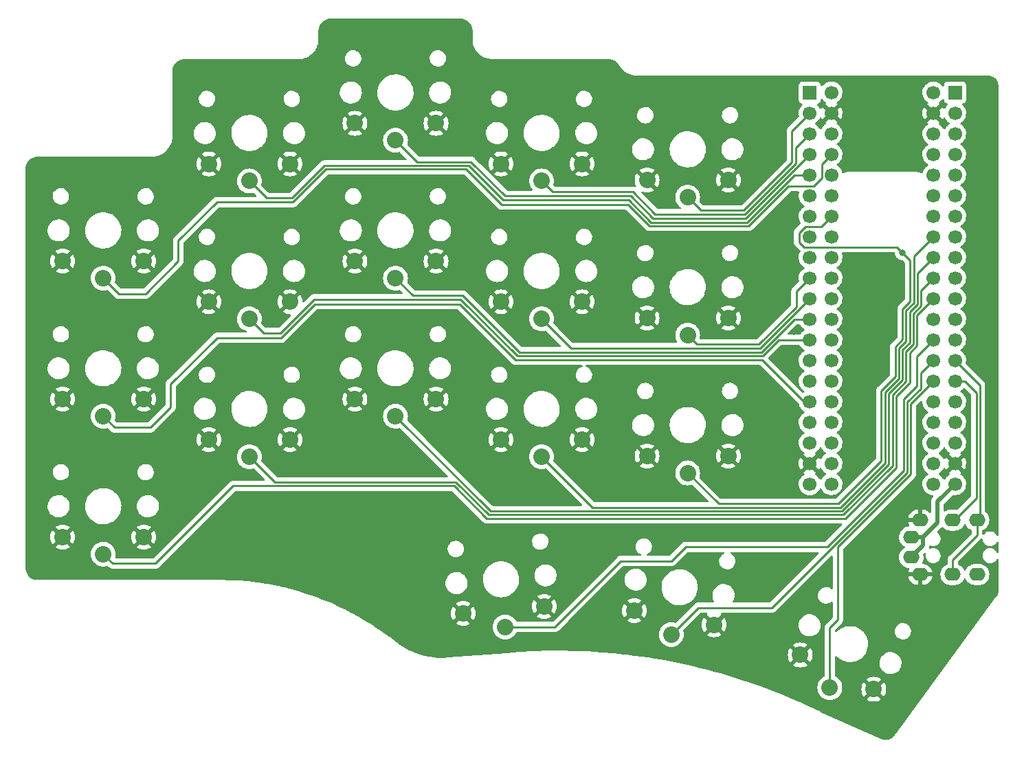
<source format=gtl>
%TF.GenerationSoftware,KiCad,Pcbnew,(6.0.2)*%
%TF.CreationDate,2022-04-17T17:36:21-03:00*%
%TF.ProjectId,keyboard_pcb,6b657962-6f61-4726-945f-7063622e6b69,rev1.0*%
%TF.SameCoordinates,Original*%
%TF.FileFunction,Copper,L1,Top*%
%TF.FilePolarity,Positive*%
%FSLAX46Y46*%
G04 Gerber Fmt 4.6, Leading zero omitted, Abs format (unit mm)*
G04 Created by KiCad (PCBNEW (6.0.2)) date 2022-04-17 17:36:21*
%MOMM*%
%LPD*%
G01*
G04 APERTURE LIST*
%TA.AperFunction,ComponentPad*%
%ADD10C,2.032000*%
%TD*%
%TA.AperFunction,ComponentPad*%
%ADD11O,2.000000X1.600000*%
%TD*%
%TA.AperFunction,ComponentPad*%
%ADD12R,1.700000X1.700000*%
%TD*%
%TA.AperFunction,ComponentPad*%
%ADD13C,1.700000*%
%TD*%
%TA.AperFunction,ViaPad*%
%ADD14C,0.800000*%
%TD*%
%TA.AperFunction,Conductor*%
%ADD15C,0.500000*%
%TD*%
%TA.AperFunction,Conductor*%
%ADD16C,0.250000*%
%TD*%
G04 APERTURE END LIST*
D10*
%TO.P,K25,1*%
%TO.N,/k25*%
X164000000Y-99900000D03*
%TO.P,K25,2*%
%TO.N,GND*%
X169000000Y-97800000D03*
X159000000Y-97800000D03*
%TD*%
%TO.P,K24,1*%
%TO.N,/k24*%
X146000000Y-97900000D03*
%TO.P,K24,2*%
%TO.N,GND*%
X151000000Y-95800000D03*
X141000000Y-95800000D03*
%TD*%
%TO.P,K21,1*%
%TO.N,/k21*%
X92000000Y-109900000D03*
%TO.P,K21,2*%
%TO.N,GND*%
X87000000Y-107800000D03*
X97000000Y-107800000D03*
%TD*%
%TO.P,K02,1*%
%TO.N,/k02*%
X110000000Y-63900000D03*
%TO.P,K02,2*%
%TO.N,GND*%
X115000000Y-61800000D03*
X105000000Y-61800000D03*
%TD*%
%TO.P,K04,1*%
%TO.N,/k04*%
X146000000Y-63900000D03*
%TO.P,K04,2*%
%TO.N,GND*%
X141000000Y-61800000D03*
X151000000Y-61800000D03*
%TD*%
%TO.P,K12,1*%
%TO.N,/k12*%
X110000000Y-80900000D03*
%TO.P,K12,2*%
%TO.N,GND*%
X105000000Y-78800000D03*
X115000000Y-78800000D03*
%TD*%
%TO.P,K30,1*%
%TO.N,/k30*%
X141514219Y-118877549D03*
%TO.P,K30,2*%
%TO.N,GND*%
X146312165Y-116349761D03*
X136350218Y-117221319D03*
%TD*%
%TO.P,K01,1*%
%TO.N,/k01*%
X92000000Y-75900000D03*
%TO.P,K01,2*%
%TO.N,GND*%
X87000000Y-73800000D03*
X97000000Y-73800000D03*
%TD*%
%TO.P,K14,1*%
%TO.N,/k14*%
X146000000Y-80900000D03*
%TO.P,K14,2*%
%TO.N,GND*%
X141000000Y-78800000D03*
X151000000Y-78800000D03*
%TD*%
%TO.P,K23,1*%
%TO.N,/k23*%
X128000000Y-92900000D03*
%TO.P,K23,2*%
%TO.N,GND*%
X133000000Y-90800000D03*
X123000000Y-90800000D03*
%TD*%
%TO.P,K03,1*%
%TO.N,/k03*%
X128000000Y-58900000D03*
%TO.P,K03,2*%
%TO.N,GND*%
X133000000Y-56800000D03*
X123000000Y-56800000D03*
%TD*%
%TO.P,K22,1*%
%TO.N,/k22*%
X110000000Y-97900000D03*
%TO.P,K22,2*%
%TO.N,GND*%
X105000000Y-95800000D03*
X115000000Y-95800000D03*
%TD*%
D11*
%TO.P,J1,1,SLEEVE*%
%TO.N,+3V3*%
X191550000Y-107800000D03*
X191550000Y-110300000D03*
%TO.P,J1,2,TIP*%
%TO.N,GND*%
X192650000Y-112400000D03*
X192650000Y-105700000D03*
%TO.P,J1,3,RING1*%
%TO.N,/RX*%
X199650000Y-112400000D03*
X196650000Y-105700000D03*
%TO.P,J1,4,RING2*%
%TO.N,/TX*%
X196650000Y-112400000D03*
X199650000Y-105700000D03*
%TD*%
D10*
%TO.P,K15,1*%
%TO.N,/k15*%
X164000000Y-82900000D03*
%TO.P,K15,2*%
%TO.N,GND*%
X159000000Y-80800000D03*
X169000000Y-80800000D03*
%TD*%
%TO.P,K32,1*%
%TO.N,/k32*%
X181506552Y-126347216D03*
%TO.P,K32,2*%
%TO.N,GND*%
X186925590Y-126557061D03*
X177862512Y-122330878D03*
%TD*%
%TO.P,K11,1*%
%TO.N,/k11*%
X92000000Y-92900000D03*
%TO.P,K11,2*%
%TO.N,GND*%
X97000000Y-90800000D03*
X87000000Y-90800000D03*
%TD*%
D12*
%TO.P,U1,1,PB12*%
%TO.N,unconnected-(U1-Pad1)*%
X179035000Y-53020000D03*
X196935000Y-53000000D03*
D13*
%TO.P,U1,2,PB13*%
%TO.N,/k05*%
X196935000Y-55540000D03*
X179035000Y-55560000D03*
%TO.P,U1,3,PB14*%
%TO.N,/k04*%
X179035000Y-58100000D03*
X196935000Y-58080000D03*
%TO.P,U1,4,PB15*%
%TO.N,/k03*%
X196935000Y-60620000D03*
X179035000Y-60640000D03*
%TO.P,U1,5,PA8*%
%TO.N,/k02*%
X179035000Y-63180000D03*
X196935000Y-63160000D03*
%TO.P,U1,6,PA9*%
%TO.N,unconnected-(U1-Pad6)*%
X196935000Y-65700000D03*
X179035000Y-65720000D03*
%TO.P,U1,7,PA10*%
%TO.N,unconnected-(U1-Pad7)*%
X196935000Y-68240000D03*
X179035000Y-68260000D03*
%TO.P,U1,8,PA11*%
%TO.N,unconnected-(U1-Pad8)*%
X196935000Y-70780000D03*
X179035000Y-70800000D03*
%TO.P,U1,9,PA12*%
%TO.N,unconnected-(U1-Pad9)*%
X179035000Y-73340000D03*
X196935000Y-73320000D03*
%TO.P,U1,10,PA15*%
%TO.N,/k15*%
X196935000Y-75860000D03*
X179035000Y-75880000D03*
%TO.P,U1,11,PB3*%
%TO.N,/k14*%
X179035000Y-78420000D03*
X196935000Y-78400000D03*
%TO.P,U1,12,PB4*%
%TO.N,/k13*%
X179035000Y-80960000D03*
X196935000Y-80940000D03*
%TO.P,U1,13,PB5*%
%TO.N,/k12*%
X196935000Y-83480000D03*
X179035000Y-83500000D03*
%TO.P,U1,14,PB6*%
%TO.N,/TX*%
X179035000Y-86040000D03*
X196935000Y-86020000D03*
%TO.P,U1,15,PB7*%
%TO.N,/RX*%
X179035000Y-88580000D03*
X196935000Y-88560000D03*
%TO.P,U1,16,PB8*%
%TO.N,/k11*%
X196935000Y-91100000D03*
X179035000Y-91120000D03*
%TO.P,U1,17,PB9*%
%TO.N,/k10*%
X196935000Y-93640000D03*
X179035000Y-93660000D03*
%TO.P,U1,18,5V*%
%TO.N,unconnected-(U1-Pad18)*%
X179035000Y-96200000D03*
X196935000Y-96180000D03*
%TO.P,U1,19,GND*%
%TO.N,GND*%
X196935000Y-98720000D03*
X179035000Y-98740000D03*
%TO.P,U1,20,3V3*%
%TO.N,+3V3*%
X196935000Y-101260000D03*
X179035000Y-101280000D03*
%TO.P,U1,21,VBat*%
%TO.N,unconnected-(U1-Pad21)*%
X194275000Y-101280000D03*
X181695000Y-101260000D03*
%TO.P,U1,22,PC13*%
%TO.N,unconnected-(U1-Pad22)*%
X181695000Y-98720000D03*
X194275000Y-98740000D03*
%TO.P,U1,23,PC14*%
%TO.N,unconnected-(U1-Pad23)*%
X181695000Y-96180000D03*
X194275000Y-96200000D03*
%TO.P,U1,24,PC15*%
%TO.N,unconnected-(U1-Pad24)*%
X194275000Y-93660000D03*
X181695000Y-93640000D03*
%TO.P,U1,25,RES*%
%TO.N,unconnected-(U1-Pad25)*%
X194275000Y-91120000D03*
X181695000Y-91100000D03*
%TO.P,U1,26,PA0*%
%TO.N,/k32*%
X194275000Y-88580000D03*
X181695000Y-88560000D03*
%TO.P,U1,27,PA1*%
%TO.N,/k31*%
X194275000Y-86040000D03*
X181695000Y-86020000D03*
%TO.P,U1,28,PA2*%
%TO.N,/k30*%
X194275000Y-83500000D03*
X181695000Y-83480000D03*
%TO.P,U1,29,PA3*%
%TO.N,/k20*%
X181695000Y-80940000D03*
X194275000Y-80960000D03*
%TO.P,U1,30,PA4*%
%TO.N,/k21*%
X181695000Y-78400000D03*
X194275000Y-78420000D03*
%TO.P,U1,31,PA5*%
%TO.N,/k22*%
X194275000Y-75880000D03*
X181695000Y-75860000D03*
%TO.P,U1,32,PA6*%
%TO.N,/k23*%
X181695000Y-73320000D03*
X194275000Y-73340000D03*
%TO.P,U1,33,PA7*%
%TO.N,/k24*%
X181695000Y-70780000D03*
X194275000Y-70800000D03*
%TO.P,U1,34,PB0*%
%TO.N,/k25*%
X194275000Y-68260000D03*
X181695000Y-68240000D03*
%TO.P,U1,35,PB1*%
%TO.N,/k00*%
X194275000Y-65720000D03*
X181695000Y-65700000D03*
%TO.P,U1,36,PB2*%
%TO.N,unconnected-(U1-Pad36)*%
X181695000Y-63160000D03*
X194275000Y-63180000D03*
%TO.P,U1,37,PB10*%
%TO.N,/k01*%
X194275000Y-60640000D03*
X181695000Y-60620000D03*
%TO.P,U1,38,3V3*%
%TO.N,+3V3*%
X181695000Y-58080000D03*
X194275000Y-58100000D03*
%TO.P,U1,39,GND*%
%TO.N,GND*%
X181695000Y-55540000D03*
X194275000Y-55560000D03*
%TO.P,U1,40,5V*%
%TO.N,unconnected-(U1-Pad40)*%
X181695000Y-53000000D03*
X194275000Y-53020000D03*
%TD*%
D10*
%TO.P,K05,1*%
%TO.N,/k05*%
X164000000Y-65900000D03*
%TO.P,K05,2*%
%TO.N,GND*%
X169000000Y-63800000D03*
X159000000Y-63800000D03*
%TD*%
%TO.P,K13,1*%
%TO.N,/k13*%
X128000000Y-75900000D03*
%TO.P,K13,2*%
%TO.N,GND*%
X123000000Y-73800000D03*
X133000000Y-73800000D03*
%TD*%
%TO.P,K31,1*%
%TO.N,/k31*%
X161975476Y-119810366D03*
%TO.P,K31,2*%
%TO.N,GND*%
X167264176Y-118610510D03*
X157416098Y-116874029D03*
%TD*%
D14*
%TO.N,GND*%
X176750000Y-65850000D03*
X176300000Y-86700000D03*
X199980000Y-56760000D03*
X176000000Y-69800000D03*
X177100000Y-82500000D03*
X184930000Y-97600000D03*
X199930000Y-84850000D03*
%TO.N,/k25*%
X190450000Y-72750000D03*
%TD*%
D15*
%TO.N,+3V3*%
X193000000Y-107800000D02*
X191550000Y-107800000D01*
X193000000Y-108850000D02*
X191550000Y-110300000D01*
X194750000Y-103445000D02*
X194750000Y-106050000D01*
X193300000Y-107500000D02*
X193000000Y-107800000D01*
X196935000Y-101260000D02*
X194750000Y-103445000D01*
X194750000Y-106050000D02*
X193300000Y-107500000D01*
X193000000Y-107800000D02*
X193000000Y-108850000D01*
D16*
%TO.N,/TX*%
X200000000Y-105350000D02*
X199650000Y-105700000D01*
X196650000Y-110600000D02*
X196650000Y-112400000D01*
X199650000Y-107600000D02*
X199650000Y-105700000D01*
X199650000Y-107600000D02*
X196650000Y-110600000D01*
X196935000Y-86020000D02*
X200000000Y-89085000D01*
X200000000Y-89085000D02*
X200000000Y-105350000D01*
%TO.N,/RX*%
X198110000Y-88560000D02*
X199550480Y-90000480D01*
X199550480Y-90000480D02*
X199550480Y-102999520D01*
X199550480Y-102999520D02*
X196850000Y-105700000D01*
X196935000Y-88560000D02*
X198110000Y-88560000D01*
X196850000Y-105700000D02*
X196650000Y-105700000D01*
%TO.N,/k01*%
X115385718Y-66500000D02*
X106000000Y-66500000D01*
X180500000Y-63566988D02*
X179521499Y-64545489D01*
X101250000Y-73750000D02*
X97199520Y-77800480D01*
X176400947Y-64545489D02*
X171496915Y-69449520D01*
X181695000Y-60620000D02*
X180500000Y-61815000D01*
X180500000Y-61815000D02*
X180500000Y-63566988D01*
X97199520Y-77800480D02*
X94900480Y-77800480D01*
X141067859Y-66817859D02*
X136699520Y-62449520D01*
X156682141Y-66817859D02*
X141067859Y-66817859D01*
X179521499Y-64545489D02*
X176400947Y-64545489D01*
X93900000Y-77800000D02*
X92000000Y-75900000D01*
X94900480Y-77800480D02*
X94900000Y-77800000D01*
X106000000Y-66500000D02*
X101250000Y-71250000D01*
X101250000Y-71250000D02*
X101250000Y-73750000D01*
X119436198Y-62449520D02*
X115385718Y-66500000D01*
X94900000Y-77800000D02*
X93900000Y-77800000D01*
X136699520Y-62449520D02*
X119436198Y-62449520D01*
X171496915Y-69449520D02*
X159313803Y-69449520D01*
X159313803Y-69449520D02*
X156682141Y-66817859D01*
%TO.N,/k02*%
X112100000Y-66000000D02*
X110000000Y-63900000D01*
X115250000Y-66000000D02*
X112100000Y-66000000D01*
X141250000Y-66250000D02*
X137000000Y-62000000D01*
X159500000Y-69000000D02*
X156750000Y-66250000D01*
X156750000Y-66250000D02*
X141250000Y-66250000D01*
X137000000Y-62000000D02*
X119250000Y-62000000D01*
X177130718Y-63180000D02*
X171310718Y-69000000D01*
X119250000Y-62000000D02*
X115250000Y-66000000D01*
X179035000Y-63180000D02*
X177130718Y-63180000D01*
X171310718Y-69000000D02*
X159500000Y-69000000D01*
%TO.N,/k03*%
X157000000Y-65750000D02*
X141500000Y-65750000D01*
X137300000Y-61550000D02*
X130650000Y-61550000D01*
X141500000Y-65750000D02*
X137300000Y-61550000D01*
X179035000Y-60640000D02*
X171175000Y-68500000D01*
X171175000Y-68500000D02*
X159750000Y-68500000D01*
X159750000Y-68500000D02*
X157000000Y-65750000D01*
X130650000Y-61550000D02*
X128000000Y-58900000D01*
%TO.N,/k04*%
X177300000Y-59835000D02*
X177300000Y-61739282D01*
X147350000Y-65250000D02*
X146000000Y-63900000D01*
X179035000Y-58100000D02*
X177300000Y-59835000D01*
X160000000Y-68000000D02*
X157250000Y-65250000D01*
X177300000Y-61739282D02*
X171039282Y-68000000D01*
X157250000Y-65250000D02*
X147350000Y-65250000D01*
X171039282Y-68000000D02*
X160000000Y-68000000D01*
%TO.N,/k05*%
X176850480Y-57744520D02*
X176850480Y-61553084D01*
X179035000Y-55560000D02*
X176850480Y-57744520D01*
X176850480Y-61553084D02*
X170853084Y-67550480D01*
X170853084Y-67550480D02*
X165650480Y-67550480D01*
X165650480Y-67550480D02*
X164000000Y-65900000D01*
%TO.N,/k11*%
X173189520Y-85949520D02*
X142813802Y-85949520D01*
X100300480Y-91813802D02*
X97813802Y-94300480D01*
X93400480Y-94300480D02*
X92000000Y-92900000D01*
X118067859Y-79067859D02*
X113885718Y-83250000D01*
X179035000Y-91120000D02*
X178360000Y-91120000D01*
X100300480Y-88949521D02*
X100300480Y-91813802D01*
X135932141Y-79067859D02*
X118067859Y-79067859D01*
X142813802Y-85949520D02*
X135932141Y-79067859D01*
X106000000Y-83250000D02*
X100300480Y-88949521D01*
X178360000Y-91120000D02*
X173189520Y-85949520D01*
X97813802Y-94300480D02*
X93400480Y-94300480D01*
X113885718Y-83250000D02*
X106000000Y-83250000D01*
%TO.N,/k12*%
X175226436Y-83500000D02*
X173226435Y-85500000D01*
X143000000Y-85500000D02*
X136000000Y-78500000D01*
X111750000Y-82650000D02*
X110000000Y-80900000D01*
X179035000Y-83500000D02*
X175226436Y-83500000D01*
X113850000Y-82650000D02*
X111750000Y-82650000D01*
X136000000Y-78500000D02*
X118000000Y-78500000D01*
X173226435Y-85500000D02*
X143000000Y-85500000D01*
X118000000Y-78500000D02*
X113850000Y-82650000D01*
%TO.N,/k13*%
X143250000Y-85000000D02*
X136300480Y-78050480D01*
X136300480Y-78050480D02*
X130150480Y-78050480D01*
X177130718Y-80960000D02*
X173090718Y-85000000D01*
X179035000Y-80960000D02*
X177130718Y-80960000D01*
X130150480Y-78050480D02*
X128000000Y-75900000D01*
X173090718Y-85000000D02*
X143250000Y-85000000D01*
%TO.N,/k14*%
X149600000Y-84500000D02*
X146000000Y-80900000D01*
X179035000Y-78420000D02*
X172955000Y-84500000D01*
X172955000Y-84500000D02*
X149600000Y-84500000D01*
%TO.N,/k15*%
X165150480Y-84050480D02*
X164000000Y-82900000D01*
X177400000Y-79419282D02*
X172768802Y-84050480D01*
X177400000Y-77515000D02*
X177400000Y-79419282D01*
X172768802Y-84050480D02*
X165150480Y-84050480D01*
X179035000Y-75880000D02*
X177400000Y-77515000D01*
%TO.N,/k21*%
X191361081Y-85103202D02*
X191361081Y-88777604D01*
X191361081Y-88777604D02*
X189701920Y-90436765D01*
X183457128Y-105500000D02*
X139250000Y-105500000D01*
X135250000Y-101500000D02*
X108000000Y-101500000D01*
X189701920Y-99255208D02*
X183457128Y-105500000D01*
X108000000Y-101500000D02*
X98449520Y-111050480D01*
X139250000Y-105500000D02*
X135250000Y-101500000D01*
X194275000Y-78420000D02*
X192250480Y-80444520D01*
X93150480Y-111050480D02*
X92000000Y-109900000D01*
X192250480Y-84213802D02*
X191361081Y-85103202D01*
X189701920Y-90436765D02*
X189701920Y-99255208D01*
X98449520Y-111050480D02*
X93150480Y-111050480D01*
X192250480Y-80444520D02*
X192250480Y-84213802D01*
%TO.N,/k22*%
X135436197Y-101050480D02*
X113150480Y-101050480D01*
X192754641Y-77400359D02*
X192754641Y-79304641D01*
X139436197Y-105050480D02*
X135436197Y-101050480D01*
X191800960Y-84027605D02*
X190911562Y-84917003D01*
X190911562Y-84917003D02*
X190911561Y-88591406D01*
X189250000Y-90252967D02*
X189250000Y-99000000D01*
X113150480Y-101050480D02*
X110000000Y-97900000D01*
X183199520Y-105050480D02*
X139436197Y-105050480D01*
X189250000Y-99000000D02*
X183199520Y-105050480D01*
X191800960Y-80258323D02*
X191800960Y-84027605D01*
X190911561Y-88591406D02*
X189250000Y-90252967D01*
X194275000Y-75880000D02*
X192754641Y-77400359D01*
X192754641Y-79304641D02*
X191800960Y-80258323D01*
%TO.N,/k23*%
X194275000Y-73340000D02*
X192305121Y-75309879D01*
X192305121Y-79118444D02*
X191351440Y-80072126D01*
X191351440Y-80072126D02*
X191351440Y-83841407D01*
X183013322Y-104600960D02*
X139700960Y-104600960D01*
X192305121Y-75309879D02*
X192305121Y-79118444D01*
X188750000Y-90117249D02*
X188750000Y-98864282D01*
X190462042Y-84730806D02*
X190462042Y-88405207D01*
X190462042Y-88405207D02*
X188750000Y-90117249D01*
X139700960Y-104600960D02*
X128000000Y-92900000D01*
X191351440Y-83841407D02*
X190462042Y-84730806D01*
X188750000Y-98864282D02*
X183013322Y-104600960D01*
%TO.N,/k24*%
X190012523Y-84544607D02*
X190012522Y-88219009D01*
X152251440Y-104151440D02*
X146000000Y-97900000D01*
X182827124Y-104151440D02*
X152251440Y-104151440D01*
X188300480Y-98678084D02*
X182827124Y-104151440D01*
X194275000Y-70800000D02*
X191855601Y-73219399D01*
X190901920Y-83655210D02*
X190012523Y-84544607D01*
X191855601Y-73219399D02*
X191855601Y-78932247D01*
X190012522Y-88219009D02*
X188300480Y-89931052D01*
X191855601Y-78932247D02*
X190901921Y-79885927D01*
X190901921Y-79885927D02*
X190901920Y-83655210D01*
X188300480Y-89931052D02*
X188300480Y-98678084D01*
%TO.N,/k25*%
X191406081Y-78746049D02*
X190452401Y-79699730D01*
X189563002Y-88032811D02*
X187850960Y-89744855D01*
X178473012Y-69510000D02*
X180425000Y-69510000D01*
X187850960Y-98399040D02*
X182548080Y-103701920D01*
X177720000Y-70263012D02*
X178473012Y-69510000D01*
X190452401Y-79699730D02*
X190452401Y-83469011D01*
X187850960Y-89744855D02*
X187850960Y-98399040D01*
X191406081Y-73706081D02*
X191406081Y-78746049D01*
X189760000Y-72060000D02*
X178330000Y-72060000D01*
X180425000Y-69510000D02*
X181695000Y-68240000D01*
X167801920Y-103701920D02*
X164000000Y-99900000D01*
X190450000Y-72750000D02*
X191406081Y-73706081D01*
X182548080Y-103701920D02*
X167801920Y-103701920D01*
X177720000Y-71450000D02*
X177720000Y-70263012D01*
X190450000Y-72750000D02*
X189760000Y-72060000D01*
X190452401Y-83469011D02*
X189563003Y-84358410D01*
X178330000Y-72060000D02*
X177720000Y-71450000D01*
X189563003Y-84358410D02*
X189563002Y-88032811D01*
%TO.N,/k30*%
X155750000Y-110750000D02*
X147622451Y-118877549D01*
X162000000Y-110750000D02*
X155750000Y-110750000D01*
X192260121Y-89150000D02*
X190600960Y-90809161D01*
X147622451Y-118877549D02*
X141514219Y-118877549D01*
X190600960Y-99627604D02*
X181228564Y-109000000D01*
X163750000Y-109000000D02*
X162000000Y-110750000D01*
X194275000Y-83500000D02*
X192260121Y-85514879D01*
X190600960Y-90809161D02*
X190600960Y-99627604D01*
X192260121Y-85514879D02*
X192260121Y-89150000D01*
X181228564Y-109000000D02*
X163750000Y-109000000D01*
%TO.N,/k31*%
X191050480Y-91168803D02*
X191050480Y-99813802D01*
X174364282Y-116500000D02*
X165285842Y-116500000D01*
X192709641Y-89509641D02*
X191050480Y-91168803D01*
X194275000Y-86040000D02*
X192709641Y-87605359D01*
X192709641Y-87605359D02*
X192709641Y-89509641D01*
X165285842Y-116500000D02*
X161975476Y-119810366D01*
X191050480Y-99813802D02*
X174364282Y-116500000D01*
%TO.N,/k32*%
X182500000Y-109000000D02*
X182500000Y-118000000D01*
X194275000Y-88580000D02*
X191500000Y-91355000D01*
X191500000Y-100000000D02*
X182500000Y-109000000D01*
X182500000Y-118000000D02*
X181506552Y-118993448D01*
X181506552Y-118993448D02*
X181506552Y-126347216D01*
X191500000Y-91355000D02*
X191500000Y-100000000D01*
%TD*%
%TA.AperFunction,Conductor*%
%TO.N,GND*%
G36*
X135970056Y-43909500D02*
G01*
X135972284Y-43909847D01*
X135984859Y-43911805D01*
X135984861Y-43911805D01*
X135993730Y-43913186D01*
X136002632Y-43912022D01*
X136002634Y-43912022D01*
X136008959Y-43911195D01*
X136034282Y-43910452D01*
X136198126Y-43922170D01*
X136203343Y-43922543D01*
X136221137Y-43925101D01*
X136411540Y-43966521D01*
X136428788Y-43971586D01*
X136611358Y-44039682D01*
X136627710Y-44047149D01*
X136693020Y-44082810D01*
X136798734Y-44140534D01*
X136813848Y-44150248D01*
X136923516Y-44232344D01*
X136969842Y-44267023D01*
X136983428Y-44278796D01*
X137121204Y-44416572D01*
X137132977Y-44430158D01*
X137249752Y-44586152D01*
X137259469Y-44601271D01*
X137352851Y-44772290D01*
X137360318Y-44788642D01*
X137428414Y-44971212D01*
X137433480Y-44988462D01*
X137474899Y-45178863D01*
X137477457Y-45196658D01*
X137489041Y-45358629D01*
X137488297Y-45376533D01*
X137488195Y-45384858D01*
X137486814Y-45393730D01*
X137487978Y-45402632D01*
X137487978Y-45402635D01*
X137490936Y-45425251D01*
X137492000Y-45441589D01*
X137492000Y-46346793D01*
X137490254Y-46367697D01*
X137486929Y-46387461D01*
X137486776Y-46400000D01*
X137487466Y-46404815D01*
X137487627Y-46407290D01*
X137488195Y-46412885D01*
X137489056Y-46427120D01*
X137505735Y-46702858D01*
X137560427Y-47001301D01*
X137650693Y-47290975D01*
X137652255Y-47294445D01*
X137652257Y-47294451D01*
X137712955Y-47429316D01*
X137775217Y-47567656D01*
X137777186Y-47570913D01*
X137777188Y-47570917D01*
X137889783Y-47757171D01*
X137932184Y-47827311D01*
X137934525Y-47830299D01*
X137934527Y-47830302D01*
X137942742Y-47840787D01*
X138119304Y-48066152D01*
X138333848Y-48280696D01*
X138500018Y-48410882D01*
X138555666Y-48454479D01*
X138572689Y-48467816D01*
X138575943Y-48469783D01*
X138829083Y-48622812D01*
X138829087Y-48622814D01*
X138832344Y-48624783D01*
X138958171Y-48681413D01*
X139105549Y-48747743D01*
X139105555Y-48747745D01*
X139109025Y-48749307D01*
X139398699Y-48839573D01*
X139697142Y-48894265D01*
X139700933Y-48894494D01*
X139700939Y-48894495D01*
X139878995Y-48905264D01*
X139969213Y-48910721D01*
X139982517Y-48912239D01*
X139987461Y-48913071D01*
X139993938Y-48913150D01*
X139995141Y-48913165D01*
X139995145Y-48913165D01*
X140000000Y-48913224D01*
X140027588Y-48909273D01*
X140045451Y-48908000D01*
X154250672Y-48908000D01*
X154270057Y-48909500D01*
X154284858Y-48911805D01*
X154284861Y-48911805D01*
X154293730Y-48913186D01*
X154308191Y-48911295D01*
X154334087Y-48910594D01*
X154507913Y-48923824D01*
X154526810Y-48926716D01*
X154646005Y-48954359D01*
X154720594Y-48971657D01*
X154738842Y-48977379D01*
X154923584Y-49051125D01*
X154940755Y-49059542D01*
X155112219Y-49160403D01*
X155127919Y-49171322D01*
X155215048Y-49242306D01*
X155282137Y-49296964D01*
X155295996Y-49310125D01*
X155429441Y-49457680D01*
X155441140Y-49472778D01*
X155498141Y-49559154D01*
X155533274Y-49612394D01*
X155540958Y-49627592D01*
X155541048Y-49627543D01*
X155544317Y-49633598D01*
X155545910Y-49637067D01*
X155548411Y-49643857D01*
X155550403Y-49646547D01*
X155551601Y-49649675D01*
X155557835Y-49660556D01*
X155560874Y-49664355D01*
X155560876Y-49664358D01*
X155561315Y-49664907D01*
X155567601Y-49673483D01*
X155721841Y-49903755D01*
X155912017Y-50127015D01*
X156126629Y-50326900D01*
X156362824Y-50500751D01*
X156617461Y-50646257D01*
X156887154Y-50761484D01*
X157168319Y-50844900D01*
X157386138Y-50882972D01*
X157453630Y-50894769D01*
X157453632Y-50894769D01*
X157457218Y-50895396D01*
X157661637Y-50907198D01*
X157717104Y-50910401D01*
X157730744Y-50911938D01*
X157732671Y-50912262D01*
X157732674Y-50912262D01*
X157737469Y-50913069D01*
X157743768Y-50913146D01*
X157745149Y-50913163D01*
X157745153Y-50913163D01*
X157750008Y-50913222D01*
X157777594Y-50909271D01*
X157795458Y-50907998D01*
X178480095Y-50907999D01*
X200950672Y-50908000D01*
X200970057Y-50909500D01*
X200984858Y-50911805D01*
X200984861Y-50911805D01*
X200993730Y-50913186D01*
X201002631Y-50912022D01*
X201002638Y-50912022D01*
X201007766Y-50911351D01*
X201033989Y-50910675D01*
X201192228Y-50923129D01*
X201211755Y-50926222D01*
X201389614Y-50968922D01*
X201408408Y-50975028D01*
X201577398Y-51045027D01*
X201595003Y-51053997D01*
X201638566Y-51080692D01*
X201750967Y-51149571D01*
X201766955Y-51161187D01*
X201906042Y-51279978D01*
X201920020Y-51293956D01*
X202038813Y-51433045D01*
X202050427Y-51449031D01*
X202146003Y-51604997D01*
X202154973Y-51622602D01*
X202224970Y-51791587D01*
X202231078Y-51810386D01*
X202253384Y-51903295D01*
X202273778Y-51988244D01*
X202276871Y-52007772D01*
X202288774Y-52159012D01*
X202288133Y-52175881D01*
X202288305Y-52175883D01*
X202288195Y-52184859D01*
X202286814Y-52193730D01*
X202287978Y-52202632D01*
X202287978Y-52202635D01*
X202290936Y-52225251D01*
X202292000Y-52241589D01*
X202292000Y-107513954D01*
X202271998Y-107582075D01*
X202218342Y-107628568D01*
X202148068Y-107638672D01*
X202083488Y-107609178D01*
X202050893Y-107565203D01*
X202043803Y-107549278D01*
X202043802Y-107549276D01*
X202041118Y-107543248D01*
X202024477Y-107520343D01*
X201961485Y-107433643D01*
X201928866Y-107388747D01*
X201895351Y-107358570D01*
X201791852Y-107265379D01*
X201791851Y-107265378D01*
X201786944Y-107260960D01*
X201621556Y-107165473D01*
X201439928Y-107106458D01*
X201433367Y-107105768D01*
X201433365Y-107105768D01*
X201380111Y-107100171D01*
X201297610Y-107091500D01*
X201202390Y-107091500D01*
X201119889Y-107100171D01*
X201066635Y-107105768D01*
X201066633Y-107105768D01*
X201060072Y-107106458D01*
X200878444Y-107165473D01*
X200713056Y-107260960D01*
X200708149Y-107265378D01*
X200708148Y-107265379D01*
X200604649Y-107358570D01*
X200571134Y-107388747D01*
X200567253Y-107394089D01*
X200567251Y-107394091D01*
X200511436Y-107470914D01*
X200455214Y-107514268D01*
X200384477Y-107520343D01*
X200321686Y-107487211D01*
X200286774Y-107425391D01*
X200283500Y-107396853D01*
X200283500Y-107021896D01*
X200303502Y-106953775D01*
X200356251Y-106907701D01*
X200501758Y-106839851D01*
X200501764Y-106839847D01*
X200506749Y-106837523D01*
X200611611Y-106764098D01*
X200689789Y-106709357D01*
X200689792Y-106709355D01*
X200694300Y-106706198D01*
X200856198Y-106544300D01*
X200865501Y-106531015D01*
X200984366Y-106361257D01*
X200987523Y-106356749D01*
X200989846Y-106351767D01*
X200989849Y-106351762D01*
X201081961Y-106154225D01*
X201081961Y-106154224D01*
X201084284Y-106149243D01*
X201088503Y-106133500D01*
X201142119Y-105933402D01*
X201142119Y-105933400D01*
X201143543Y-105928087D01*
X201163498Y-105700000D01*
X201143543Y-105471913D01*
X201135028Y-105440135D01*
X201085707Y-105256067D01*
X201085706Y-105256065D01*
X201084284Y-105250757D01*
X201057955Y-105194293D01*
X200989849Y-105048238D01*
X200989846Y-105048233D01*
X200987523Y-105043251D01*
X200856198Y-104855700D01*
X200694300Y-104693802D01*
X200687231Y-104688852D01*
X200686369Y-104687773D01*
X200685576Y-104687108D01*
X200685710Y-104686949D01*
X200642902Y-104633396D01*
X200633500Y-104585638D01*
X200633500Y-89163768D01*
X200634027Y-89152585D01*
X200635702Y-89145092D01*
X200634417Y-89104190D01*
X200633562Y-89077002D01*
X200633500Y-89073044D01*
X200633500Y-89045144D01*
X200632996Y-89041153D01*
X200632063Y-89029311D01*
X200630923Y-88993036D01*
X200630674Y-88985111D01*
X200628461Y-88977493D01*
X200625021Y-88965652D01*
X200621012Y-88946293D01*
X200619883Y-88937356D01*
X200618474Y-88926203D01*
X200615558Y-88918837D01*
X200615556Y-88918831D01*
X200602200Y-88885098D01*
X200598355Y-88873868D01*
X200588230Y-88839017D01*
X200588230Y-88839016D01*
X200586019Y-88831407D01*
X200575705Y-88813966D01*
X200567008Y-88796213D01*
X200562472Y-88784758D01*
X200559552Y-88777383D01*
X200541682Y-88752787D01*
X200533563Y-88741612D01*
X200527047Y-88731692D01*
X200525631Y-88729297D01*
X200504542Y-88693638D01*
X200490221Y-88679317D01*
X200477380Y-88664283D01*
X200470131Y-88654306D01*
X200465472Y-88647893D01*
X200431395Y-88619702D01*
X200422616Y-88611712D01*
X198286218Y-86475313D01*
X198252192Y-86413001D01*
X198254755Y-86349589D01*
X198261294Y-86328069D01*
X198267370Y-86308069D01*
X198296529Y-86086590D01*
X198298156Y-86020000D01*
X198279852Y-85797361D01*
X198225431Y-85580702D01*
X198136354Y-85375840D01*
X198096906Y-85314862D01*
X198017822Y-85192617D01*
X198017820Y-85192614D01*
X198015014Y-85188277D01*
X197864670Y-85023051D01*
X197860619Y-85019852D01*
X197860615Y-85019848D01*
X197693414Y-84887800D01*
X197693410Y-84887798D01*
X197689359Y-84884598D01*
X197648053Y-84861796D01*
X197598084Y-84811364D01*
X197583312Y-84741921D01*
X197608428Y-84675516D01*
X197635780Y-84648909D01*
X197685664Y-84613327D01*
X197814860Y-84521173D01*
X197973096Y-84363489D01*
X197988992Y-84341368D01*
X198100435Y-84186277D01*
X198103453Y-84182077D01*
X198128683Y-84131029D01*
X198200136Y-83986453D01*
X198200137Y-83986451D01*
X198202430Y-83981811D01*
X198246054Y-83838229D01*
X198265865Y-83773023D01*
X198265865Y-83773021D01*
X198267370Y-83768069D01*
X198296529Y-83546590D01*
X198298156Y-83480000D01*
X198279852Y-83257361D01*
X198225431Y-83040702D01*
X198136354Y-82835840D01*
X198085411Y-82757094D01*
X198017822Y-82652617D01*
X198017820Y-82652614D01*
X198015014Y-82648277D01*
X197864670Y-82483051D01*
X197860619Y-82479852D01*
X197860615Y-82479848D01*
X197693414Y-82347800D01*
X197693410Y-82347798D01*
X197689359Y-82344598D01*
X197648053Y-82321796D01*
X197598084Y-82271364D01*
X197583312Y-82201921D01*
X197608428Y-82135516D01*
X197635780Y-82108909D01*
X197685664Y-82073327D01*
X197814860Y-81981173D01*
X197820423Y-81975630D01*
X197955737Y-81840787D01*
X197973096Y-81823489D01*
X197991742Y-81797541D01*
X198100435Y-81646277D01*
X198103453Y-81642077D01*
X198118194Y-81612252D01*
X198200136Y-81446453D01*
X198200137Y-81446451D01*
X198202430Y-81441811D01*
X198267370Y-81228069D01*
X198296529Y-81006590D01*
X198298156Y-80940000D01*
X198279852Y-80717361D01*
X198225431Y-80500702D01*
X198136354Y-80295840D01*
X198048156Y-80159507D01*
X198017822Y-80112617D01*
X198017820Y-80112614D01*
X198015014Y-80108277D01*
X197864670Y-79943051D01*
X197860619Y-79939852D01*
X197860615Y-79939848D01*
X197693414Y-79807800D01*
X197693410Y-79807798D01*
X197689359Y-79804598D01*
X197648053Y-79781796D01*
X197598084Y-79731364D01*
X197583312Y-79661921D01*
X197608428Y-79595516D01*
X197635780Y-79568909D01*
X197702126Y-79521585D01*
X197814860Y-79441173D01*
X197830169Y-79425918D01*
X197953026Y-79303489D01*
X197973096Y-79283489D01*
X197984524Y-79267586D01*
X198100435Y-79106277D01*
X198103453Y-79102077D01*
X198111140Y-79086525D01*
X198200136Y-78906453D01*
X198200137Y-78906451D01*
X198202430Y-78901811D01*
X198267370Y-78688069D01*
X198296529Y-78466590D01*
X198296611Y-78463240D01*
X198298074Y-78403365D01*
X198298074Y-78403361D01*
X198298156Y-78400000D01*
X198279852Y-78177361D01*
X198225431Y-77960702D01*
X198136354Y-77755840D01*
X198067526Y-77649448D01*
X198017822Y-77572617D01*
X198017820Y-77572614D01*
X198015014Y-77568277D01*
X197864670Y-77403051D01*
X197860619Y-77399852D01*
X197860615Y-77399848D01*
X197693414Y-77267800D01*
X197693410Y-77267798D01*
X197689359Y-77264598D01*
X197648053Y-77241796D01*
X197598084Y-77191364D01*
X197583312Y-77121921D01*
X197608428Y-77055516D01*
X197635780Y-77028909D01*
X197702500Y-76981318D01*
X197814860Y-76901173D01*
X197973096Y-76743489D01*
X197995490Y-76712325D01*
X198100435Y-76566277D01*
X198103453Y-76562077D01*
X198138179Y-76491815D01*
X198200136Y-76366453D01*
X198200137Y-76366451D01*
X198202430Y-76361811D01*
X198267370Y-76148069D01*
X198296529Y-75926590D01*
X198296945Y-75909551D01*
X198298074Y-75863365D01*
X198298074Y-75863361D01*
X198298156Y-75860000D01*
X198279852Y-75637361D01*
X198225431Y-75420702D01*
X198136354Y-75215840D01*
X198047402Y-75078341D01*
X198017822Y-75032617D01*
X198017820Y-75032614D01*
X198015014Y-75028277D01*
X197864670Y-74863051D01*
X197860619Y-74859852D01*
X197860615Y-74859848D01*
X197693414Y-74727800D01*
X197693410Y-74727798D01*
X197689359Y-74724598D01*
X197648053Y-74701796D01*
X197598084Y-74651364D01*
X197583312Y-74581921D01*
X197608428Y-74515516D01*
X197635780Y-74488909D01*
X197693798Y-74447525D01*
X197814860Y-74361173D01*
X197973096Y-74203489D01*
X197997326Y-74169770D01*
X198100435Y-74026277D01*
X198103453Y-74022077D01*
X198118318Y-73992001D01*
X198200136Y-73826453D01*
X198200137Y-73826451D01*
X198202430Y-73821811D01*
X198248889Y-73668897D01*
X198265865Y-73613023D01*
X198265865Y-73613021D01*
X198267370Y-73608069D01*
X198296529Y-73386590D01*
X198296791Y-73375876D01*
X198298074Y-73323365D01*
X198298074Y-73323361D01*
X198298156Y-73320000D01*
X198279852Y-73097361D01*
X198225431Y-72880702D01*
X198136354Y-72675840D01*
X198066637Y-72568074D01*
X198017822Y-72492617D01*
X198017820Y-72492614D01*
X198015014Y-72488277D01*
X197864670Y-72323051D01*
X197860619Y-72319852D01*
X197860615Y-72319848D01*
X197693414Y-72187800D01*
X197693410Y-72187798D01*
X197689359Y-72184598D01*
X197648053Y-72161796D01*
X197598084Y-72111364D01*
X197583312Y-72041921D01*
X197608428Y-71975516D01*
X197635780Y-71948909D01*
X197682901Y-71915298D01*
X197814860Y-71821173D01*
X197824436Y-71811631D01*
X197926004Y-71710417D01*
X197973096Y-71663489D01*
X197996001Y-71631614D01*
X198100435Y-71486277D01*
X198103453Y-71482077D01*
X198115360Y-71457986D01*
X198200136Y-71286453D01*
X198200137Y-71286451D01*
X198202430Y-71281811D01*
X198252952Y-71115524D01*
X198265865Y-71073023D01*
X198265865Y-71073021D01*
X198267370Y-71068069D01*
X198296529Y-70846590D01*
X198296851Y-70833419D01*
X198298074Y-70783365D01*
X198298074Y-70783361D01*
X198298156Y-70780000D01*
X198279852Y-70557361D01*
X198225431Y-70340702D01*
X198136354Y-70135840D01*
X198034598Y-69978549D01*
X198017822Y-69952617D01*
X198017820Y-69952614D01*
X198015014Y-69948277D01*
X197864670Y-69783051D01*
X197860619Y-69779852D01*
X197860615Y-69779848D01*
X197693414Y-69647800D01*
X197693410Y-69647798D01*
X197689359Y-69644598D01*
X197648053Y-69621796D01*
X197598084Y-69571364D01*
X197583312Y-69501921D01*
X197608428Y-69435516D01*
X197635780Y-69408909D01*
X197683279Y-69375028D01*
X197814860Y-69281173D01*
X197819263Y-69276786D01*
X197953026Y-69143489D01*
X197973096Y-69123489D01*
X197989786Y-69100263D01*
X198100435Y-68946277D01*
X198103453Y-68942077D01*
X198115926Y-68916841D01*
X198200136Y-68746453D01*
X198200137Y-68746451D01*
X198202430Y-68741811D01*
X198267370Y-68528069D01*
X198296529Y-68306590D01*
X198298156Y-68240000D01*
X198279852Y-68017361D01*
X198225431Y-67800702D01*
X198136354Y-67595840D01*
X198045456Y-67455333D01*
X198017822Y-67412617D01*
X198017820Y-67412614D01*
X198015014Y-67408277D01*
X197864670Y-67243051D01*
X197860619Y-67239852D01*
X197860615Y-67239848D01*
X197693414Y-67107800D01*
X197693410Y-67107798D01*
X197689359Y-67104598D01*
X197648053Y-67081796D01*
X197598084Y-67031364D01*
X197583312Y-66961921D01*
X197608428Y-66895516D01*
X197635780Y-66868909D01*
X197685664Y-66833327D01*
X197814860Y-66741173D01*
X197875487Y-66680758D01*
X197896209Y-66660107D01*
X197973096Y-66583489D01*
X197987251Y-66563791D01*
X198100435Y-66406277D01*
X198103453Y-66402077D01*
X198115785Y-66377126D01*
X198200136Y-66206453D01*
X198200137Y-66206451D01*
X198202430Y-66201811D01*
X198267370Y-65988069D01*
X198296529Y-65766590D01*
X198298156Y-65700000D01*
X198279852Y-65477361D01*
X198225431Y-65260702D01*
X198136354Y-65055840D01*
X198081778Y-64971479D01*
X198017822Y-64872617D01*
X198017820Y-64872614D01*
X198015014Y-64868277D01*
X197864670Y-64703051D01*
X197860619Y-64699852D01*
X197860615Y-64699848D01*
X197693414Y-64567800D01*
X197693410Y-64567798D01*
X197689359Y-64564598D01*
X197648053Y-64541796D01*
X197598084Y-64491364D01*
X197583312Y-64421921D01*
X197608428Y-64355516D01*
X197635780Y-64328909D01*
X197679603Y-64297650D01*
X197814860Y-64201173D01*
X197825552Y-64190519D01*
X197953026Y-64063489D01*
X197973096Y-64043489D01*
X198032594Y-63960689D01*
X198100435Y-63866277D01*
X198103453Y-63862077D01*
X198127617Y-63813186D01*
X198200136Y-63666453D01*
X198200137Y-63666451D01*
X198202430Y-63661811D01*
X198267370Y-63448069D01*
X198296529Y-63226590D01*
X198296611Y-63223240D01*
X198298074Y-63163365D01*
X198298074Y-63163361D01*
X198298156Y-63160000D01*
X198279852Y-62937361D01*
X198225431Y-62720702D01*
X198136354Y-62515840D01*
X198053302Y-62387461D01*
X198017822Y-62332617D01*
X198017820Y-62332614D01*
X198015014Y-62328277D01*
X197864670Y-62163051D01*
X197860619Y-62159852D01*
X197860615Y-62159848D01*
X197693414Y-62027800D01*
X197693410Y-62027798D01*
X197689359Y-62024598D01*
X197648053Y-62001796D01*
X197598084Y-61951364D01*
X197583312Y-61881921D01*
X197608428Y-61815516D01*
X197635780Y-61788909D01*
X197686287Y-61752883D01*
X197814860Y-61661173D01*
X197849381Y-61626773D01*
X197910576Y-61565791D01*
X197973096Y-61503489D01*
X197995046Y-61472943D01*
X198100435Y-61326277D01*
X198103453Y-61322077D01*
X198106759Y-61315389D01*
X198200136Y-61126453D01*
X198200137Y-61126451D01*
X198202430Y-61121811D01*
X198235550Y-61012801D01*
X198265865Y-60913023D01*
X198265866Y-60913020D01*
X198267370Y-60908069D01*
X198296529Y-60686590D01*
X198298156Y-60620000D01*
X198279852Y-60397361D01*
X198225431Y-60180702D01*
X198136354Y-59975840D01*
X198091001Y-59905735D01*
X198017822Y-59792617D01*
X198017820Y-59792614D01*
X198015014Y-59788277D01*
X197864670Y-59623051D01*
X197860619Y-59619852D01*
X197860615Y-59619848D01*
X197693414Y-59487800D01*
X197693410Y-59487798D01*
X197689359Y-59484598D01*
X197648053Y-59461796D01*
X197598084Y-59411364D01*
X197583312Y-59341921D01*
X197608428Y-59275516D01*
X197635780Y-59248909D01*
X197685664Y-59213327D01*
X197814860Y-59121173D01*
X197973096Y-58963489D01*
X197992319Y-58936738D01*
X198100435Y-58786277D01*
X198103453Y-58782077D01*
X198116779Y-58755115D01*
X198200136Y-58586453D01*
X198200137Y-58586451D01*
X198202430Y-58581811D01*
X198267370Y-58368069D01*
X198296529Y-58146590D01*
X198298156Y-58080000D01*
X198279852Y-57857361D01*
X198225431Y-57640702D01*
X198136354Y-57435840D01*
X198089503Y-57363420D01*
X198017822Y-57252617D01*
X198017820Y-57252614D01*
X198015014Y-57248277D01*
X197864670Y-57083051D01*
X197860619Y-57079852D01*
X197860615Y-57079848D01*
X197693414Y-56947800D01*
X197693410Y-56947798D01*
X197689359Y-56944598D01*
X197648053Y-56921796D01*
X197598084Y-56871364D01*
X197583312Y-56801921D01*
X197608428Y-56735516D01*
X197635780Y-56708909D01*
X197701241Y-56662216D01*
X197814860Y-56581173D01*
X197973096Y-56423489D01*
X198032594Y-56340689D01*
X198100435Y-56246277D01*
X198103453Y-56242077D01*
X198105874Y-56237180D01*
X198200136Y-56046453D01*
X198200137Y-56046451D01*
X198202430Y-56041811D01*
X198267370Y-55828069D01*
X198296529Y-55606590D01*
X198297470Y-55568074D01*
X198298074Y-55543365D01*
X198298074Y-55543361D01*
X198298156Y-55540000D01*
X198279852Y-55317361D01*
X198225431Y-55100702D01*
X198136354Y-54895840D01*
X198081596Y-54811197D01*
X198017822Y-54712617D01*
X198017820Y-54712614D01*
X198015014Y-54708277D01*
X198006028Y-54698401D01*
X197867798Y-54546488D01*
X197836746Y-54482642D01*
X197845141Y-54412143D01*
X197890317Y-54357375D01*
X197916761Y-54343706D01*
X198023297Y-54303767D01*
X198031705Y-54300615D01*
X198148261Y-54213261D01*
X198235615Y-54096705D01*
X198286745Y-53960316D01*
X198293500Y-53898134D01*
X198293500Y-52101866D01*
X198286745Y-52039684D01*
X198235615Y-51903295D01*
X198148261Y-51786739D01*
X198031705Y-51699385D01*
X197895316Y-51648255D01*
X197833134Y-51641500D01*
X196036866Y-51641500D01*
X195974684Y-51648255D01*
X195838295Y-51699385D01*
X195721739Y-51786739D01*
X195634385Y-51903295D01*
X195583255Y-52039684D01*
X195576500Y-52101866D01*
X195576500Y-52106453D01*
X195576422Y-52106718D01*
X195576316Y-52108680D01*
X195575853Y-52108655D01*
X195556498Y-52174574D01*
X195502842Y-52221067D01*
X195432568Y-52231171D01*
X195367988Y-52201677D01*
X195355189Y-52188118D01*
X195355014Y-52188277D01*
X195271028Y-52095978D01*
X195204670Y-52023051D01*
X195200619Y-52019852D01*
X195200615Y-52019848D01*
X195033414Y-51887800D01*
X195033410Y-51887798D01*
X195029359Y-51884598D01*
X194998930Y-51867800D01*
X194928947Y-51829168D01*
X194833789Y-51776638D01*
X194828920Y-51774914D01*
X194828916Y-51774912D01*
X194628087Y-51703795D01*
X194628083Y-51703794D01*
X194623212Y-51702069D01*
X194618119Y-51701162D01*
X194618116Y-51701161D01*
X194408373Y-51663800D01*
X194408367Y-51663799D01*
X194403284Y-51662894D01*
X194329452Y-51661992D01*
X194185081Y-51660228D01*
X194185079Y-51660228D01*
X194179911Y-51660165D01*
X193959091Y-51693955D01*
X193746756Y-51763357D01*
X193701840Y-51786739D01*
X193587027Y-51846507D01*
X193548607Y-51866507D01*
X193544474Y-51869610D01*
X193544471Y-51869612D01*
X193391624Y-51984373D01*
X193369965Y-52000635D01*
X193320607Y-52052285D01*
X193238313Y-52138401D01*
X193215629Y-52162138D01*
X193212715Y-52166410D01*
X193212714Y-52166411D01*
X193161431Y-52241589D01*
X193089743Y-52346680D01*
X193070184Y-52388817D01*
X193004972Y-52529305D01*
X192995688Y-52549305D01*
X192935989Y-52764570D01*
X192912251Y-52986695D01*
X192912548Y-52991848D01*
X192912548Y-52991851D01*
X192922605Y-53166268D01*
X192925110Y-53209715D01*
X192926247Y-53214761D01*
X192926248Y-53214767D01*
X192945021Y-53298068D01*
X192974222Y-53427639D01*
X193058266Y-53634616D01*
X193060965Y-53639020D01*
X193159176Y-53799286D01*
X193174987Y-53825088D01*
X193321250Y-53993938D01*
X193493126Y-54136632D01*
X193551653Y-54170832D01*
X193566955Y-54179774D01*
X193615679Y-54231412D01*
X193628750Y-54301195D01*
X193602019Y-54366967D01*
X193561562Y-54400327D01*
X193553460Y-54404544D01*
X193544734Y-54410039D01*
X193524677Y-54425099D01*
X193516223Y-54436427D01*
X193522968Y-54448758D01*
X194262188Y-55187978D01*
X194276132Y-55195592D01*
X194277965Y-55195461D01*
X194284580Y-55191210D01*
X195028389Y-54447401D01*
X195035410Y-54434544D01*
X195028611Y-54425213D01*
X195024559Y-54422521D01*
X194987602Y-54402120D01*
X194937631Y-54351687D01*
X194922859Y-54282245D01*
X194947975Y-54215839D01*
X194975327Y-54189232D01*
X195003366Y-54169232D01*
X195154860Y-54061173D01*
X195313096Y-53903489D01*
X195316110Y-53899295D01*
X195316119Y-53899284D01*
X195350371Y-53851617D01*
X195406365Y-53807969D01*
X195477069Y-53801523D01*
X195540033Y-53834326D01*
X195575267Y-53895963D01*
X195577956Y-53911534D01*
X195578632Y-53917759D01*
X195582401Y-53952460D01*
X195582402Y-53952464D01*
X195583255Y-53960316D01*
X195634385Y-54096705D01*
X195721739Y-54213261D01*
X195838295Y-54300615D01*
X195846704Y-54303767D01*
X195846705Y-54303768D01*
X195955451Y-54344535D01*
X196012216Y-54387176D01*
X196036916Y-54453738D01*
X196021709Y-54523087D01*
X196002316Y-54549568D01*
X195976409Y-54576678D01*
X195931069Y-54624124D01*
X195875629Y-54682138D01*
X195872715Y-54686410D01*
X195872714Y-54686411D01*
X195823052Y-54759213D01*
X195749743Y-54866680D01*
X195715307Y-54940867D01*
X195668483Y-54994233D01*
X195600239Y-55013814D01*
X195532244Y-54993390D01*
X195485468Y-54938056D01*
X195477970Y-54920811D01*
X195473105Y-54911739D01*
X195408063Y-54811197D01*
X195397377Y-54801995D01*
X195387812Y-54806398D01*
X194647022Y-55547188D01*
X194639408Y-55561132D01*
X194639539Y-55562965D01*
X194643790Y-55569580D01*
X195385474Y-56311264D01*
X195397484Y-56317823D01*
X195409223Y-56308855D01*
X195440004Y-56266019D01*
X195445315Y-56257180D01*
X195494430Y-56157803D01*
X195542544Y-56105596D01*
X195611245Y-56087689D01*
X195678721Y-56109768D01*
X195718047Y-56154750D01*
X195718266Y-56154616D01*
X195720966Y-56159022D01*
X195828607Y-56334676D01*
X195834987Y-56345088D01*
X195981250Y-56513938D01*
X196153126Y-56656632D01*
X196179266Y-56671907D01*
X196226445Y-56699476D01*
X196275169Y-56751114D01*
X196288240Y-56820897D01*
X196261509Y-56886669D01*
X196221055Y-56920027D01*
X196208607Y-56926507D01*
X196204474Y-56929610D01*
X196204471Y-56929612D01*
X196076173Y-57025941D01*
X196029965Y-57060635D01*
X196004894Y-57086870D01*
X195919676Y-57176046D01*
X195875629Y-57222138D01*
X195872715Y-57226410D01*
X195872714Y-57226411D01*
X195807545Y-57321946D01*
X195749743Y-57406680D01*
X195715588Y-57480261D01*
X195668765Y-57533627D01*
X195600522Y-57553208D01*
X195532526Y-57532785D01*
X195485752Y-57477454D01*
X195478599Y-57461004D01*
X195476354Y-57455840D01*
X195393611Y-57327939D01*
X195357822Y-57272617D01*
X195357820Y-57272614D01*
X195355014Y-57268277D01*
X195204670Y-57103051D01*
X195200619Y-57099852D01*
X195200615Y-57099848D01*
X195033414Y-56967800D01*
X195033410Y-56967798D01*
X195029359Y-56964598D01*
X194987569Y-56941529D01*
X194937598Y-56891097D01*
X194922826Y-56821654D01*
X194947942Y-56755248D01*
X194975293Y-56728642D01*
X195024247Y-56693723D01*
X195032648Y-56683023D01*
X195025660Y-56669870D01*
X194287812Y-55932022D01*
X194273868Y-55924408D01*
X194272035Y-55924539D01*
X194265420Y-55928790D01*
X193521737Y-56672473D01*
X193514977Y-56684853D01*
X193520258Y-56691907D01*
X193566969Y-56719203D01*
X193615693Y-56770841D01*
X193628764Y-56840624D01*
X193602033Y-56906396D01*
X193561584Y-56939752D01*
X193548607Y-56946507D01*
X193544474Y-56949610D01*
X193544471Y-56949612D01*
X193391624Y-57064373D01*
X193369965Y-57080635D01*
X193357383Y-57093801D01*
X193238313Y-57218401D01*
X193215629Y-57242138D01*
X193212715Y-57246410D01*
X193212714Y-57246411D01*
X193153893Y-57332640D01*
X193089743Y-57426680D01*
X193056526Y-57498241D01*
X192999235Y-57621664D01*
X192995688Y-57629305D01*
X192935989Y-57844570D01*
X192912251Y-58066695D01*
X192912548Y-58071848D01*
X192912548Y-58071851D01*
X192917049Y-58149908D01*
X192925110Y-58289715D01*
X192926247Y-58294761D01*
X192926248Y-58294767D01*
X192948551Y-58393730D01*
X192974222Y-58507639D01*
X193035673Y-58658976D01*
X193055011Y-58706599D01*
X193058266Y-58714616D01*
X193060965Y-58719020D01*
X193155319Y-58872992D01*
X193174987Y-58905088D01*
X193321250Y-59073938D01*
X193493126Y-59216632D01*
X193532219Y-59239476D01*
X193566445Y-59259476D01*
X193615169Y-59311114D01*
X193628240Y-59380897D01*
X193601509Y-59446669D01*
X193561055Y-59480027D01*
X193548607Y-59486507D01*
X193544474Y-59489610D01*
X193544471Y-59489612D01*
X193374100Y-59617530D01*
X193369965Y-59620635D01*
X193364007Y-59626870D01*
X193238313Y-59758401D01*
X193215629Y-59782138D01*
X193212715Y-59786410D01*
X193212714Y-59786411D01*
X193201659Y-59802617D01*
X193089743Y-59966680D01*
X193066175Y-60017454D01*
X193004634Y-60150033D01*
X192995688Y-60169305D01*
X192935989Y-60384570D01*
X192912251Y-60606695D01*
X192912548Y-60611848D01*
X192912548Y-60611851D01*
X192923619Y-60803849D01*
X192925110Y-60829715D01*
X192926247Y-60834761D01*
X192926248Y-60834767D01*
X192945560Y-60920457D01*
X192974222Y-61047639D01*
X193033772Y-61194293D01*
X193051720Y-61238494D01*
X193058266Y-61254616D01*
X193095508Y-61315389D01*
X193172144Y-61440448D01*
X193174987Y-61445088D01*
X193321250Y-61613938D01*
X193493126Y-61756632D01*
X193551762Y-61790896D01*
X193566445Y-61799476D01*
X193615169Y-61851114D01*
X193628240Y-61920897D01*
X193601509Y-61986669D01*
X193561055Y-62020027D01*
X193548607Y-62026507D01*
X193544474Y-62029610D01*
X193544471Y-62029612D01*
X193382985Y-62150859D01*
X193369965Y-62160635D01*
X193359083Y-62172022D01*
X193238313Y-62298401D01*
X193215629Y-62322138D01*
X193212715Y-62326410D01*
X193212714Y-62326411D01*
X193164312Y-62397366D01*
X193089743Y-62506680D01*
X193061245Y-62568074D01*
X193004972Y-62689305D01*
X192995688Y-62709305D01*
X192957104Y-62848433D01*
X192950094Y-62873711D01*
X192912615Y-62934009D01*
X192848486Y-62964472D01*
X192778068Y-62955429D01*
X192768293Y-62950627D01*
X192724893Y-62926930D01*
X192724891Y-62926929D01*
X192720939Y-62924771D01*
X192612991Y-62884508D01*
X192523039Y-62850957D01*
X192523033Y-62850955D01*
X192518831Y-62849388D01*
X192514445Y-62848434D01*
X192514442Y-62848433D01*
X192362907Y-62815469D01*
X192308052Y-62803536D01*
X192303564Y-62803215D01*
X192133296Y-62791037D01*
X192121385Y-62789613D01*
X192105431Y-62786929D01*
X192099076Y-62786851D01*
X192097751Y-62786835D01*
X192097747Y-62786835D01*
X192092892Y-62786776D01*
X192068607Y-62790254D01*
X192065304Y-62790727D01*
X192047441Y-62792000D01*
X183953208Y-62792000D01*
X183932303Y-62790254D01*
X183917333Y-62787735D01*
X183917328Y-62787735D01*
X183912540Y-62786929D01*
X183906210Y-62786852D01*
X183904859Y-62786835D01*
X183904855Y-62786835D01*
X183900001Y-62786776D01*
X183885267Y-62788886D01*
X183876420Y-62789835D01*
X183728224Y-62800433D01*
X183689328Y-62803215D01*
X183689327Y-62803215D01*
X183684841Y-62803536D01*
X183536517Y-62835802D01*
X183478451Y-62848433D01*
X183478448Y-62848434D01*
X183474062Y-62849388D01*
X183469860Y-62850955D01*
X183469854Y-62850957D01*
X183379902Y-62884508D01*
X183271954Y-62924771D01*
X183268001Y-62926929D01*
X183268002Y-62926929D01*
X183207986Y-62959700D01*
X183138612Y-62974792D01*
X183072091Y-62949981D01*
X183029544Y-62893146D01*
X183025396Y-62879809D01*
X183009235Y-62815469D01*
X182985431Y-62720702D01*
X182896354Y-62515840D01*
X182813302Y-62387461D01*
X182777822Y-62332617D01*
X182777820Y-62332614D01*
X182775014Y-62328277D01*
X182624670Y-62163051D01*
X182620619Y-62159852D01*
X182620615Y-62159848D01*
X182453414Y-62027800D01*
X182453410Y-62027798D01*
X182449359Y-62024598D01*
X182408053Y-62001796D01*
X182358084Y-61951364D01*
X182343312Y-61881921D01*
X182368428Y-61815516D01*
X182395780Y-61788909D01*
X182446287Y-61752883D01*
X182574860Y-61661173D01*
X182609381Y-61626773D01*
X182670576Y-61565791D01*
X182733096Y-61503489D01*
X182755046Y-61472943D01*
X182860435Y-61326277D01*
X182863453Y-61322077D01*
X182866759Y-61315389D01*
X182960136Y-61126453D01*
X182960137Y-61126451D01*
X182962430Y-61121811D01*
X182995550Y-61012801D01*
X183025865Y-60913023D01*
X183025866Y-60913020D01*
X183027370Y-60908069D01*
X183056529Y-60686590D01*
X183058156Y-60620000D01*
X183039852Y-60397361D01*
X182985431Y-60180702D01*
X182896354Y-59975840D01*
X182851001Y-59905735D01*
X182777822Y-59792617D01*
X182777820Y-59792614D01*
X182775014Y-59788277D01*
X182624670Y-59623051D01*
X182620619Y-59619852D01*
X182620615Y-59619848D01*
X182453414Y-59487800D01*
X182453410Y-59487798D01*
X182449359Y-59484598D01*
X182408053Y-59461796D01*
X182358084Y-59411364D01*
X182343312Y-59341921D01*
X182368428Y-59275516D01*
X182395780Y-59248909D01*
X182445664Y-59213327D01*
X182574860Y-59121173D01*
X182733096Y-58963489D01*
X182752319Y-58936738D01*
X182860435Y-58786277D01*
X182863453Y-58782077D01*
X182876779Y-58755115D01*
X182960136Y-58586453D01*
X182960137Y-58586451D01*
X182962430Y-58581811D01*
X183027370Y-58368069D01*
X183056529Y-58146590D01*
X183058156Y-58080000D01*
X183039852Y-57857361D01*
X182985431Y-57640702D01*
X182896354Y-57435840D01*
X182849503Y-57363420D01*
X182777822Y-57252617D01*
X182777820Y-57252614D01*
X182775014Y-57248277D01*
X182624670Y-57083051D01*
X182620619Y-57079852D01*
X182620615Y-57079848D01*
X182453414Y-56947800D01*
X182453410Y-56947798D01*
X182449359Y-56944598D01*
X182443800Y-56941529D01*
X182412259Y-56924118D01*
X182407569Y-56921529D01*
X182357598Y-56871097D01*
X182342826Y-56801654D01*
X182367942Y-56735248D01*
X182395293Y-56708642D01*
X182444247Y-56673723D01*
X182452648Y-56663023D01*
X182445660Y-56649870D01*
X181707812Y-55912022D01*
X181693868Y-55904408D01*
X181692035Y-55904539D01*
X181685420Y-55908790D01*
X180941737Y-56652473D01*
X180934977Y-56664853D01*
X180940258Y-56671907D01*
X180986969Y-56699203D01*
X181035693Y-56750841D01*
X181048764Y-56820624D01*
X181022033Y-56886396D01*
X180981584Y-56919752D01*
X180968607Y-56926507D01*
X180964474Y-56929610D01*
X180964471Y-56929612D01*
X180836173Y-57025941D01*
X180789965Y-57060635D01*
X180764894Y-57086870D01*
X180679676Y-57176046D01*
X180635629Y-57222138D01*
X180632715Y-57226410D01*
X180632714Y-57226411D01*
X180567545Y-57321946D01*
X180509743Y-57406680D01*
X180475588Y-57480261D01*
X180428765Y-57533627D01*
X180360522Y-57553208D01*
X180292526Y-57532785D01*
X180245752Y-57477454D01*
X180238599Y-57461004D01*
X180236354Y-57455840D01*
X180153611Y-57327939D01*
X180117822Y-57272617D01*
X180117820Y-57272614D01*
X180115014Y-57268277D01*
X179964670Y-57103051D01*
X179960619Y-57099852D01*
X179960615Y-57099848D01*
X179793414Y-56967800D01*
X179793410Y-56967798D01*
X179789359Y-56964598D01*
X179748053Y-56941796D01*
X179698084Y-56891364D01*
X179683312Y-56821921D01*
X179708428Y-56755516D01*
X179735780Y-56728909D01*
X179797544Y-56684853D01*
X179914860Y-56601173D01*
X179927278Y-56588799D01*
X180069435Y-56447137D01*
X180073096Y-56443489D01*
X180087468Y-56423489D01*
X180200435Y-56266277D01*
X180203453Y-56262077D01*
X180254991Y-56157796D01*
X180303103Y-56105591D01*
X180371804Y-56087684D01*
X180439281Y-56109762D01*
X180478440Y-56154558D01*
X180478714Y-56154390D01*
X180479699Y-56155997D01*
X180480412Y-56156813D01*
X180481412Y-56158793D01*
X180561460Y-56289420D01*
X180571916Y-56298880D01*
X180580694Y-56295096D01*
X181322978Y-55552812D01*
X181329356Y-55541132D01*
X182059408Y-55541132D01*
X182059539Y-55542965D01*
X182063790Y-55549580D01*
X182805474Y-56291264D01*
X182817484Y-56297823D01*
X182829223Y-56288855D01*
X182860004Y-56246019D01*
X182865315Y-56237180D01*
X182959670Y-56046267D01*
X182963469Y-56036672D01*
X183025376Y-55832915D01*
X183027555Y-55822834D01*
X183055590Y-55609887D01*
X183056109Y-55603212D01*
X183057572Y-55543364D01*
X183057378Y-55536646D01*
X183056985Y-55531863D01*
X192913050Y-55531863D01*
X192925309Y-55744477D01*
X192926745Y-55754697D01*
X192973565Y-55962446D01*
X192976645Y-55972275D01*
X193056770Y-56169603D01*
X193061413Y-56178794D01*
X193141460Y-56309420D01*
X193151916Y-56318880D01*
X193160694Y-56315096D01*
X193902978Y-55572812D01*
X193910592Y-55558868D01*
X193910461Y-55557035D01*
X193906210Y-55550420D01*
X193164849Y-54809059D01*
X193153313Y-54802759D01*
X193141031Y-54812382D01*
X193093089Y-54882662D01*
X193088004Y-54891613D01*
X192998338Y-55084783D01*
X192994775Y-55094470D01*
X192937864Y-55299681D01*
X192935933Y-55309800D01*
X192913302Y-55521574D01*
X192913050Y-55531863D01*
X183056985Y-55531863D01*
X183039781Y-55322604D01*
X183038096Y-55312424D01*
X182986214Y-55105875D01*
X182982894Y-55096124D01*
X182897972Y-54900814D01*
X182893105Y-54891739D01*
X182828063Y-54791197D01*
X182817377Y-54781995D01*
X182807812Y-54786398D01*
X182067022Y-55527188D01*
X182059408Y-55541132D01*
X181329356Y-55541132D01*
X181330592Y-55538868D01*
X181330461Y-55537035D01*
X181326210Y-55530420D01*
X180584849Y-54789059D01*
X180573313Y-54782759D01*
X180561031Y-54792382D01*
X180513089Y-54862662D01*
X180508004Y-54871613D01*
X180475855Y-54940873D01*
X180429031Y-54994240D01*
X180360787Y-55013821D01*
X180292792Y-54993397D01*
X180246019Y-54938067D01*
X180236354Y-54915840D01*
X180186161Y-54838253D01*
X180117822Y-54732617D01*
X180117820Y-54732614D01*
X180115014Y-54728277D01*
X180111532Y-54724450D01*
X179967798Y-54566488D01*
X179936746Y-54502642D01*
X179945141Y-54432143D01*
X179990317Y-54377375D01*
X180016761Y-54363706D01*
X180123297Y-54323767D01*
X180131705Y-54320615D01*
X180248261Y-54233261D01*
X180335615Y-54116705D01*
X180386745Y-53980316D01*
X180393500Y-53918134D01*
X180393500Y-53910386D01*
X180413502Y-53842265D01*
X180467158Y-53795772D01*
X180537432Y-53785668D01*
X180602012Y-53815162D01*
X180614737Y-53827888D01*
X180741250Y-53973938D01*
X180913126Y-54116632D01*
X180947352Y-54136632D01*
X180986955Y-54159774D01*
X181035679Y-54211412D01*
X181048750Y-54281195D01*
X181022019Y-54346967D01*
X180981562Y-54380327D01*
X180973460Y-54384544D01*
X180964734Y-54390039D01*
X180944677Y-54405099D01*
X180936223Y-54416427D01*
X180942968Y-54428758D01*
X181682188Y-55167978D01*
X181696132Y-55175592D01*
X181697965Y-55175461D01*
X181704580Y-55171210D01*
X182448389Y-54427401D01*
X182455410Y-54414544D01*
X182448611Y-54405213D01*
X182444559Y-54402521D01*
X182407602Y-54382120D01*
X182357631Y-54331687D01*
X182342859Y-54262245D01*
X182367975Y-54195839D01*
X182395327Y-54169232D01*
X182428569Y-54145521D01*
X182574860Y-54041173D01*
X182733096Y-53883489D01*
X182863453Y-53702077D01*
X182901561Y-53624972D01*
X182960136Y-53506453D01*
X182960137Y-53506451D01*
X182962430Y-53501811D01*
X183007864Y-53352271D01*
X183025865Y-53293023D01*
X183025865Y-53293021D01*
X183027370Y-53288069D01*
X183056529Y-53066590D01*
X183058156Y-53000000D01*
X183039852Y-52777361D01*
X182985431Y-52560702D01*
X182896354Y-52355840D01*
X182811872Y-52225251D01*
X182777822Y-52172617D01*
X182777820Y-52172614D01*
X182775014Y-52168277D01*
X182624670Y-52003051D01*
X182620619Y-51999852D01*
X182620615Y-51999848D01*
X182453414Y-51867800D01*
X182453410Y-51867798D01*
X182449359Y-51864598D01*
X182253789Y-51756638D01*
X182248920Y-51754914D01*
X182248916Y-51754912D01*
X182048087Y-51683795D01*
X182048083Y-51683794D01*
X182043212Y-51682069D01*
X182038119Y-51681162D01*
X182038116Y-51681161D01*
X181828373Y-51643800D01*
X181828367Y-51643799D01*
X181823284Y-51642894D01*
X181749452Y-51641992D01*
X181605081Y-51640228D01*
X181605079Y-51640228D01*
X181599911Y-51640165D01*
X181379091Y-51673955D01*
X181166756Y-51743357D01*
X180968607Y-51846507D01*
X180964474Y-51849610D01*
X180964471Y-51849612D01*
X180855136Y-51931703D01*
X180789965Y-51980635D01*
X180764894Y-52006870D01*
X180679741Y-52095978D01*
X180635629Y-52142138D01*
X180621986Y-52162138D01*
X180621126Y-52163399D01*
X180566213Y-52208400D01*
X180495688Y-52216570D01*
X180431942Y-52185314D01*
X180395213Y-52124556D01*
X180391776Y-52105999D01*
X180386745Y-52059684D01*
X180335615Y-51923295D01*
X180248261Y-51806739D01*
X180131705Y-51719385D01*
X179995316Y-51668255D01*
X179933134Y-51661500D01*
X178136866Y-51661500D01*
X178074684Y-51668255D01*
X177938295Y-51719385D01*
X177821739Y-51806739D01*
X177734385Y-51923295D01*
X177683255Y-52059684D01*
X177676500Y-52121866D01*
X177676500Y-53918134D01*
X177683255Y-53980316D01*
X177734385Y-54116705D01*
X177821739Y-54233261D01*
X177938295Y-54320615D01*
X177946704Y-54323767D01*
X177946705Y-54323768D01*
X178055451Y-54364535D01*
X178112216Y-54407176D01*
X178136916Y-54473738D01*
X178121709Y-54543087D01*
X178102316Y-54569568D01*
X177998313Y-54678401D01*
X177975629Y-54702138D01*
X177972715Y-54706410D01*
X177972714Y-54706411D01*
X177887556Y-54831249D01*
X177849743Y-54886680D01*
X177811577Y-54968902D01*
X177764972Y-55069305D01*
X177755688Y-55089305D01*
X177695989Y-55304570D01*
X177672251Y-55526695D01*
X177672548Y-55531848D01*
X177672548Y-55531851D01*
X177677048Y-55609887D01*
X177685110Y-55749715D01*
X177686247Y-55754761D01*
X177686248Y-55754767D01*
X177718453Y-55897668D01*
X177713917Y-55968520D01*
X177684631Y-56014464D01*
X176458227Y-57240868D01*
X176449941Y-57248408D01*
X176443462Y-57252520D01*
X176438037Y-57258297D01*
X176396837Y-57302171D01*
X176394082Y-57305013D01*
X176374345Y-57324750D01*
X176371865Y-57327947D01*
X176364162Y-57336967D01*
X176333894Y-57369199D01*
X176330075Y-57376145D01*
X176330073Y-57376148D01*
X176324132Y-57386954D01*
X176313281Y-57403473D01*
X176300866Y-57419479D01*
X176297721Y-57426748D01*
X176297718Y-57426752D01*
X176283306Y-57460057D01*
X176278089Y-57470707D01*
X176256785Y-57509460D01*
X176254814Y-57517135D01*
X176254814Y-57517136D01*
X176251747Y-57529082D01*
X176245343Y-57547786D01*
X176237299Y-57566375D01*
X176236060Y-57574198D01*
X176236057Y-57574208D01*
X176230381Y-57610044D01*
X176227975Y-57621664D01*
X176218952Y-57656809D01*
X176216980Y-57664490D01*
X176216980Y-57684744D01*
X176215429Y-57704454D01*
X176212260Y-57724463D01*
X176213006Y-57732355D01*
X176216421Y-57768481D01*
X176216980Y-57780339D01*
X176216980Y-61238490D01*
X176196978Y-61306611D01*
X176180075Y-61327585D01*
X170627584Y-66880075D01*
X170565272Y-66914101D01*
X170538489Y-66916980D01*
X165965075Y-66916980D01*
X165896954Y-66896978D01*
X165875980Y-66880075D01*
X165487590Y-66491685D01*
X165453564Y-66429373D01*
X165456405Y-66373042D01*
X165454369Y-66372553D01*
X165509232Y-66144035D01*
X165509233Y-66144029D01*
X165510387Y-66139222D01*
X165529214Y-65900000D01*
X165510387Y-65660778D01*
X165509233Y-65655971D01*
X165509232Y-65655965D01*
X165458000Y-65442572D01*
X165454369Y-65427447D01*
X165413838Y-65329595D01*
X165364434Y-65210323D01*
X165364433Y-65210321D01*
X165362540Y-65205751D01*
X165263606Y-65044306D01*
X168120524Y-65044306D01*
X168126251Y-65051956D01*
X168301759Y-65159507D01*
X168310553Y-65163988D01*
X168523029Y-65251998D01*
X168532414Y-65255047D01*
X168756044Y-65308737D01*
X168765791Y-65310280D01*
X168995070Y-65328325D01*
X169004930Y-65328325D01*
X169234209Y-65310280D01*
X169243956Y-65308737D01*
X169467586Y-65255047D01*
X169476971Y-65251998D01*
X169689447Y-65163988D01*
X169698241Y-65159507D01*
X169870083Y-65054203D01*
X169879543Y-65043747D01*
X169875759Y-65034969D01*
X169012812Y-64172022D01*
X168998868Y-64164408D01*
X168997035Y-64164539D01*
X168990420Y-64168790D01*
X168127284Y-65031926D01*
X168120524Y-65044306D01*
X165263606Y-65044306D01*
X165237160Y-65001151D01*
X165081318Y-64818682D01*
X164950402Y-64706870D01*
X164902617Y-64666058D01*
X164902616Y-64666057D01*
X164898849Y-64662840D01*
X164694249Y-64537460D01*
X164689679Y-64535567D01*
X164689677Y-64535566D01*
X164477126Y-64447525D01*
X164477124Y-64447524D01*
X164472553Y-64445631D01*
X164373794Y-64421921D01*
X164244035Y-64390768D01*
X164244029Y-64390767D01*
X164239222Y-64389613D01*
X164000000Y-64370786D01*
X163760778Y-64389613D01*
X163755971Y-64390767D01*
X163755965Y-64390768D01*
X163626206Y-64421921D01*
X163527447Y-64445631D01*
X163522876Y-64447524D01*
X163522874Y-64447525D01*
X163310323Y-64535566D01*
X163310321Y-64535567D01*
X163305751Y-64537460D01*
X163101151Y-64662840D01*
X163097384Y-64666057D01*
X163097383Y-64666058D01*
X163049598Y-64706870D01*
X162918682Y-64818682D01*
X162762840Y-65001151D01*
X162637460Y-65205751D01*
X162635567Y-65210321D01*
X162635566Y-65210323D01*
X162586162Y-65329595D01*
X162545631Y-65427447D01*
X162542000Y-65442572D01*
X162490768Y-65655965D01*
X162490767Y-65655971D01*
X162489613Y-65660778D01*
X162470786Y-65900000D01*
X162489613Y-66139222D01*
X162490767Y-66144029D01*
X162490768Y-66144035D01*
X162509441Y-66221811D01*
X162545631Y-66372553D01*
X162547524Y-66377124D01*
X162547525Y-66377126D01*
X162631265Y-66579292D01*
X162637460Y-66594249D01*
X162762840Y-66798849D01*
X162766057Y-66802616D01*
X162766058Y-66802617D01*
X162814620Y-66859476D01*
X162918682Y-66981318D01*
X163101151Y-67137160D01*
X163104016Y-67138916D01*
X163147098Y-67194785D01*
X163153175Y-67265521D01*
X163120043Y-67328313D01*
X163058224Y-67363225D01*
X163029684Y-67366500D01*
X160314595Y-67366500D01*
X160246474Y-67346498D01*
X160225500Y-67329595D01*
X158330561Y-65434656D01*
X158296535Y-65372344D01*
X158301600Y-65301529D01*
X158344147Y-65244693D01*
X158410667Y-65219882D01*
X158467874Y-65229152D01*
X158523029Y-65251998D01*
X158532414Y-65255047D01*
X158756044Y-65308737D01*
X158765791Y-65310280D01*
X158995070Y-65328325D01*
X159004930Y-65328325D01*
X159234209Y-65310280D01*
X159243956Y-65308737D01*
X159467586Y-65255047D01*
X159476971Y-65251998D01*
X159689447Y-65163988D01*
X159698241Y-65159507D01*
X159870083Y-65054203D01*
X159879543Y-65043747D01*
X159875759Y-65034969D01*
X158641922Y-63801132D01*
X159364408Y-63801132D01*
X159364539Y-63802965D01*
X159368790Y-63809580D01*
X160231926Y-64672716D01*
X160244306Y-64679476D01*
X160251956Y-64673749D01*
X160359507Y-64498241D01*
X160363988Y-64489447D01*
X160451998Y-64276971D01*
X160455047Y-64267586D01*
X160508737Y-64043956D01*
X160510280Y-64034209D01*
X160528325Y-63804930D01*
X167471675Y-63804930D01*
X167489720Y-64034209D01*
X167491263Y-64043956D01*
X167544953Y-64267586D01*
X167548002Y-64276971D01*
X167636012Y-64489447D01*
X167640493Y-64498241D01*
X167745797Y-64670083D01*
X167756253Y-64679543D01*
X167765031Y-64675759D01*
X168627978Y-63812812D01*
X168634356Y-63801132D01*
X169364408Y-63801132D01*
X169364539Y-63802965D01*
X169368790Y-63809580D01*
X170231926Y-64672716D01*
X170244306Y-64679476D01*
X170251956Y-64673749D01*
X170359507Y-64498241D01*
X170363988Y-64489447D01*
X170451998Y-64276971D01*
X170455047Y-64267586D01*
X170508737Y-64043956D01*
X170510280Y-64034209D01*
X170528325Y-63804930D01*
X170528325Y-63795070D01*
X170510280Y-63565791D01*
X170508737Y-63556044D01*
X170455047Y-63332414D01*
X170451998Y-63323029D01*
X170363988Y-63110553D01*
X170359507Y-63101759D01*
X170254203Y-62929917D01*
X170243747Y-62920457D01*
X170234969Y-62924241D01*
X169372022Y-63787188D01*
X169364408Y-63801132D01*
X168634356Y-63801132D01*
X168635592Y-63798868D01*
X168635461Y-63797035D01*
X168631210Y-63790420D01*
X167768074Y-62927284D01*
X167755694Y-62920524D01*
X167748044Y-62926251D01*
X167640493Y-63101759D01*
X167636012Y-63110553D01*
X167548002Y-63323029D01*
X167544953Y-63332414D01*
X167491263Y-63556044D01*
X167489720Y-63565791D01*
X167471675Y-63795070D01*
X167471675Y-63804930D01*
X160528325Y-63804930D01*
X160528325Y-63795070D01*
X160510280Y-63565791D01*
X160508737Y-63556044D01*
X160455047Y-63332414D01*
X160451998Y-63323029D01*
X160363988Y-63110553D01*
X160359507Y-63101759D01*
X160254203Y-62929917D01*
X160243747Y-62920457D01*
X160234969Y-62924241D01*
X159372022Y-63787188D01*
X159364408Y-63801132D01*
X158641922Y-63801132D01*
X157768074Y-62927284D01*
X157755694Y-62920524D01*
X157748044Y-62926251D01*
X157640493Y-63101759D01*
X157636012Y-63110553D01*
X157548002Y-63323029D01*
X157544953Y-63332414D01*
X157491263Y-63556044D01*
X157489720Y-63565791D01*
X157471675Y-63795070D01*
X157471675Y-63804930D01*
X157489720Y-64034209D01*
X157491263Y-64043956D01*
X157544953Y-64267586D01*
X157548002Y-64276971D01*
X157634957Y-64486898D01*
X157642546Y-64557488D01*
X157610767Y-64620975D01*
X157549709Y-64657202D01*
X157485870Y-64653146D01*
X157485059Y-64656305D01*
X157465437Y-64651267D01*
X157446734Y-64644863D01*
X157435420Y-64639967D01*
X157435419Y-64639967D01*
X157428145Y-64636819D01*
X157420322Y-64635580D01*
X157420312Y-64635577D01*
X157384476Y-64629901D01*
X157372856Y-64627495D01*
X157337711Y-64618472D01*
X157337710Y-64618472D01*
X157330030Y-64616500D01*
X157309776Y-64616500D01*
X157290065Y-64614949D01*
X157277886Y-64613020D01*
X157270057Y-64611780D01*
X157262165Y-64612526D01*
X157226039Y-64615941D01*
X157214181Y-64616500D01*
X147664595Y-64616500D01*
X147596474Y-64596498D01*
X147575500Y-64579595D01*
X147487590Y-64491685D01*
X147453564Y-64429373D01*
X147456405Y-64373042D01*
X147454369Y-64372553D01*
X147509232Y-64144035D01*
X147509233Y-64144029D01*
X147510387Y-64139222D01*
X147529214Y-63900000D01*
X147510387Y-63660778D01*
X147509233Y-63655971D01*
X147509232Y-63655965D01*
X147473957Y-63509037D01*
X147454369Y-63427447D01*
X147362540Y-63205751D01*
X147263606Y-63044306D01*
X150120524Y-63044306D01*
X150126251Y-63051956D01*
X150301759Y-63159507D01*
X150310553Y-63163988D01*
X150523029Y-63251998D01*
X150532414Y-63255047D01*
X150756044Y-63308737D01*
X150765791Y-63310280D01*
X150995070Y-63328325D01*
X151004930Y-63328325D01*
X151234209Y-63310280D01*
X151243956Y-63308737D01*
X151467586Y-63255047D01*
X151476971Y-63251998D01*
X151689447Y-63163988D01*
X151698241Y-63159507D01*
X151870083Y-63054203D01*
X151879543Y-63043747D01*
X151875759Y-63034969D01*
X151012812Y-62172022D01*
X150998868Y-62164408D01*
X150997035Y-62164539D01*
X150990420Y-62168790D01*
X150127284Y-63031926D01*
X150120524Y-63044306D01*
X147263606Y-63044306D01*
X147237160Y-63001151D01*
X147214648Y-62974792D01*
X147084531Y-62822444D01*
X147081318Y-62818682D01*
X146918406Y-62679543D01*
X146902617Y-62666058D01*
X146902616Y-62666057D01*
X146898849Y-62662840D01*
X146694249Y-62537460D01*
X146689679Y-62535567D01*
X146689677Y-62535566D01*
X146477126Y-62447525D01*
X146477124Y-62447524D01*
X146472553Y-62445631D01*
X146390963Y-62426043D01*
X146244035Y-62390768D01*
X146244029Y-62390767D01*
X146239222Y-62389613D01*
X146000000Y-62370786D01*
X145760778Y-62389613D01*
X145755971Y-62390767D01*
X145755965Y-62390768D01*
X145609037Y-62426043D01*
X145527447Y-62445631D01*
X145522876Y-62447524D01*
X145522874Y-62447525D01*
X145310323Y-62535566D01*
X145310321Y-62535567D01*
X145305751Y-62537460D01*
X145101151Y-62662840D01*
X145097384Y-62666057D01*
X145097383Y-62666058D01*
X145081594Y-62679543D01*
X144918682Y-62818682D01*
X144915469Y-62822444D01*
X144785353Y-62974792D01*
X144762840Y-63001151D01*
X144637460Y-63205751D01*
X144545631Y-63427447D01*
X144526043Y-63509037D01*
X144490768Y-63655965D01*
X144490767Y-63655971D01*
X144489613Y-63660778D01*
X144470786Y-63900000D01*
X144489613Y-64139222D01*
X144490767Y-64144029D01*
X144490768Y-64144035D01*
X144521809Y-64273327D01*
X144545631Y-64372553D01*
X144547524Y-64377124D01*
X144547525Y-64377126D01*
X144626505Y-64567800D01*
X144637460Y-64594249D01*
X144762840Y-64798849D01*
X144856637Y-64908672D01*
X144885666Y-64973460D01*
X144875061Y-65043660D01*
X144828186Y-65096982D01*
X144760824Y-65116500D01*
X141814594Y-65116500D01*
X141746473Y-65096498D01*
X141725499Y-65079595D01*
X139765830Y-63119925D01*
X139690211Y-63044306D01*
X140120524Y-63044306D01*
X140126251Y-63051956D01*
X140301759Y-63159507D01*
X140310553Y-63163988D01*
X140523029Y-63251998D01*
X140532414Y-63255047D01*
X140756044Y-63308737D01*
X140765791Y-63310280D01*
X140995070Y-63328325D01*
X141004930Y-63328325D01*
X141234209Y-63310280D01*
X141243956Y-63308737D01*
X141467586Y-63255047D01*
X141476971Y-63251998D01*
X141689447Y-63163988D01*
X141698241Y-63159507D01*
X141870083Y-63054203D01*
X141879543Y-63043747D01*
X141875759Y-63034969D01*
X141012812Y-62172022D01*
X140998868Y-62164408D01*
X140997035Y-62164539D01*
X140990420Y-62168790D01*
X140127284Y-63031926D01*
X140120524Y-63044306D01*
X139690211Y-63044306D01*
X138450835Y-61804930D01*
X139471675Y-61804930D01*
X139489720Y-62034209D01*
X139491263Y-62043956D01*
X139544953Y-62267586D01*
X139548002Y-62276971D01*
X139636012Y-62489447D01*
X139640493Y-62498241D01*
X139745797Y-62670083D01*
X139756253Y-62679543D01*
X139765031Y-62675759D01*
X140627978Y-61812812D01*
X140634356Y-61801132D01*
X141364408Y-61801132D01*
X141364539Y-61802965D01*
X141368790Y-61809580D01*
X142231926Y-62672716D01*
X142244306Y-62679476D01*
X142251956Y-62673749D01*
X142359507Y-62498241D01*
X142363988Y-62489447D01*
X142451998Y-62276971D01*
X142455047Y-62267586D01*
X142508737Y-62043956D01*
X142510280Y-62034209D01*
X142528325Y-61804930D01*
X149471675Y-61804930D01*
X149489720Y-62034209D01*
X149491263Y-62043956D01*
X149544953Y-62267586D01*
X149548002Y-62276971D01*
X149636012Y-62489447D01*
X149640493Y-62498241D01*
X149745797Y-62670083D01*
X149756253Y-62679543D01*
X149765031Y-62675759D01*
X150627978Y-61812812D01*
X150634356Y-61801132D01*
X151364408Y-61801132D01*
X151364539Y-61802965D01*
X151368790Y-61809580D01*
X152231926Y-62672716D01*
X152244306Y-62679476D01*
X152251956Y-62673749D01*
X152323957Y-62556253D01*
X158120457Y-62556253D01*
X158124241Y-62565031D01*
X158987188Y-63427978D01*
X159001132Y-63435592D01*
X159002965Y-63435461D01*
X159009580Y-63431210D01*
X159872716Y-62568074D01*
X159879171Y-62556253D01*
X168120457Y-62556253D01*
X168124241Y-62565031D01*
X168987188Y-63427978D01*
X169001132Y-63435592D01*
X169002965Y-63435461D01*
X169009580Y-63431210D01*
X169872716Y-62568074D01*
X169879476Y-62555694D01*
X169873749Y-62548044D01*
X169698241Y-62440493D01*
X169689447Y-62436012D01*
X169476971Y-62348002D01*
X169467586Y-62344953D01*
X169243956Y-62291263D01*
X169234209Y-62289720D01*
X169004930Y-62271675D01*
X168995070Y-62271675D01*
X168765791Y-62289720D01*
X168756044Y-62291263D01*
X168532414Y-62344953D01*
X168523029Y-62348002D01*
X168310553Y-62436012D01*
X168301759Y-62440493D01*
X168129917Y-62545797D01*
X168120457Y-62556253D01*
X159879171Y-62556253D01*
X159879476Y-62555694D01*
X159873749Y-62548044D01*
X159698241Y-62440493D01*
X159689447Y-62436012D01*
X159476971Y-62348002D01*
X159467586Y-62344953D01*
X159243956Y-62291263D01*
X159234209Y-62289720D01*
X159004930Y-62271675D01*
X158995070Y-62271675D01*
X158765791Y-62289720D01*
X158756044Y-62291263D01*
X158532414Y-62344953D01*
X158523029Y-62348002D01*
X158310553Y-62436012D01*
X158301759Y-62440493D01*
X158129917Y-62545797D01*
X158120457Y-62556253D01*
X152323957Y-62556253D01*
X152359507Y-62498241D01*
X152363988Y-62489447D01*
X152451998Y-62276971D01*
X152455047Y-62267586D01*
X152508737Y-62043956D01*
X152510280Y-62034209D01*
X152528325Y-61804930D01*
X152528325Y-61795070D01*
X152510280Y-61565791D01*
X152508737Y-61556044D01*
X152455047Y-61332414D01*
X152451998Y-61323029D01*
X152363988Y-61110553D01*
X152359507Y-61101759D01*
X152254203Y-60929917D01*
X152243747Y-60920457D01*
X152234969Y-60924241D01*
X151372022Y-61787188D01*
X151364408Y-61801132D01*
X150634356Y-61801132D01*
X150635592Y-61798868D01*
X150635461Y-61797035D01*
X150631210Y-61790420D01*
X149768074Y-60927284D01*
X149755694Y-60920524D01*
X149748044Y-60926251D01*
X149640493Y-61101759D01*
X149636012Y-61110553D01*
X149548002Y-61323029D01*
X149544953Y-61332414D01*
X149491263Y-61556044D01*
X149489720Y-61565791D01*
X149471675Y-61795070D01*
X149471675Y-61804930D01*
X142528325Y-61804930D01*
X142528325Y-61795070D01*
X142510280Y-61565791D01*
X142508737Y-61556044D01*
X142455047Y-61332414D01*
X142451998Y-61323029D01*
X142363988Y-61110553D01*
X142359507Y-61101759D01*
X142254203Y-60929917D01*
X142243747Y-60920457D01*
X142234969Y-60924241D01*
X141372022Y-61787188D01*
X141364408Y-61801132D01*
X140634356Y-61801132D01*
X140635592Y-61798868D01*
X140635461Y-61797035D01*
X140631210Y-61790420D01*
X139768074Y-60927284D01*
X139755694Y-60920524D01*
X139748044Y-60926251D01*
X139640493Y-61101759D01*
X139636012Y-61110553D01*
X139548002Y-61323029D01*
X139544953Y-61332414D01*
X139491263Y-61556044D01*
X139489720Y-61565791D01*
X139471675Y-61795070D01*
X139471675Y-61804930D01*
X138450835Y-61804930D01*
X137803652Y-61157747D01*
X137796112Y-61149461D01*
X137792000Y-61142982D01*
X137764180Y-61116857D01*
X137742349Y-61096357D01*
X137739507Y-61093602D01*
X137719770Y-61073865D01*
X137716573Y-61071385D01*
X137707551Y-61063680D01*
X137707106Y-61063262D01*
X137675321Y-61033414D01*
X137668375Y-61029595D01*
X137668372Y-61029593D01*
X137657566Y-61023652D01*
X137641047Y-61012801D01*
X137640583Y-61012441D01*
X137625041Y-61000386D01*
X137617772Y-60997241D01*
X137617768Y-60997238D01*
X137584463Y-60982826D01*
X137573813Y-60977609D01*
X137535060Y-60956305D01*
X137515437Y-60951267D01*
X137496734Y-60944863D01*
X137485420Y-60939967D01*
X137485419Y-60939967D01*
X137478145Y-60936819D01*
X137470322Y-60935580D01*
X137470312Y-60935577D01*
X137434476Y-60929901D01*
X137422856Y-60927495D01*
X137387711Y-60918472D01*
X137387710Y-60918472D01*
X137380030Y-60916500D01*
X137359776Y-60916500D01*
X137340065Y-60914949D01*
X137328802Y-60913165D01*
X137320057Y-60911780D01*
X137312165Y-60912526D01*
X137276039Y-60915941D01*
X137264181Y-60916500D01*
X130964594Y-60916500D01*
X130896473Y-60896498D01*
X130875499Y-60879595D01*
X130552157Y-60556253D01*
X140120457Y-60556253D01*
X140124241Y-60565031D01*
X140987188Y-61427978D01*
X141001132Y-61435592D01*
X141002965Y-61435461D01*
X141009580Y-61431210D01*
X141872716Y-60568074D01*
X141879171Y-60556253D01*
X150120457Y-60556253D01*
X150124241Y-60565031D01*
X150987188Y-61427978D01*
X151001132Y-61435592D01*
X151002965Y-61435461D01*
X151009580Y-61431210D01*
X151872716Y-60568074D01*
X151879476Y-60555694D01*
X151873749Y-60548044D01*
X151698241Y-60440493D01*
X151689447Y-60436012D01*
X151476971Y-60348002D01*
X151467586Y-60344953D01*
X151243956Y-60291263D01*
X151234209Y-60289720D01*
X151004930Y-60271675D01*
X150995070Y-60271675D01*
X150765791Y-60289720D01*
X150756044Y-60291263D01*
X150532414Y-60344953D01*
X150523029Y-60348002D01*
X150310553Y-60436012D01*
X150301759Y-60440493D01*
X150129917Y-60545797D01*
X150120457Y-60556253D01*
X141879171Y-60556253D01*
X141879476Y-60555694D01*
X141873749Y-60548044D01*
X141698241Y-60440493D01*
X141689447Y-60436012D01*
X141476971Y-60348002D01*
X141467586Y-60344953D01*
X141243956Y-60291263D01*
X141234209Y-60289720D01*
X141004930Y-60271675D01*
X140995070Y-60271675D01*
X140765791Y-60289720D01*
X140756044Y-60291263D01*
X140532414Y-60344953D01*
X140523029Y-60348002D01*
X140310553Y-60436012D01*
X140301759Y-60440493D01*
X140129917Y-60545797D01*
X140120457Y-60556253D01*
X130552157Y-60556253D01*
X129487590Y-59491686D01*
X129453564Y-59429374D01*
X129456393Y-59373039D01*
X129454369Y-59372553D01*
X129509232Y-59144035D01*
X129509233Y-59144029D01*
X129510387Y-59139222D01*
X129529214Y-58900000D01*
X129510387Y-58660778D01*
X129509233Y-58655971D01*
X129509232Y-58655965D01*
X129457663Y-58441168D01*
X129454369Y-58427447D01*
X129452475Y-58422874D01*
X129364434Y-58210323D01*
X129364433Y-58210321D01*
X129362540Y-58205751D01*
X129263606Y-58044306D01*
X132120524Y-58044306D01*
X132126251Y-58051956D01*
X132301759Y-58159507D01*
X132310553Y-58163988D01*
X132523029Y-58251998D01*
X132532414Y-58255047D01*
X132756044Y-58308737D01*
X132765791Y-58310280D01*
X132995070Y-58328325D01*
X133004930Y-58328325D01*
X133234209Y-58310280D01*
X133243956Y-58308737D01*
X133467586Y-58255047D01*
X133476971Y-58251998D01*
X133689447Y-58163988D01*
X133698241Y-58159507D01*
X133870083Y-58054203D01*
X133879543Y-58043747D01*
X133875759Y-58034969D01*
X133776522Y-57935732D01*
X139137200Y-57935732D01*
X139137400Y-57941062D01*
X139137400Y-57941063D01*
X139141255Y-58043747D01*
X139145854Y-58166268D01*
X139193228Y-58392050D01*
X139195186Y-58397009D01*
X139195187Y-58397011D01*
X139205401Y-58422874D01*
X139277967Y-58606622D01*
X139346172Y-58719020D01*
X139373557Y-58764149D01*
X139397647Y-58803849D01*
X139401144Y-58807879D01*
X139539341Y-58967137D01*
X139548847Y-58978092D01*
X139552978Y-58981479D01*
X139723115Y-59120984D01*
X139723121Y-59120988D01*
X139727243Y-59124368D01*
X139927735Y-59238494D01*
X139932751Y-59240315D01*
X139932756Y-59240317D01*
X140139575Y-59315389D01*
X140139579Y-59315390D01*
X140144590Y-59317209D01*
X140149839Y-59318158D01*
X140149842Y-59318159D01*
X140367523Y-59357522D01*
X140367530Y-59357523D01*
X140371607Y-59358260D01*
X140389344Y-59359096D01*
X140394292Y-59359330D01*
X140394299Y-59359330D01*
X140395780Y-59359400D01*
X140557925Y-59359400D01*
X140624881Y-59353719D01*
X140724562Y-59345261D01*
X140724566Y-59345260D01*
X140729873Y-59344810D01*
X140735028Y-59343472D01*
X140735034Y-59343471D01*
X140948003Y-59288195D01*
X140948007Y-59288194D01*
X140953172Y-59286853D01*
X140958038Y-59284661D01*
X140958041Y-59284660D01*
X141158649Y-59194293D01*
X141163515Y-59192101D01*
X141167935Y-59189125D01*
X141167939Y-59189123D01*
X141299926Y-59100263D01*
X141354885Y-59063262D01*
X141521812Y-58904022D01*
X141609417Y-58786277D01*
X141656337Y-58723214D01*
X141656339Y-58723211D01*
X141659521Y-58718934D01*
X141714305Y-58611183D01*
X141761658Y-58518046D01*
X141761658Y-58518045D01*
X141764077Y-58513288D01*
X141806797Y-58375709D01*
X141830905Y-58298070D01*
X141830906Y-58298064D01*
X141832489Y-58292967D01*
X141849281Y-58166268D01*
X141862100Y-58069553D01*
X141862100Y-58069548D01*
X141862800Y-58064268D01*
X141862139Y-58046659D01*
X143772514Y-58046659D01*
X143772877Y-58050807D01*
X143772877Y-58050811D01*
X143789794Y-58244176D01*
X143798252Y-58340849D01*
X143799162Y-58344921D01*
X143799163Y-58344926D01*
X143858936Y-58612334D01*
X143862672Y-58629050D01*
X143864115Y-58632973D01*
X143864116Y-58632975D01*
X143882445Y-58682791D01*
X143964644Y-58906199D01*
X143966591Y-58909892D01*
X143966592Y-58909894D01*
X144025650Y-59021908D01*
X144102374Y-59167427D01*
X144104794Y-59170832D01*
X144271019Y-59404735D01*
X144271024Y-59404741D01*
X144273443Y-59408145D01*
X144276287Y-59411195D01*
X144276292Y-59411201D01*
X144422189Y-59567656D01*
X144474846Y-59624124D01*
X144703045Y-59811568D01*
X144954029Y-59967185D01*
X145223390Y-60088241D01*
X145240052Y-60093208D01*
X145485128Y-60166268D01*
X145506395Y-60172608D01*
X145510515Y-60173261D01*
X145510517Y-60173261D01*
X145794592Y-60218255D01*
X145794598Y-60218256D01*
X145798073Y-60218806D01*
X145822632Y-60219921D01*
X145889017Y-60222936D01*
X145889038Y-60222936D01*
X145890437Y-60223000D01*
X146074901Y-60223000D01*
X146294664Y-60208403D01*
X146298763Y-60207577D01*
X146298767Y-60207576D01*
X146455595Y-60175954D01*
X146584151Y-60150033D01*
X146863375Y-60053888D01*
X147033089Y-59968902D01*
X147099328Y-59935732D01*
X157137200Y-59935732D01*
X157137400Y-59941062D01*
X157137400Y-59941063D01*
X157141364Y-60046659D01*
X157145854Y-60166268D01*
X157193228Y-60392050D01*
X157195186Y-60397009D01*
X157195187Y-60397011D01*
X157212359Y-60440493D01*
X157277967Y-60606622D01*
X157397647Y-60803849D01*
X157401144Y-60807879D01*
X157544159Y-60972689D01*
X157548847Y-60978092D01*
X157581959Y-61005242D01*
X157723115Y-61120984D01*
X157723121Y-61120988D01*
X157727243Y-61124368D01*
X157927735Y-61238494D01*
X157932751Y-61240315D01*
X157932756Y-61240317D01*
X158139575Y-61315389D01*
X158139579Y-61315390D01*
X158144590Y-61317209D01*
X158149839Y-61318158D01*
X158149842Y-61318159D01*
X158367523Y-61357522D01*
X158367530Y-61357523D01*
X158371607Y-61358260D01*
X158389344Y-61359096D01*
X158394292Y-61359330D01*
X158394299Y-61359330D01*
X158395780Y-61359400D01*
X158557925Y-61359400D01*
X158624881Y-61353719D01*
X158724562Y-61345261D01*
X158724566Y-61345260D01*
X158729873Y-61344810D01*
X158735028Y-61343472D01*
X158735034Y-61343471D01*
X158948003Y-61288195D01*
X158948007Y-61288194D01*
X158953172Y-61286853D01*
X158958038Y-61284661D01*
X158958041Y-61284660D01*
X159158649Y-61194293D01*
X159163515Y-61192101D01*
X159167935Y-61189125D01*
X159167939Y-61189123D01*
X159297704Y-61101759D01*
X159354885Y-61063262D01*
X159521812Y-60904022D01*
X159659521Y-60718934D01*
X159716586Y-60606695D01*
X159761658Y-60518046D01*
X159761658Y-60518045D01*
X159764077Y-60513288D01*
X159812733Y-60356592D01*
X159830905Y-60298070D01*
X159830906Y-60298064D01*
X159832489Y-60292967D01*
X159851433Y-60150033D01*
X159862100Y-60069553D01*
X159862100Y-60069548D01*
X159862800Y-60064268D01*
X159862291Y-60050693D01*
X159862140Y-60046659D01*
X161772514Y-60046659D01*
X161772877Y-60050807D01*
X161772877Y-60050811D01*
X161791401Y-60262540D01*
X161798252Y-60340849D01*
X161799162Y-60344921D01*
X161799163Y-60344926D01*
X161861278Y-60622812D01*
X161862672Y-60629050D01*
X161964644Y-60906199D01*
X161966591Y-60909892D01*
X161966592Y-60909894D01*
X162002292Y-60977604D01*
X162102374Y-61167427D01*
X162104794Y-61170832D01*
X162271019Y-61404735D01*
X162271024Y-61404741D01*
X162273443Y-61408145D01*
X162276287Y-61411195D01*
X162276292Y-61411201D01*
X162413960Y-61558832D01*
X162474846Y-61624124D01*
X162703045Y-61811568D01*
X162954029Y-61967185D01*
X162957846Y-61968901D01*
X162957849Y-61968902D01*
X162981776Y-61979655D01*
X163223390Y-62088241D01*
X163281355Y-62105521D01*
X163493588Y-62168790D01*
X163506395Y-62172608D01*
X163510515Y-62173261D01*
X163510517Y-62173261D01*
X163794592Y-62218255D01*
X163794598Y-62218256D01*
X163798073Y-62218806D01*
X163822632Y-62219921D01*
X163889017Y-62222936D01*
X163889038Y-62222936D01*
X163890437Y-62223000D01*
X164074901Y-62223000D01*
X164294664Y-62208403D01*
X164298763Y-62207577D01*
X164298767Y-62207576D01*
X164475096Y-62172022D01*
X164584151Y-62150033D01*
X164863375Y-62053888D01*
X165033089Y-61968902D01*
X165123695Y-61923530D01*
X165123697Y-61923529D01*
X165127431Y-61921659D01*
X165371678Y-61755668D01*
X165390050Y-61739242D01*
X165534564Y-61610031D01*
X165591827Y-61558832D01*
X165671028Y-61466427D01*
X165781289Y-61337784D01*
X165781292Y-61337780D01*
X165784009Y-61334610D01*
X165786283Y-61331108D01*
X165786287Y-61331103D01*
X165942570Y-61090449D01*
X165942573Y-61090444D01*
X165944849Y-61086939D01*
X165954680Y-61066236D01*
X166021695Y-60925101D01*
X166071519Y-60820172D01*
X166094272Y-60749307D01*
X166160515Y-60542983D01*
X166160515Y-60542982D01*
X166161795Y-60538996D01*
X166190477Y-60379588D01*
X166213351Y-60252459D01*
X166213352Y-60252454D01*
X166214090Y-60248350D01*
X166215242Y-60223000D01*
X166227297Y-59957511D01*
X166227297Y-59957506D01*
X166227486Y-59953341D01*
X166225946Y-59935732D01*
X168137200Y-59935732D01*
X168137400Y-59941062D01*
X168137400Y-59941063D01*
X168141364Y-60046659D01*
X168145854Y-60166268D01*
X168193228Y-60392050D01*
X168195186Y-60397009D01*
X168195187Y-60397011D01*
X168212359Y-60440493D01*
X168277967Y-60606622D01*
X168397647Y-60803849D01*
X168401144Y-60807879D01*
X168544159Y-60972689D01*
X168548847Y-60978092D01*
X168581959Y-61005242D01*
X168723115Y-61120984D01*
X168723121Y-61120988D01*
X168727243Y-61124368D01*
X168927735Y-61238494D01*
X168932751Y-61240315D01*
X168932756Y-61240317D01*
X169139575Y-61315389D01*
X169139579Y-61315390D01*
X169144590Y-61317209D01*
X169149839Y-61318158D01*
X169149842Y-61318159D01*
X169367523Y-61357522D01*
X169367530Y-61357523D01*
X169371607Y-61358260D01*
X169389344Y-61359096D01*
X169394292Y-61359330D01*
X169394299Y-61359330D01*
X169395780Y-61359400D01*
X169557925Y-61359400D01*
X169624881Y-61353719D01*
X169724562Y-61345261D01*
X169724566Y-61345260D01*
X169729873Y-61344810D01*
X169735028Y-61343472D01*
X169735034Y-61343471D01*
X169948003Y-61288195D01*
X169948007Y-61288194D01*
X169953172Y-61286853D01*
X169958038Y-61284661D01*
X169958041Y-61284660D01*
X170158649Y-61194293D01*
X170163515Y-61192101D01*
X170167935Y-61189125D01*
X170167939Y-61189123D01*
X170297704Y-61101759D01*
X170354885Y-61063262D01*
X170521812Y-60904022D01*
X170659521Y-60718934D01*
X170716586Y-60606695D01*
X170761658Y-60518046D01*
X170761658Y-60518045D01*
X170764077Y-60513288D01*
X170812733Y-60356592D01*
X170830905Y-60298070D01*
X170830906Y-60298064D01*
X170832489Y-60292967D01*
X170851433Y-60150033D01*
X170862100Y-60069553D01*
X170862100Y-60069548D01*
X170862800Y-60064268D01*
X170862291Y-60050693D01*
X170854346Y-59839063D01*
X170854146Y-59833732D01*
X170806772Y-59607950D01*
X170722033Y-59393378D01*
X170628047Y-59238494D01*
X170605122Y-59200714D01*
X170605121Y-59200713D01*
X170602353Y-59196151D01*
X170537127Y-59120984D01*
X170454653Y-59025941D01*
X170454651Y-59025939D01*
X170451153Y-59021908D01*
X170379906Y-58963489D01*
X170276885Y-58879016D01*
X170276879Y-58879012D01*
X170272757Y-58875632D01*
X170072265Y-58761506D01*
X170067249Y-58759685D01*
X170067244Y-58759683D01*
X169860425Y-58684611D01*
X169860421Y-58684610D01*
X169855410Y-58682791D01*
X169850161Y-58681842D01*
X169850158Y-58681841D01*
X169632477Y-58642478D01*
X169632470Y-58642477D01*
X169628393Y-58641740D01*
X169610656Y-58640904D01*
X169605708Y-58640670D01*
X169605701Y-58640670D01*
X169604220Y-58640600D01*
X169442075Y-58640600D01*
X169376619Y-58646154D01*
X169275438Y-58654739D01*
X169275434Y-58654740D01*
X169270127Y-58655190D01*
X169264972Y-58656528D01*
X169264966Y-58656529D01*
X169051997Y-58711805D01*
X169051993Y-58711806D01*
X169046828Y-58713147D01*
X169041962Y-58715339D01*
X169041959Y-58715340D01*
X168855605Y-58799286D01*
X168836485Y-58807899D01*
X168832065Y-58810875D01*
X168832061Y-58810877D01*
X168794350Y-58836266D01*
X168645115Y-58936738D01*
X168478188Y-59095978D01*
X168475000Y-59100263D01*
X168348046Y-59270896D01*
X168340479Y-59281066D01*
X168338064Y-59285816D01*
X168283377Y-59393378D01*
X168235923Y-59486712D01*
X168203951Y-59589677D01*
X168169095Y-59701930D01*
X168169094Y-59701936D01*
X168167511Y-59707033D01*
X168156991Y-59786411D01*
X168139377Y-59919308D01*
X168137200Y-59935732D01*
X166225946Y-59935732D01*
X166202112Y-59663312D01*
X166201748Y-59659151D01*
X166199003Y-59646870D01*
X166138240Y-59375028D01*
X166138238Y-59375021D01*
X166137328Y-59370950D01*
X166133079Y-59359400D01*
X166089264Y-59240317D01*
X166035356Y-59093801D01*
X166026625Y-59077240D01*
X165950978Y-58933764D01*
X165897626Y-58832573D01*
X165802710Y-58699013D01*
X165728981Y-58595265D01*
X165728976Y-58595259D01*
X165726557Y-58591855D01*
X165723713Y-58588805D01*
X165723708Y-58588799D01*
X165528000Y-58378928D01*
X165525154Y-58375876D01*
X165296955Y-58188432D01*
X165045971Y-58032815D01*
X164776610Y-57911759D01*
X164532755Y-57839063D01*
X164497604Y-57828584D01*
X164497602Y-57828584D01*
X164493605Y-57827392D01*
X164489485Y-57826739D01*
X164489483Y-57826739D01*
X164205408Y-57781745D01*
X164205402Y-57781744D01*
X164201927Y-57781194D01*
X164177368Y-57780079D01*
X164110983Y-57777064D01*
X164110962Y-57777064D01*
X164109563Y-57777000D01*
X163925099Y-57777000D01*
X163705336Y-57791597D01*
X163701237Y-57792423D01*
X163701233Y-57792424D01*
X163586942Y-57815469D01*
X163415849Y-57849967D01*
X163136625Y-57946112D01*
X163122189Y-57953341D01*
X162895826Y-58066695D01*
X162872569Y-58078341D01*
X162628322Y-58244332D01*
X162625208Y-58247116D01*
X162625207Y-58247117D01*
X162568219Y-58298070D01*
X162408173Y-58441168D01*
X162405456Y-58444338D01*
X162405455Y-58444339D01*
X162223586Y-58656529D01*
X162215991Y-58665390D01*
X162213717Y-58668892D01*
X162213713Y-58668897D01*
X162057430Y-58909551D01*
X162055151Y-58913061D01*
X162053357Y-58916839D01*
X162053356Y-58916841D01*
X162043908Y-58936738D01*
X161928481Y-59179828D01*
X161927202Y-59183811D01*
X161927201Y-59183814D01*
X161856271Y-59404735D01*
X161838205Y-59461004D01*
X161832661Y-59491815D01*
X161792986Y-59712325D01*
X161785910Y-59751650D01*
X161785721Y-59755817D01*
X161785720Y-59755824D01*
X161772703Y-60042489D01*
X161772514Y-60046659D01*
X159862140Y-60046659D01*
X159854346Y-59839063D01*
X159854146Y-59833732D01*
X159806772Y-59607950D01*
X159722033Y-59393378D01*
X159628047Y-59238494D01*
X159605122Y-59200714D01*
X159605121Y-59200713D01*
X159602353Y-59196151D01*
X159537127Y-59120984D01*
X159454653Y-59025941D01*
X159454651Y-59025939D01*
X159451153Y-59021908D01*
X159379906Y-58963489D01*
X159276885Y-58879016D01*
X159276879Y-58879012D01*
X159272757Y-58875632D01*
X159072265Y-58761506D01*
X159067249Y-58759685D01*
X159067244Y-58759683D01*
X158860425Y-58684611D01*
X158860421Y-58684610D01*
X158855410Y-58682791D01*
X158850161Y-58681842D01*
X158850158Y-58681841D01*
X158632477Y-58642478D01*
X158632470Y-58642477D01*
X158628393Y-58641740D01*
X158610656Y-58640904D01*
X158605708Y-58640670D01*
X158605701Y-58640670D01*
X158604220Y-58640600D01*
X158442075Y-58640600D01*
X158376619Y-58646154D01*
X158275438Y-58654739D01*
X158275434Y-58654740D01*
X158270127Y-58655190D01*
X158264972Y-58656528D01*
X158264966Y-58656529D01*
X158051997Y-58711805D01*
X158051993Y-58711806D01*
X158046828Y-58713147D01*
X158041962Y-58715339D01*
X158041959Y-58715340D01*
X157855605Y-58799286D01*
X157836485Y-58807899D01*
X157832065Y-58810875D01*
X157832061Y-58810877D01*
X157794350Y-58836266D01*
X157645115Y-58936738D01*
X157478188Y-59095978D01*
X157475000Y-59100263D01*
X157348046Y-59270896D01*
X157340479Y-59281066D01*
X157338064Y-59285816D01*
X157283377Y-59393378D01*
X157235923Y-59486712D01*
X157203951Y-59589677D01*
X157169095Y-59701930D01*
X157169094Y-59701936D01*
X157167511Y-59707033D01*
X157156991Y-59786411D01*
X157139377Y-59919308D01*
X157137200Y-59935732D01*
X147099328Y-59935732D01*
X147123695Y-59923530D01*
X147123697Y-59923529D01*
X147127431Y-59921659D01*
X147371678Y-59755668D01*
X147420155Y-59712325D01*
X147531054Y-59613169D01*
X147591827Y-59558832D01*
X147652709Y-59487800D01*
X147781289Y-59337784D01*
X147781292Y-59337780D01*
X147784009Y-59334610D01*
X147786283Y-59331108D01*
X147786287Y-59331103D01*
X147942570Y-59090449D01*
X147942573Y-59090444D01*
X147944849Y-59086939D01*
X147949455Y-59077240D01*
X148014424Y-58940414D01*
X148071519Y-58820172D01*
X148074504Y-58810877D01*
X148160515Y-58542983D01*
X148160515Y-58542982D01*
X148161795Y-58538996D01*
X148182468Y-58424097D01*
X148213351Y-58252459D01*
X148213352Y-58252454D01*
X148214090Y-58248350D01*
X148214380Y-58241984D01*
X148227297Y-57957511D01*
X148227297Y-57957506D01*
X148227486Y-57953341D01*
X148225946Y-57935732D01*
X150137200Y-57935732D01*
X150137400Y-57941062D01*
X150137400Y-57941063D01*
X150141255Y-58043747D01*
X150145854Y-58166268D01*
X150193228Y-58392050D01*
X150195186Y-58397009D01*
X150195187Y-58397011D01*
X150205401Y-58422874D01*
X150277967Y-58606622D01*
X150346172Y-58719020D01*
X150373557Y-58764149D01*
X150397647Y-58803849D01*
X150401144Y-58807879D01*
X150539341Y-58967137D01*
X150548847Y-58978092D01*
X150552978Y-58981479D01*
X150723115Y-59120984D01*
X150723121Y-59120988D01*
X150727243Y-59124368D01*
X150927735Y-59238494D01*
X150932751Y-59240315D01*
X150932756Y-59240317D01*
X151139575Y-59315389D01*
X151139579Y-59315390D01*
X151144590Y-59317209D01*
X151149839Y-59318158D01*
X151149842Y-59318159D01*
X151367523Y-59357522D01*
X151367530Y-59357523D01*
X151371607Y-59358260D01*
X151389344Y-59359096D01*
X151394292Y-59359330D01*
X151394299Y-59359330D01*
X151395780Y-59359400D01*
X151557925Y-59359400D01*
X151624881Y-59353719D01*
X151724562Y-59345261D01*
X151724566Y-59345260D01*
X151729873Y-59344810D01*
X151735028Y-59343472D01*
X151735034Y-59343471D01*
X151948003Y-59288195D01*
X151948007Y-59288194D01*
X151953172Y-59286853D01*
X151958038Y-59284661D01*
X151958041Y-59284660D01*
X152158649Y-59194293D01*
X152163515Y-59192101D01*
X152167935Y-59189125D01*
X152167939Y-59189123D01*
X152299926Y-59100263D01*
X152354885Y-59063262D01*
X152521812Y-58904022D01*
X152609417Y-58786277D01*
X152656337Y-58723214D01*
X152656339Y-58723211D01*
X152659521Y-58718934D01*
X152714305Y-58611183D01*
X152761658Y-58518046D01*
X152761658Y-58518045D01*
X152764077Y-58513288D01*
X152806797Y-58375709D01*
X152830905Y-58298070D01*
X152830906Y-58298064D01*
X152832489Y-58292967D01*
X152849281Y-58166268D01*
X152862100Y-58069553D01*
X152862100Y-58069548D01*
X152862800Y-58064268D01*
X152861983Y-58042489D01*
X152855033Y-57857361D01*
X152854146Y-57833732D01*
X152806772Y-57607950D01*
X152722033Y-57393378D01*
X152602353Y-57196151D01*
X152515428Y-57095978D01*
X152454653Y-57025941D01*
X152454651Y-57025939D01*
X152451153Y-57021908D01*
X152378217Y-56962104D01*
X152276885Y-56879016D01*
X152276879Y-56879012D01*
X152272757Y-56875632D01*
X152072265Y-56761506D01*
X152067249Y-56759685D01*
X152067244Y-56759683D01*
X151860425Y-56684611D01*
X151860421Y-56684610D01*
X151855410Y-56682791D01*
X151850161Y-56681842D01*
X151850158Y-56681841D01*
X151632477Y-56642478D01*
X151632470Y-56642477D01*
X151628393Y-56641740D01*
X151610656Y-56640904D01*
X151605708Y-56640670D01*
X151605701Y-56640670D01*
X151604220Y-56640600D01*
X151442075Y-56640600D01*
X151375119Y-56646281D01*
X151275438Y-56654739D01*
X151275434Y-56654740D01*
X151270127Y-56655190D01*
X151264972Y-56656528D01*
X151264966Y-56656529D01*
X151051997Y-56711805D01*
X151051993Y-56711806D01*
X151046828Y-56713147D01*
X151041962Y-56715339D01*
X151041959Y-56715340D01*
X150843076Y-56804930D01*
X150836485Y-56807899D01*
X150832065Y-56810875D01*
X150832061Y-56810877D01*
X150764091Y-56856638D01*
X150645115Y-56936738D01*
X150478188Y-57095978D01*
X150475000Y-57100263D01*
X150357420Y-57258297D01*
X150340479Y-57281066D01*
X150338064Y-57285816D01*
X150283377Y-57393378D01*
X150235923Y-57486712D01*
X150213446Y-57559100D01*
X150169095Y-57701930D01*
X150169094Y-57701936D01*
X150167511Y-57707033D01*
X150157795Y-57780339D01*
X150140150Y-57913475D01*
X150137200Y-57935732D01*
X148225946Y-57935732D01*
X148202112Y-57663312D01*
X148201748Y-57659151D01*
X148198746Y-57645720D01*
X148138240Y-57375028D01*
X148138238Y-57375021D01*
X148137328Y-57370950D01*
X148134558Y-57363420D01*
X148067008Y-57179828D01*
X148035356Y-57093801D01*
X148028000Y-57079848D01*
X147945892Y-56924118D01*
X147897626Y-56832573D01*
X147820672Y-56724288D01*
X147728981Y-56595265D01*
X147728976Y-56595259D01*
X147726557Y-56591855D01*
X147723713Y-56588805D01*
X147723708Y-56588799D01*
X147528000Y-56378928D01*
X147525154Y-56375876D01*
X147296955Y-56188432D01*
X147045971Y-56032815D01*
X147005139Y-56014464D01*
X146969292Y-55998354D01*
X146776610Y-55911759D01*
X146603809Y-55860245D01*
X146567054Y-55849288D01*
X157772228Y-55849288D01*
X157802722Y-56050922D01*
X157804928Y-56056917D01*
X157804928Y-56056918D01*
X157852506Y-56186231D01*
X157873137Y-56242306D01*
X157980598Y-56415622D01*
X157984979Y-56420255D01*
X157984980Y-56420256D01*
X158076693Y-56517240D01*
X158120714Y-56563791D01*
X158125944Y-56567453D01*
X158125945Y-56567454D01*
X158277714Y-56673723D01*
X158287761Y-56680758D01*
X158385132Y-56722894D01*
X158459898Y-56755248D01*
X158474916Y-56761747D01*
X158511251Y-56769338D01*
X158669788Y-56802459D01*
X158669792Y-56802459D01*
X158674533Y-56803450D01*
X158679370Y-56803703D01*
X158679374Y-56803704D01*
X158679440Y-56803707D01*
X158681212Y-56803800D01*
X158830967Y-56803800D01*
X158916913Y-56795070D01*
X158976534Y-56789014D01*
X158976535Y-56789014D01*
X158982883Y-56788369D01*
X159177478Y-56727386D01*
X159355837Y-56628521D01*
X159510673Y-56495810D01*
X159635661Y-56334676D01*
X159725696Y-56151701D01*
X159727306Y-56145521D01*
X159775490Y-55960541D01*
X159775490Y-55960538D01*
X159777100Y-55954359D01*
X159782606Y-55849288D01*
X168212228Y-55849288D01*
X168242722Y-56050922D01*
X168244928Y-56056917D01*
X168244928Y-56056918D01*
X168292506Y-56186231D01*
X168313137Y-56242306D01*
X168420598Y-56415622D01*
X168424979Y-56420255D01*
X168424980Y-56420256D01*
X168516693Y-56517240D01*
X168560714Y-56563791D01*
X168565944Y-56567453D01*
X168565945Y-56567454D01*
X168717714Y-56673723D01*
X168727761Y-56680758D01*
X168825132Y-56722894D01*
X168899898Y-56755248D01*
X168914916Y-56761747D01*
X168951251Y-56769338D01*
X169109788Y-56802459D01*
X169109792Y-56802459D01*
X169114533Y-56803450D01*
X169119370Y-56803703D01*
X169119374Y-56803704D01*
X169119440Y-56803707D01*
X169121212Y-56803800D01*
X169270967Y-56803800D01*
X169356913Y-56795070D01*
X169416534Y-56789014D01*
X169416535Y-56789014D01*
X169422883Y-56788369D01*
X169617478Y-56727386D01*
X169795837Y-56628521D01*
X169950673Y-56495810D01*
X170075661Y-56334676D01*
X170165696Y-56151701D01*
X170167306Y-56145521D01*
X170215490Y-55960541D01*
X170215490Y-55960538D01*
X170217100Y-55954359D01*
X170223987Y-55822939D01*
X170227438Y-55757094D01*
X170227438Y-55757090D01*
X170227772Y-55750712D01*
X170197278Y-55549078D01*
X170194355Y-55541132D01*
X170129067Y-55363684D01*
X170129066Y-55363683D01*
X170126863Y-55357694D01*
X170034298Y-55208403D01*
X170022764Y-55189800D01*
X170022763Y-55189799D01*
X170019402Y-55184378D01*
X170007145Y-55171416D01*
X169883671Y-55040846D01*
X169879286Y-55036209D01*
X169847313Y-55013821D01*
X169717472Y-54922906D01*
X169717471Y-54922905D01*
X169712239Y-54919242D01*
X169525084Y-54838253D01*
X169474627Y-54827712D01*
X169330212Y-54797541D01*
X169330208Y-54797541D01*
X169325467Y-54796550D01*
X169320630Y-54796297D01*
X169320626Y-54796296D01*
X169320560Y-54796293D01*
X169318788Y-54796200D01*
X169169033Y-54796200D01*
X169111982Y-54801995D01*
X169023466Y-54810986D01*
X169023465Y-54810986D01*
X169017117Y-54811631D01*
X168822522Y-54872614D01*
X168644163Y-54971479D01*
X168489327Y-55104190D01*
X168364339Y-55265324D01*
X168274304Y-55448299D01*
X168272695Y-55454477D01*
X168272694Y-55454479D01*
X168233945Y-55603240D01*
X168222900Y-55645641D01*
X168222566Y-55652020D01*
X168213410Y-55826739D01*
X168212228Y-55849288D01*
X159782606Y-55849288D01*
X159783987Y-55822939D01*
X159787438Y-55757094D01*
X159787438Y-55757090D01*
X159787772Y-55750712D01*
X159757278Y-55549078D01*
X159754355Y-55541132D01*
X159689067Y-55363684D01*
X159689066Y-55363683D01*
X159686863Y-55357694D01*
X159594298Y-55208403D01*
X159582764Y-55189800D01*
X159582763Y-55189799D01*
X159579402Y-55184378D01*
X159567145Y-55171416D01*
X159443671Y-55040846D01*
X159439286Y-55036209D01*
X159407313Y-55013821D01*
X159277472Y-54922906D01*
X159277471Y-54922905D01*
X159272239Y-54919242D01*
X159085084Y-54838253D01*
X159034627Y-54827712D01*
X158890212Y-54797541D01*
X158890208Y-54797541D01*
X158885467Y-54796550D01*
X158880630Y-54796297D01*
X158880626Y-54796296D01*
X158880560Y-54796293D01*
X158878788Y-54796200D01*
X158729033Y-54796200D01*
X158671982Y-54801995D01*
X158583466Y-54810986D01*
X158583465Y-54810986D01*
X158577117Y-54811631D01*
X158382522Y-54872614D01*
X158204163Y-54971479D01*
X158049327Y-55104190D01*
X157924339Y-55265324D01*
X157834304Y-55448299D01*
X157832695Y-55454477D01*
X157832694Y-55454479D01*
X157793945Y-55603240D01*
X157782900Y-55645641D01*
X157782566Y-55652020D01*
X157773410Y-55826739D01*
X157772228Y-55849288D01*
X146567054Y-55849288D01*
X146497604Y-55828584D01*
X146497602Y-55828584D01*
X146493605Y-55827392D01*
X146489485Y-55826739D01*
X146489483Y-55826739D01*
X146205408Y-55781745D01*
X146205402Y-55781744D01*
X146201927Y-55781194D01*
X146177368Y-55780079D01*
X146110983Y-55777064D01*
X146110962Y-55777064D01*
X146109563Y-55777000D01*
X145925099Y-55777000D01*
X145705336Y-55791597D01*
X145701237Y-55792423D01*
X145701233Y-55792424D01*
X145558639Y-55821176D01*
X145415849Y-55849967D01*
X145136625Y-55946112D01*
X145132897Y-55947979D01*
X144927324Y-56050922D01*
X144872569Y-56078341D01*
X144628322Y-56244332D01*
X144408173Y-56441168D01*
X144405456Y-56444338D01*
X144405455Y-56444339D01*
X144223498Y-56656632D01*
X144215991Y-56665390D01*
X144213717Y-56668892D01*
X144213713Y-56668897D01*
X144069241Y-56891364D01*
X144055151Y-56913061D01*
X144053357Y-56916839D01*
X144053356Y-56916841D01*
X144043908Y-56936738D01*
X143928481Y-57179828D01*
X143927202Y-57183811D01*
X143927201Y-57183814D01*
X143843141Y-57445631D01*
X143838205Y-57461004D01*
X143828105Y-57517136D01*
X143789382Y-57732355D01*
X143785910Y-57751650D01*
X143785721Y-57755817D01*
X143785720Y-57755824D01*
X143773042Y-58035022D01*
X143772514Y-58046659D01*
X141862139Y-58046659D01*
X141861983Y-58042489D01*
X141855033Y-57857361D01*
X141854146Y-57833732D01*
X141806772Y-57607950D01*
X141722033Y-57393378D01*
X141602353Y-57196151D01*
X141515428Y-57095978D01*
X141454653Y-57025941D01*
X141454651Y-57025939D01*
X141451153Y-57021908D01*
X141378217Y-56962104D01*
X141276885Y-56879016D01*
X141276879Y-56879012D01*
X141272757Y-56875632D01*
X141072265Y-56761506D01*
X141067249Y-56759685D01*
X141067244Y-56759683D01*
X140860425Y-56684611D01*
X140860421Y-56684610D01*
X140855410Y-56682791D01*
X140850161Y-56681842D01*
X140850158Y-56681841D01*
X140632477Y-56642478D01*
X140632470Y-56642477D01*
X140628393Y-56641740D01*
X140610656Y-56640904D01*
X140605708Y-56640670D01*
X140605701Y-56640670D01*
X140604220Y-56640600D01*
X140442075Y-56640600D01*
X140375119Y-56646281D01*
X140275438Y-56654739D01*
X140275434Y-56654740D01*
X140270127Y-56655190D01*
X140264972Y-56656528D01*
X140264966Y-56656529D01*
X140051997Y-56711805D01*
X140051993Y-56711806D01*
X140046828Y-56713147D01*
X140041962Y-56715339D01*
X140041959Y-56715340D01*
X139843076Y-56804930D01*
X139836485Y-56807899D01*
X139832065Y-56810875D01*
X139832061Y-56810877D01*
X139764091Y-56856638D01*
X139645115Y-56936738D01*
X139478188Y-57095978D01*
X139475000Y-57100263D01*
X139357420Y-57258297D01*
X139340479Y-57281066D01*
X139338064Y-57285816D01*
X139283377Y-57393378D01*
X139235923Y-57486712D01*
X139213446Y-57559100D01*
X139169095Y-57701930D01*
X139169094Y-57701936D01*
X139167511Y-57707033D01*
X139157795Y-57780339D01*
X139140150Y-57913475D01*
X139137200Y-57935732D01*
X133776522Y-57935732D01*
X133012812Y-57172022D01*
X132998868Y-57164408D01*
X132997035Y-57164539D01*
X132990420Y-57168790D01*
X132127284Y-58031926D01*
X132120524Y-58044306D01*
X129263606Y-58044306D01*
X129237160Y-58001151D01*
X129185841Y-57941063D01*
X129084531Y-57822444D01*
X129081318Y-57818682D01*
X129032514Y-57777000D01*
X128902617Y-57666058D01*
X128902616Y-57666057D01*
X128898849Y-57662840D01*
X128694249Y-57537460D01*
X128689679Y-57535567D01*
X128689677Y-57535566D01*
X128477126Y-57447525D01*
X128477124Y-57447524D01*
X128472553Y-57445631D01*
X128390963Y-57426043D01*
X128244035Y-57390768D01*
X128244029Y-57390767D01*
X128239222Y-57389613D01*
X128000000Y-57370786D01*
X127760778Y-57389613D01*
X127755971Y-57390767D01*
X127755965Y-57390768D01*
X127609037Y-57426043D01*
X127527447Y-57445631D01*
X127522876Y-57447524D01*
X127522874Y-57447525D01*
X127310323Y-57535566D01*
X127310321Y-57535567D01*
X127305751Y-57537460D01*
X127101151Y-57662840D01*
X127097384Y-57666057D01*
X127097383Y-57666058D01*
X126967486Y-57777000D01*
X126918682Y-57818682D01*
X126915469Y-57822444D01*
X126814160Y-57941063D01*
X126762840Y-58001151D01*
X126637460Y-58205751D01*
X126635567Y-58210321D01*
X126635566Y-58210323D01*
X126547525Y-58422874D01*
X126545631Y-58427447D01*
X126542337Y-58441168D01*
X126490768Y-58655965D01*
X126490767Y-58655971D01*
X126489613Y-58660778D01*
X126470786Y-58900000D01*
X126489613Y-59139222D01*
X126490767Y-59144029D01*
X126490768Y-59144035D01*
X126520748Y-59268909D01*
X126545631Y-59372553D01*
X126547524Y-59377124D01*
X126547525Y-59377126D01*
X126627796Y-59570917D01*
X126637460Y-59594249D01*
X126762840Y-59798849D01*
X126766057Y-59802616D01*
X126766058Y-59802617D01*
X126865721Y-59919308D01*
X126918682Y-59981318D01*
X126922444Y-59984531D01*
X127041865Y-60086525D01*
X127101151Y-60137160D01*
X127305751Y-60262540D01*
X127310321Y-60264433D01*
X127310323Y-60264434D01*
X127522874Y-60352475D01*
X127527447Y-60354369D01*
X127609037Y-60373957D01*
X127755965Y-60409232D01*
X127755971Y-60409233D01*
X127760778Y-60410387D01*
X128000000Y-60429214D01*
X128239222Y-60410387D01*
X128244029Y-60409233D01*
X128244035Y-60409232D01*
X128472553Y-60354369D01*
X128473087Y-60356592D01*
X128534578Y-60354813D01*
X128591685Y-60387589D01*
X129355502Y-61151407D01*
X129389526Y-61213717D01*
X129384461Y-61284533D01*
X129341914Y-61341368D01*
X129275394Y-61366179D01*
X129266405Y-61366500D01*
X119328767Y-61366500D01*
X119317584Y-61365973D01*
X119310091Y-61364298D01*
X119302165Y-61364547D01*
X119302164Y-61364547D01*
X119242014Y-61366438D01*
X119238055Y-61366500D01*
X119210144Y-61366500D01*
X119206210Y-61366997D01*
X119206209Y-61366997D01*
X119206144Y-61367005D01*
X119194307Y-61367938D01*
X119162490Y-61368938D01*
X119158029Y-61369078D01*
X119150110Y-61369327D01*
X119132454Y-61374456D01*
X119130658Y-61374978D01*
X119111306Y-61378986D01*
X119104235Y-61379880D01*
X119091203Y-61381526D01*
X119083834Y-61384443D01*
X119083832Y-61384444D01*
X119050097Y-61397800D01*
X119038869Y-61401645D01*
X118996407Y-61413982D01*
X118989585Y-61418016D01*
X118989579Y-61418019D01*
X118978968Y-61424294D01*
X118961218Y-61432990D01*
X118949756Y-61437528D01*
X118949751Y-61437531D01*
X118942383Y-61440448D01*
X118935968Y-61445109D01*
X118906625Y-61466427D01*
X118896707Y-61472943D01*
X118878019Y-61483995D01*
X118858637Y-61495458D01*
X118844313Y-61509782D01*
X118829281Y-61522621D01*
X118812893Y-61534528D01*
X118792787Y-61558832D01*
X118784712Y-61568593D01*
X118776722Y-61577373D01*
X115024500Y-65329595D01*
X114962188Y-65363621D01*
X114935405Y-65366500D01*
X112414595Y-65366500D01*
X112346474Y-65346498D01*
X112325500Y-65329595D01*
X111487590Y-64491685D01*
X111453564Y-64429373D01*
X111456405Y-64373042D01*
X111454369Y-64372553D01*
X111509232Y-64144035D01*
X111509233Y-64144029D01*
X111510387Y-64139222D01*
X111529214Y-63900000D01*
X111510387Y-63660778D01*
X111509233Y-63655971D01*
X111509232Y-63655965D01*
X111473957Y-63509037D01*
X111454369Y-63427447D01*
X111362540Y-63205751D01*
X111263606Y-63044306D01*
X114120524Y-63044306D01*
X114126251Y-63051956D01*
X114301759Y-63159507D01*
X114310553Y-63163988D01*
X114523029Y-63251998D01*
X114532414Y-63255047D01*
X114756044Y-63308737D01*
X114765791Y-63310280D01*
X114995070Y-63328325D01*
X115004930Y-63328325D01*
X115234209Y-63310280D01*
X115243956Y-63308737D01*
X115467586Y-63255047D01*
X115476971Y-63251998D01*
X115689447Y-63163988D01*
X115698241Y-63159507D01*
X115870083Y-63054203D01*
X115879543Y-63043747D01*
X115875759Y-63034969D01*
X115012812Y-62172022D01*
X114998868Y-62164408D01*
X114997035Y-62164539D01*
X114990420Y-62168790D01*
X114127284Y-63031926D01*
X114120524Y-63044306D01*
X111263606Y-63044306D01*
X111237160Y-63001151D01*
X111214648Y-62974792D01*
X111084531Y-62822444D01*
X111081318Y-62818682D01*
X110918406Y-62679543D01*
X110902617Y-62666058D01*
X110902616Y-62666057D01*
X110898849Y-62662840D01*
X110694249Y-62537460D01*
X110689679Y-62535567D01*
X110689677Y-62535566D01*
X110477126Y-62447525D01*
X110477124Y-62447524D01*
X110472553Y-62445631D01*
X110390963Y-62426043D01*
X110244035Y-62390768D01*
X110244029Y-62390767D01*
X110239222Y-62389613D01*
X110000000Y-62370786D01*
X109760778Y-62389613D01*
X109755971Y-62390767D01*
X109755965Y-62390768D01*
X109609037Y-62426043D01*
X109527447Y-62445631D01*
X109522876Y-62447524D01*
X109522874Y-62447525D01*
X109310323Y-62535566D01*
X109310321Y-62535567D01*
X109305751Y-62537460D01*
X109101151Y-62662840D01*
X109097384Y-62666057D01*
X109097383Y-62666058D01*
X109081594Y-62679543D01*
X108918682Y-62818682D01*
X108915469Y-62822444D01*
X108785353Y-62974792D01*
X108762840Y-63001151D01*
X108637460Y-63205751D01*
X108545631Y-63427447D01*
X108526043Y-63509037D01*
X108490768Y-63655965D01*
X108490767Y-63655971D01*
X108489613Y-63660778D01*
X108470786Y-63900000D01*
X108489613Y-64139222D01*
X108490767Y-64144029D01*
X108490768Y-64144035D01*
X108521809Y-64273327D01*
X108545631Y-64372553D01*
X108547524Y-64377124D01*
X108547525Y-64377126D01*
X108626505Y-64567800D01*
X108637460Y-64594249D01*
X108762840Y-64798849D01*
X108766057Y-64802616D01*
X108766058Y-64802617D01*
X108868794Y-64922906D01*
X108918682Y-64981318D01*
X108922444Y-64984531D01*
X109068454Y-65109234D01*
X109101151Y-65137160D01*
X109305751Y-65262540D01*
X109310321Y-65264433D01*
X109310323Y-65264434D01*
X109522874Y-65352475D01*
X109527447Y-65354369D01*
X109602318Y-65372344D01*
X109755965Y-65409232D01*
X109755971Y-65409233D01*
X109760778Y-65410387D01*
X110000000Y-65429214D01*
X110239222Y-65410387D01*
X110244029Y-65409233D01*
X110244035Y-65409232D01*
X110472553Y-65354369D01*
X110473087Y-65356592D01*
X110534578Y-65354813D01*
X110591686Y-65387590D01*
X110855501Y-65651405D01*
X110889527Y-65713717D01*
X110884462Y-65784532D01*
X110841915Y-65841368D01*
X110775395Y-65866179D01*
X110766406Y-65866500D01*
X106078763Y-65866500D01*
X106067579Y-65865973D01*
X106060091Y-65864299D01*
X106052168Y-65864548D01*
X105992033Y-65866438D01*
X105988075Y-65866500D01*
X105960144Y-65866500D01*
X105956229Y-65866995D01*
X105956225Y-65866995D01*
X105956167Y-65867003D01*
X105956138Y-65867006D01*
X105944296Y-65867939D01*
X105900110Y-65869327D01*
X105882744Y-65874372D01*
X105880658Y-65874978D01*
X105861306Y-65878986D01*
X105849068Y-65880532D01*
X105849066Y-65880533D01*
X105841203Y-65881526D01*
X105800086Y-65897806D01*
X105788885Y-65901641D01*
X105746406Y-65913982D01*
X105739587Y-65918015D01*
X105739582Y-65918017D01*
X105728971Y-65924293D01*
X105711221Y-65932990D01*
X105692383Y-65940448D01*
X105685967Y-65945109D01*
X105685966Y-65945110D01*
X105656625Y-65966428D01*
X105646701Y-65972947D01*
X105615460Y-65991422D01*
X105615455Y-65991426D01*
X105608637Y-65995458D01*
X105594313Y-66009782D01*
X105579281Y-66022621D01*
X105562893Y-66034528D01*
X105534712Y-66068593D01*
X105526722Y-66077373D01*
X100857747Y-70746348D01*
X100849461Y-70753888D01*
X100842982Y-70758000D01*
X100837557Y-70763777D01*
X100796357Y-70807651D01*
X100793602Y-70810493D01*
X100773865Y-70830230D01*
X100771385Y-70833427D01*
X100763682Y-70842447D01*
X100733414Y-70874679D01*
X100729595Y-70881625D01*
X100729593Y-70881628D01*
X100723652Y-70892434D01*
X100712801Y-70908953D01*
X100700386Y-70924959D01*
X100697241Y-70932228D01*
X100697238Y-70932232D01*
X100682826Y-70965537D01*
X100677609Y-70976187D01*
X100656305Y-71014940D01*
X100654334Y-71022615D01*
X100654334Y-71022616D01*
X100651267Y-71034562D01*
X100644863Y-71053266D01*
X100636819Y-71071855D01*
X100635580Y-71079678D01*
X100635577Y-71079688D01*
X100629901Y-71115524D01*
X100627495Y-71127144D01*
X100619720Y-71157428D01*
X100616500Y-71169970D01*
X100616500Y-71190224D01*
X100614949Y-71209934D01*
X100611780Y-71229943D01*
X100612526Y-71237835D01*
X100615941Y-71273961D01*
X100616500Y-71285819D01*
X100616500Y-73435406D01*
X100596498Y-73503527D01*
X100579595Y-73524501D01*
X96974020Y-77130075D01*
X96911708Y-77164101D01*
X96884925Y-77166980D01*
X94983829Y-77166980D01*
X94981273Y-77166819D01*
X94980030Y-77166500D01*
X94959776Y-77166500D01*
X94940065Y-77164949D01*
X94927886Y-77163020D01*
X94920057Y-77161780D01*
X94912165Y-77162526D01*
X94876039Y-77165941D01*
X94864181Y-77166500D01*
X94214594Y-77166500D01*
X94146473Y-77146498D01*
X94125499Y-77129595D01*
X93487590Y-76491686D01*
X93453564Y-76429374D01*
X93456393Y-76373039D01*
X93454369Y-76372553D01*
X93509232Y-76144035D01*
X93509233Y-76144029D01*
X93510387Y-76139222D01*
X93529214Y-75900000D01*
X93510387Y-75660778D01*
X93509233Y-75655971D01*
X93509232Y-75655965D01*
X93457551Y-75440702D01*
X93454369Y-75427447D01*
X93451575Y-75420702D01*
X93364434Y-75210323D01*
X93364433Y-75210321D01*
X93362540Y-75205751D01*
X93263606Y-75044306D01*
X96120524Y-75044306D01*
X96126251Y-75051956D01*
X96301759Y-75159507D01*
X96310553Y-75163988D01*
X96523029Y-75251998D01*
X96532414Y-75255047D01*
X96756044Y-75308737D01*
X96765791Y-75310280D01*
X96995070Y-75328325D01*
X97004930Y-75328325D01*
X97234209Y-75310280D01*
X97243956Y-75308737D01*
X97467586Y-75255047D01*
X97476971Y-75251998D01*
X97689447Y-75163988D01*
X97698241Y-75159507D01*
X97870083Y-75054203D01*
X97879543Y-75043747D01*
X97875759Y-75034969D01*
X97012812Y-74172022D01*
X96998868Y-74164408D01*
X96997035Y-74164539D01*
X96990420Y-74168790D01*
X96127284Y-75031926D01*
X96120524Y-75044306D01*
X93263606Y-75044306D01*
X93237160Y-75001151D01*
X93185841Y-74941063D01*
X93084531Y-74822444D01*
X93081318Y-74818682D01*
X92956789Y-74712325D01*
X92902617Y-74666058D01*
X92902616Y-74666057D01*
X92898849Y-74662840D01*
X92694249Y-74537460D01*
X92689679Y-74535567D01*
X92689677Y-74535566D01*
X92477126Y-74447525D01*
X92477124Y-74447524D01*
X92472553Y-74445631D01*
X92390963Y-74426043D01*
X92244035Y-74390768D01*
X92244029Y-74390767D01*
X92239222Y-74389613D01*
X92000000Y-74370786D01*
X91760778Y-74389613D01*
X91755971Y-74390767D01*
X91755965Y-74390768D01*
X91609037Y-74426043D01*
X91527447Y-74445631D01*
X91522876Y-74447524D01*
X91522874Y-74447525D01*
X91310323Y-74535566D01*
X91310321Y-74535567D01*
X91305751Y-74537460D01*
X91101151Y-74662840D01*
X91097384Y-74666057D01*
X91097383Y-74666058D01*
X91043211Y-74712325D01*
X90918682Y-74818682D01*
X90915469Y-74822444D01*
X90814160Y-74941063D01*
X90762840Y-75001151D01*
X90637460Y-75205751D01*
X90635567Y-75210321D01*
X90635566Y-75210323D01*
X90548425Y-75420702D01*
X90545631Y-75427447D01*
X90542449Y-75440702D01*
X90490768Y-75655965D01*
X90490767Y-75655971D01*
X90489613Y-75660778D01*
X90470786Y-75900000D01*
X90489613Y-76139222D01*
X90490767Y-76144029D01*
X90490768Y-76144035D01*
X90513446Y-76238494D01*
X90545631Y-76372553D01*
X90547524Y-76377124D01*
X90547525Y-76377126D01*
X90625874Y-76566277D01*
X90637460Y-76594249D01*
X90762840Y-76798849D01*
X90766057Y-76802616D01*
X90766058Y-76802617D01*
X90795629Y-76837240D01*
X90918682Y-76981318D01*
X90922444Y-76984531D01*
X91091801Y-77129174D01*
X91101151Y-77137160D01*
X91305751Y-77262540D01*
X91310321Y-77264433D01*
X91310323Y-77264434D01*
X91522874Y-77352475D01*
X91527447Y-77354369D01*
X91609037Y-77373957D01*
X91755965Y-77409232D01*
X91755971Y-77409233D01*
X91760778Y-77410387D01*
X92000000Y-77429214D01*
X92239222Y-77410387D01*
X92244029Y-77409233D01*
X92244035Y-77409232D01*
X92472553Y-77354369D01*
X92473090Y-77356604D01*
X92534520Y-77354798D01*
X92591686Y-77387590D01*
X93001549Y-77797454D01*
X93396353Y-78192258D01*
X93403887Y-78200537D01*
X93408000Y-78207018D01*
X93441519Y-78238494D01*
X93457651Y-78253643D01*
X93460493Y-78256398D01*
X93480230Y-78276135D01*
X93483427Y-78278615D01*
X93492447Y-78286318D01*
X93524679Y-78316586D01*
X93531625Y-78320405D01*
X93531628Y-78320407D01*
X93542434Y-78326348D01*
X93558953Y-78337199D01*
X93574959Y-78349614D01*
X93582228Y-78352759D01*
X93582232Y-78352762D01*
X93615537Y-78367174D01*
X93626187Y-78372391D01*
X93664940Y-78393695D01*
X93672615Y-78395666D01*
X93672616Y-78395666D01*
X93684562Y-78398733D01*
X93703267Y-78405137D01*
X93721855Y-78413181D01*
X93729678Y-78414420D01*
X93729688Y-78414423D01*
X93765524Y-78420099D01*
X93777144Y-78422505D01*
X93811997Y-78431453D01*
X93819970Y-78433500D01*
X93840224Y-78433500D01*
X93859934Y-78435051D01*
X93879943Y-78438220D01*
X93887835Y-78437474D01*
X93913467Y-78435051D01*
X93923962Y-78434059D01*
X93935819Y-78433500D01*
X94816651Y-78433500D01*
X94819207Y-78433661D01*
X94820450Y-78433980D01*
X94840704Y-78433980D01*
X94860414Y-78435531D01*
X94880423Y-78438700D01*
X94888315Y-78437954D01*
X94907060Y-78436182D01*
X94924442Y-78434539D01*
X94936299Y-78433980D01*
X97120753Y-78433980D01*
X97131936Y-78434507D01*
X97139429Y-78436182D01*
X97147355Y-78435933D01*
X97147356Y-78435933D01*
X97207506Y-78434042D01*
X97211465Y-78433980D01*
X97239376Y-78433980D01*
X97243311Y-78433483D01*
X97243376Y-78433475D01*
X97255213Y-78432542D01*
X97289867Y-78431453D01*
X97291490Y-78431402D01*
X97299409Y-78431153D01*
X97318863Y-78425501D01*
X97338220Y-78421493D01*
X97350450Y-78419948D01*
X97350451Y-78419948D01*
X97358317Y-78418954D01*
X97365688Y-78416035D01*
X97365690Y-78416035D01*
X97399432Y-78402676D01*
X97410662Y-78398831D01*
X97445503Y-78388709D01*
X97445504Y-78388709D01*
X97453113Y-78386498D01*
X97459932Y-78382465D01*
X97459937Y-78382463D01*
X97470548Y-78376187D01*
X97488296Y-78367492D01*
X97507137Y-78360032D01*
X97517144Y-78352762D01*
X97542907Y-78334044D01*
X97552827Y-78327528D01*
X97584055Y-78309060D01*
X97584058Y-78309058D01*
X97590882Y-78305022D01*
X97605203Y-78290701D01*
X97620237Y-78277860D01*
X97622611Y-78276135D01*
X97636627Y-78265952D01*
X97664818Y-78231875D01*
X97672808Y-78223096D01*
X98339651Y-77556253D01*
X104120457Y-77556253D01*
X104124241Y-77565031D01*
X104987188Y-78427978D01*
X105001132Y-78435592D01*
X105002965Y-78435461D01*
X105009580Y-78431210D01*
X105872716Y-77568074D01*
X105879171Y-77556253D01*
X114120457Y-77556253D01*
X114124241Y-77565031D01*
X114987188Y-78427978D01*
X115001132Y-78435592D01*
X115002965Y-78435461D01*
X115009580Y-78431210D01*
X115872716Y-77568074D01*
X115879476Y-77555694D01*
X115873749Y-77548044D01*
X115698241Y-77440493D01*
X115689447Y-77436012D01*
X115476971Y-77348002D01*
X115467586Y-77344953D01*
X115243956Y-77291263D01*
X115234209Y-77289720D01*
X115004930Y-77271675D01*
X114995070Y-77271675D01*
X114765791Y-77289720D01*
X114756044Y-77291263D01*
X114532414Y-77344953D01*
X114523029Y-77348002D01*
X114310553Y-77436012D01*
X114301759Y-77440493D01*
X114129917Y-77545797D01*
X114120457Y-77556253D01*
X105879171Y-77556253D01*
X105879476Y-77555694D01*
X105873749Y-77548044D01*
X105698241Y-77440493D01*
X105689447Y-77436012D01*
X105476971Y-77348002D01*
X105467586Y-77344953D01*
X105243956Y-77291263D01*
X105234209Y-77289720D01*
X105004930Y-77271675D01*
X104995070Y-77271675D01*
X104765791Y-77289720D01*
X104756044Y-77291263D01*
X104532414Y-77344953D01*
X104523029Y-77348002D01*
X104310553Y-77436012D01*
X104301759Y-77440493D01*
X104129917Y-77545797D01*
X104120457Y-77556253D01*
X98339651Y-77556253D01*
X100960173Y-74935732D01*
X103137200Y-74935732D01*
X103137400Y-74941062D01*
X103137400Y-74941063D01*
X103141255Y-75043747D01*
X103145854Y-75166268D01*
X103193228Y-75392050D01*
X103277967Y-75606622D01*
X103348717Y-75723214D01*
X103373557Y-75764149D01*
X103397647Y-75803849D01*
X103401144Y-75807879D01*
X103516152Y-75940414D01*
X103548847Y-75978092D01*
X103552978Y-75981479D01*
X103723115Y-76120984D01*
X103723121Y-76120988D01*
X103727243Y-76124368D01*
X103927735Y-76238494D01*
X103932751Y-76240315D01*
X103932756Y-76240317D01*
X104139575Y-76315389D01*
X104139579Y-76315390D01*
X104144590Y-76317209D01*
X104149839Y-76318158D01*
X104149842Y-76318159D01*
X104367523Y-76357522D01*
X104367530Y-76357523D01*
X104371607Y-76358260D01*
X104389344Y-76359096D01*
X104394292Y-76359330D01*
X104394299Y-76359330D01*
X104395780Y-76359400D01*
X104557925Y-76359400D01*
X104624881Y-76353719D01*
X104724562Y-76345261D01*
X104724566Y-76345260D01*
X104729873Y-76344810D01*
X104735028Y-76343472D01*
X104735034Y-76343471D01*
X104948003Y-76288195D01*
X104948007Y-76288194D01*
X104953172Y-76286853D01*
X104958038Y-76284661D01*
X104958041Y-76284660D01*
X105158649Y-76194293D01*
X105163515Y-76192101D01*
X105167935Y-76189125D01*
X105167939Y-76189123D01*
X105299926Y-76100263D01*
X105354885Y-76063262D01*
X105521812Y-75904022D01*
X105659521Y-75718934D01*
X105714305Y-75611183D01*
X105761658Y-75518046D01*
X105761658Y-75518045D01*
X105764077Y-75513288D01*
X105806745Y-75375876D01*
X105830905Y-75298070D01*
X105830906Y-75298064D01*
X105832489Y-75292967D01*
X105849281Y-75166268D01*
X105862100Y-75069553D01*
X105862100Y-75069548D01*
X105862800Y-75064268D01*
X105862139Y-75046659D01*
X107772514Y-75046659D01*
X107772877Y-75050807D01*
X107772877Y-75050811D01*
X107789794Y-75244176D01*
X107798252Y-75340849D01*
X107799162Y-75344921D01*
X107799163Y-75344926D01*
X107861671Y-75624570D01*
X107862672Y-75629050D01*
X107864115Y-75632973D01*
X107864116Y-75632975D01*
X107882445Y-75682791D01*
X107964644Y-75906199D01*
X107966591Y-75909892D01*
X107966592Y-75909894D01*
X108002549Y-75978092D01*
X108102374Y-76167427D01*
X108104794Y-76170832D01*
X108271019Y-76404735D01*
X108271024Y-76404741D01*
X108273443Y-76408145D01*
X108276287Y-76411195D01*
X108276292Y-76411201D01*
X108413960Y-76558832D01*
X108474846Y-76624124D01*
X108703045Y-76811568D01*
X108954029Y-76967185D01*
X108957846Y-76968901D01*
X108957849Y-76968902D01*
X108975049Y-76976632D01*
X109223390Y-77088241D01*
X109376551Y-77133900D01*
X109485128Y-77166268D01*
X109506395Y-77172608D01*
X109510515Y-77173261D01*
X109510517Y-77173261D01*
X109794592Y-77218255D01*
X109794598Y-77218256D01*
X109798073Y-77218806D01*
X109822632Y-77219921D01*
X109889017Y-77222936D01*
X109889038Y-77222936D01*
X109890437Y-77223000D01*
X110074901Y-77223000D01*
X110294664Y-77208403D01*
X110298763Y-77207577D01*
X110298767Y-77207576D01*
X110477754Y-77171486D01*
X110584151Y-77150033D01*
X110863375Y-77053888D01*
X111033089Y-76968902D01*
X111123695Y-76923530D01*
X111123697Y-76923529D01*
X111127431Y-76921659D01*
X111371678Y-76755668D01*
X111381220Y-76747137D01*
X111531054Y-76613169D01*
X111591827Y-76558832D01*
X111649378Y-76491686D01*
X111781289Y-76337784D01*
X111781292Y-76337780D01*
X111784009Y-76334610D01*
X111786283Y-76331108D01*
X111786287Y-76331103D01*
X111942570Y-76090449D01*
X111942573Y-76090444D01*
X111944849Y-76086939D01*
X111954680Y-76066236D01*
X112014424Y-75940414D01*
X112071519Y-75820172D01*
X112074504Y-75810877D01*
X112160515Y-75542983D01*
X112160515Y-75542982D01*
X112161795Y-75538996D01*
X112182176Y-75425720D01*
X112213351Y-75252459D01*
X112213352Y-75252454D01*
X112214090Y-75248350D01*
X112214380Y-75241984D01*
X112227297Y-74957511D01*
X112227297Y-74957506D01*
X112227486Y-74953341D01*
X112225946Y-74935732D01*
X114137200Y-74935732D01*
X114137400Y-74941062D01*
X114137400Y-74941063D01*
X114141255Y-75043747D01*
X114145854Y-75166268D01*
X114193228Y-75392050D01*
X114277967Y-75606622D01*
X114348717Y-75723214D01*
X114373557Y-75764149D01*
X114397647Y-75803849D01*
X114401144Y-75807879D01*
X114516152Y-75940414D01*
X114548847Y-75978092D01*
X114552978Y-75981479D01*
X114723115Y-76120984D01*
X114723121Y-76120988D01*
X114727243Y-76124368D01*
X114927735Y-76238494D01*
X114932751Y-76240315D01*
X114932756Y-76240317D01*
X115139575Y-76315389D01*
X115139579Y-76315390D01*
X115144590Y-76317209D01*
X115149839Y-76318158D01*
X115149842Y-76318159D01*
X115367523Y-76357522D01*
X115367530Y-76357523D01*
X115371607Y-76358260D01*
X115389344Y-76359096D01*
X115394292Y-76359330D01*
X115394299Y-76359330D01*
X115395780Y-76359400D01*
X115557925Y-76359400D01*
X115624881Y-76353719D01*
X115724562Y-76345261D01*
X115724566Y-76345260D01*
X115729873Y-76344810D01*
X115735028Y-76343472D01*
X115735034Y-76343471D01*
X115948003Y-76288195D01*
X115948007Y-76288194D01*
X115953172Y-76286853D01*
X115958038Y-76284661D01*
X115958041Y-76284660D01*
X116158649Y-76194293D01*
X116163515Y-76192101D01*
X116167935Y-76189125D01*
X116167939Y-76189123D01*
X116299926Y-76100263D01*
X116354885Y-76063262D01*
X116521812Y-75904022D01*
X116659521Y-75718934D01*
X116714305Y-75611183D01*
X116761658Y-75518046D01*
X116761658Y-75518045D01*
X116764077Y-75513288D01*
X116806745Y-75375876D01*
X116830905Y-75298070D01*
X116830906Y-75298064D01*
X116832489Y-75292967D01*
X116849281Y-75166268D01*
X116862100Y-75069553D01*
X116862100Y-75069548D01*
X116862800Y-75064268D01*
X116862051Y-75044306D01*
X122120524Y-75044306D01*
X122126251Y-75051956D01*
X122301759Y-75159507D01*
X122310553Y-75163988D01*
X122523029Y-75251998D01*
X122532414Y-75255047D01*
X122756044Y-75308737D01*
X122765791Y-75310280D01*
X122995070Y-75328325D01*
X123004930Y-75328325D01*
X123234209Y-75310280D01*
X123243956Y-75308737D01*
X123467586Y-75255047D01*
X123476971Y-75251998D01*
X123689447Y-75163988D01*
X123698241Y-75159507D01*
X123870083Y-75054203D01*
X123879543Y-75043747D01*
X123875759Y-75034969D01*
X123012812Y-74172022D01*
X122998868Y-74164408D01*
X122997035Y-74164539D01*
X122990420Y-74168790D01*
X122127284Y-75031926D01*
X122120524Y-75044306D01*
X116862051Y-75044306D01*
X116861983Y-75042489D01*
X116855039Y-74857530D01*
X116854146Y-74833732D01*
X116806772Y-74607950D01*
X116722033Y-74393378D01*
X116616395Y-74219292D01*
X116605122Y-74200714D01*
X116605121Y-74200713D01*
X116602353Y-74196151D01*
X116519146Y-74100263D01*
X116454653Y-74025941D01*
X116454651Y-74025939D01*
X116451153Y-74021908D01*
X116359472Y-73946734D01*
X116276885Y-73879016D01*
X116276879Y-73879012D01*
X116272757Y-73875632D01*
X116148551Y-73804930D01*
X121471675Y-73804930D01*
X121489720Y-74034209D01*
X121491263Y-74043956D01*
X121544953Y-74267586D01*
X121548002Y-74276971D01*
X121636012Y-74489447D01*
X121640493Y-74498241D01*
X121745797Y-74670083D01*
X121756253Y-74679543D01*
X121765031Y-74675759D01*
X122627978Y-73812812D01*
X122634356Y-73801132D01*
X123364408Y-73801132D01*
X123364539Y-73802965D01*
X123368790Y-73809580D01*
X124231926Y-74672716D01*
X124244306Y-74679476D01*
X124251956Y-74673749D01*
X124359507Y-74498241D01*
X124363988Y-74489447D01*
X124451998Y-74276971D01*
X124455047Y-74267586D01*
X124508737Y-74043956D01*
X124510280Y-74034209D01*
X124528325Y-73804930D01*
X131471675Y-73804930D01*
X131489720Y-74034209D01*
X131491263Y-74043956D01*
X131544953Y-74267586D01*
X131548002Y-74276971D01*
X131636012Y-74489447D01*
X131640493Y-74498241D01*
X131745797Y-74670083D01*
X131756253Y-74679543D01*
X131765031Y-74675759D01*
X132627978Y-73812812D01*
X132634356Y-73801132D01*
X133364408Y-73801132D01*
X133364539Y-73802965D01*
X133368790Y-73809580D01*
X134231926Y-74672716D01*
X134244306Y-74679476D01*
X134251956Y-74673749D01*
X134359507Y-74498241D01*
X134363988Y-74489447D01*
X134451998Y-74276971D01*
X134455047Y-74267586D01*
X134508737Y-74043956D01*
X134510280Y-74034209D01*
X134528325Y-73804930D01*
X134528325Y-73795070D01*
X134510280Y-73565791D01*
X134508737Y-73556044D01*
X134455047Y-73332414D01*
X134451998Y-73323029D01*
X134363988Y-73110553D01*
X134359507Y-73101759D01*
X134254203Y-72929917D01*
X134243747Y-72920457D01*
X134234969Y-72924241D01*
X133372022Y-73787188D01*
X133364408Y-73801132D01*
X132634356Y-73801132D01*
X132635592Y-73798868D01*
X132635461Y-73797035D01*
X132631210Y-73790420D01*
X131768074Y-72927284D01*
X131755694Y-72920524D01*
X131748044Y-72926251D01*
X131640493Y-73101759D01*
X131636012Y-73110553D01*
X131548002Y-73323029D01*
X131544953Y-73332414D01*
X131491263Y-73556044D01*
X131489720Y-73565791D01*
X131471675Y-73795070D01*
X131471675Y-73804930D01*
X124528325Y-73804930D01*
X124528325Y-73795070D01*
X124510280Y-73565791D01*
X124508737Y-73556044D01*
X124455047Y-73332414D01*
X124451998Y-73323029D01*
X124363988Y-73110553D01*
X124359507Y-73101759D01*
X124254203Y-72929917D01*
X124243747Y-72920457D01*
X124234969Y-72924241D01*
X123372022Y-73787188D01*
X123364408Y-73801132D01*
X122634356Y-73801132D01*
X122635592Y-73798868D01*
X122635461Y-73797035D01*
X122631210Y-73790420D01*
X121768074Y-72927284D01*
X121755694Y-72920524D01*
X121748044Y-72926251D01*
X121640493Y-73101759D01*
X121636012Y-73110553D01*
X121548002Y-73323029D01*
X121544953Y-73332414D01*
X121491263Y-73556044D01*
X121489720Y-73565791D01*
X121471675Y-73795070D01*
X121471675Y-73804930D01*
X116148551Y-73804930D01*
X116072265Y-73761506D01*
X116067249Y-73759685D01*
X116067244Y-73759683D01*
X115860425Y-73684611D01*
X115860421Y-73684610D01*
X115855410Y-73682791D01*
X115850161Y-73681842D01*
X115850158Y-73681841D01*
X115632477Y-73642478D01*
X115632470Y-73642477D01*
X115628393Y-73641740D01*
X115610656Y-73640904D01*
X115605708Y-73640670D01*
X115605701Y-73640670D01*
X115604220Y-73640600D01*
X115442075Y-73640600D01*
X115375119Y-73646281D01*
X115275438Y-73654739D01*
X115275434Y-73654740D01*
X115270127Y-73655190D01*
X115264972Y-73656528D01*
X115264966Y-73656529D01*
X115051997Y-73711805D01*
X115051993Y-73711806D01*
X115046828Y-73713147D01*
X115041962Y-73715339D01*
X115041959Y-73715340D01*
X114843076Y-73804930D01*
X114836485Y-73807899D01*
X114832065Y-73810875D01*
X114832061Y-73810877D01*
X114794350Y-73836266D01*
X114645115Y-73936738D01*
X114478188Y-74095978D01*
X114459803Y-74120689D01*
X114360876Y-74253652D01*
X114340479Y-74281066D01*
X114338064Y-74285816D01*
X114283377Y-74393378D01*
X114235923Y-74486712D01*
X114203293Y-74591797D01*
X114169095Y-74701930D01*
X114169094Y-74701936D01*
X114167511Y-74707033D01*
X114157703Y-74781034D01*
X114140150Y-74913475D01*
X114137200Y-74935732D01*
X112225946Y-74935732D01*
X112202112Y-74663312D01*
X112201748Y-74659151D01*
X112200837Y-74655074D01*
X112138240Y-74375028D01*
X112138238Y-74375021D01*
X112137328Y-74370950D01*
X112116352Y-74313938D01*
X112085466Y-74229994D01*
X112035356Y-74093801D01*
X112028766Y-74081301D01*
X111943886Y-73920312D01*
X111897626Y-73832573D01*
X111824232Y-73729297D01*
X111728981Y-73595265D01*
X111728976Y-73595259D01*
X111726557Y-73591855D01*
X111723713Y-73588805D01*
X111723708Y-73588799D01*
X111528000Y-73378928D01*
X111525154Y-73375876D01*
X111296955Y-73188432D01*
X111045971Y-73032815D01*
X110776610Y-72911759D01*
X110603809Y-72860245D01*
X110497604Y-72828584D01*
X110497602Y-72828584D01*
X110493605Y-72827392D01*
X110489485Y-72826739D01*
X110489483Y-72826739D01*
X110205408Y-72781745D01*
X110205402Y-72781744D01*
X110201927Y-72781194D01*
X110177368Y-72780079D01*
X110110983Y-72777064D01*
X110110962Y-72777064D01*
X110109563Y-72777000D01*
X109925099Y-72777000D01*
X109705336Y-72791597D01*
X109701237Y-72792423D01*
X109701233Y-72792424D01*
X109632272Y-72806329D01*
X109415849Y-72849967D01*
X109136625Y-72946112D01*
X109132897Y-72947979D01*
X108927324Y-73050922D01*
X108872569Y-73078341D01*
X108628322Y-73244332D01*
X108408173Y-73441168D01*
X108405456Y-73444338D01*
X108405455Y-73444339D01*
X108223586Y-73656529D01*
X108215991Y-73665390D01*
X108213717Y-73668892D01*
X108213713Y-73668897D01*
X108069916Y-73890325D01*
X108055151Y-73913061D01*
X108053357Y-73916839D01*
X108053356Y-73916841D01*
X108044916Y-73934616D01*
X107928481Y-74179828D01*
X107927202Y-74183811D01*
X107927201Y-74183814D01*
X107843141Y-74445631D01*
X107838205Y-74461004D01*
X107833184Y-74488909D01*
X107787628Y-74742104D01*
X107785910Y-74751650D01*
X107785721Y-74755817D01*
X107785720Y-74755824D01*
X107773042Y-75035022D01*
X107772514Y-75046659D01*
X105862139Y-75046659D01*
X105861983Y-75042489D01*
X105855039Y-74857530D01*
X105854146Y-74833732D01*
X105806772Y-74607950D01*
X105722033Y-74393378D01*
X105616395Y-74219292D01*
X105605122Y-74200714D01*
X105605121Y-74200713D01*
X105602353Y-74196151D01*
X105519146Y-74100263D01*
X105454653Y-74025941D01*
X105454651Y-74025939D01*
X105451153Y-74021908D01*
X105359472Y-73946734D01*
X105276885Y-73879016D01*
X105276879Y-73879012D01*
X105272757Y-73875632D01*
X105072265Y-73761506D01*
X105067249Y-73759685D01*
X105067244Y-73759683D01*
X104860425Y-73684611D01*
X104860421Y-73684610D01*
X104855410Y-73682791D01*
X104850161Y-73681842D01*
X104850158Y-73681841D01*
X104632477Y-73642478D01*
X104632470Y-73642477D01*
X104628393Y-73641740D01*
X104610656Y-73640904D01*
X104605708Y-73640670D01*
X104605701Y-73640670D01*
X104604220Y-73640600D01*
X104442075Y-73640600D01*
X104375119Y-73646281D01*
X104275438Y-73654739D01*
X104275434Y-73654740D01*
X104270127Y-73655190D01*
X104264972Y-73656528D01*
X104264966Y-73656529D01*
X104051997Y-73711805D01*
X104051993Y-73711806D01*
X104046828Y-73713147D01*
X104041962Y-73715339D01*
X104041959Y-73715340D01*
X103843076Y-73804930D01*
X103836485Y-73807899D01*
X103832065Y-73810875D01*
X103832061Y-73810877D01*
X103794350Y-73836266D01*
X103645115Y-73936738D01*
X103478188Y-74095978D01*
X103459803Y-74120689D01*
X103360876Y-74253652D01*
X103340479Y-74281066D01*
X103338064Y-74285816D01*
X103283377Y-74393378D01*
X103235923Y-74486712D01*
X103203293Y-74591797D01*
X103169095Y-74701930D01*
X103169094Y-74701936D01*
X103167511Y-74707033D01*
X103157703Y-74781034D01*
X103140150Y-74913475D01*
X103137200Y-74935732D01*
X100960173Y-74935732D01*
X101642253Y-74253652D01*
X101650539Y-74246112D01*
X101657018Y-74242000D01*
X101703644Y-74192348D01*
X101706398Y-74189507D01*
X101726135Y-74169770D01*
X101728615Y-74166573D01*
X101736320Y-74157551D01*
X101744359Y-74148990D01*
X101766586Y-74125321D01*
X101770405Y-74118375D01*
X101770407Y-74118372D01*
X101776348Y-74107566D01*
X101787199Y-74091047D01*
X101794758Y-74081301D01*
X101799614Y-74075041D01*
X101802759Y-74067772D01*
X101802762Y-74067768D01*
X101817174Y-74034463D01*
X101822391Y-74023813D01*
X101843695Y-73985060D01*
X101848733Y-73965437D01*
X101855137Y-73946734D01*
X101860033Y-73935420D01*
X101860033Y-73935419D01*
X101863181Y-73928145D01*
X101864420Y-73920322D01*
X101864423Y-73920312D01*
X101870099Y-73884476D01*
X101872505Y-73872856D01*
X101881528Y-73837711D01*
X101881528Y-73837710D01*
X101883500Y-73830030D01*
X101883500Y-73809776D01*
X101885051Y-73790065D01*
X101885218Y-73789014D01*
X101888220Y-73770057D01*
X101884059Y-73726038D01*
X101883500Y-73714181D01*
X101883500Y-72556253D01*
X122120457Y-72556253D01*
X122124241Y-72565031D01*
X122987188Y-73427978D01*
X123001132Y-73435592D01*
X123002965Y-73435461D01*
X123009580Y-73431210D01*
X123872716Y-72568074D01*
X123879171Y-72556253D01*
X132120457Y-72556253D01*
X132124241Y-72565031D01*
X132987188Y-73427978D01*
X133001132Y-73435592D01*
X133002965Y-73435461D01*
X133009580Y-73431210D01*
X133872716Y-72568074D01*
X133879476Y-72555694D01*
X133873749Y-72548044D01*
X133698241Y-72440493D01*
X133689447Y-72436012D01*
X133476971Y-72348002D01*
X133467586Y-72344953D01*
X133243956Y-72291263D01*
X133234209Y-72289720D01*
X133004930Y-72271675D01*
X132995070Y-72271675D01*
X132765791Y-72289720D01*
X132756044Y-72291263D01*
X132532414Y-72344953D01*
X132523029Y-72348002D01*
X132310553Y-72436012D01*
X132301759Y-72440493D01*
X132129917Y-72545797D01*
X132120457Y-72556253D01*
X123879171Y-72556253D01*
X123879476Y-72555694D01*
X123873749Y-72548044D01*
X123698241Y-72440493D01*
X123689447Y-72436012D01*
X123476971Y-72348002D01*
X123467586Y-72344953D01*
X123243956Y-72291263D01*
X123234209Y-72289720D01*
X123004930Y-72271675D01*
X122995070Y-72271675D01*
X122765791Y-72289720D01*
X122756044Y-72291263D01*
X122532414Y-72344953D01*
X122523029Y-72348002D01*
X122310553Y-72436012D01*
X122301759Y-72440493D01*
X122129917Y-72545797D01*
X122120457Y-72556253D01*
X101883500Y-72556253D01*
X101883500Y-71564594D01*
X101903502Y-71496473D01*
X101920405Y-71475499D01*
X102546616Y-70849288D01*
X103772228Y-70849288D01*
X103802722Y-71050922D01*
X103804928Y-71056917D01*
X103804928Y-71056918D01*
X103828649Y-71121389D01*
X103873137Y-71242306D01*
X103936972Y-71345261D01*
X103976735Y-71409391D01*
X103980598Y-71415622D01*
X103984979Y-71420255D01*
X103984980Y-71420256D01*
X104054580Y-71493856D01*
X104120714Y-71563791D01*
X104125944Y-71567453D01*
X104125945Y-71567454D01*
X104257104Y-71659292D01*
X104287761Y-71680758D01*
X104474916Y-71761747D01*
X104481164Y-71763052D01*
X104481163Y-71763052D01*
X104669788Y-71802459D01*
X104669792Y-71802459D01*
X104674533Y-71803450D01*
X104679370Y-71803703D01*
X104679374Y-71803704D01*
X104679440Y-71803707D01*
X104681212Y-71803800D01*
X104830967Y-71803800D01*
X104933482Y-71793387D01*
X104976534Y-71789014D01*
X104976535Y-71789014D01*
X104982883Y-71788369D01*
X105177478Y-71727386D01*
X105355837Y-71628521D01*
X105510673Y-71495810D01*
X105635661Y-71334676D01*
X105725696Y-71151701D01*
X105727306Y-71145521D01*
X105775490Y-70960541D01*
X105775490Y-70960538D01*
X105777100Y-70954359D01*
X105782607Y-70849288D01*
X114212228Y-70849288D01*
X114242722Y-71050922D01*
X114244928Y-71056917D01*
X114244928Y-71056918D01*
X114268649Y-71121389D01*
X114313137Y-71242306D01*
X114376972Y-71345261D01*
X114416735Y-71409391D01*
X114420598Y-71415622D01*
X114424979Y-71420255D01*
X114424980Y-71420256D01*
X114494580Y-71493856D01*
X114560714Y-71563791D01*
X114565944Y-71567453D01*
X114565945Y-71567454D01*
X114697104Y-71659292D01*
X114727761Y-71680758D01*
X114914916Y-71761747D01*
X114921164Y-71763052D01*
X114921163Y-71763052D01*
X115109788Y-71802459D01*
X115109792Y-71802459D01*
X115114533Y-71803450D01*
X115119370Y-71803703D01*
X115119374Y-71803704D01*
X115119440Y-71803707D01*
X115121212Y-71803800D01*
X115270967Y-71803800D01*
X115373482Y-71793387D01*
X115416534Y-71789014D01*
X115416535Y-71789014D01*
X115422883Y-71788369D01*
X115617478Y-71727386D01*
X115795837Y-71628521D01*
X115950673Y-71495810D01*
X116075661Y-71334676D01*
X116165696Y-71151701D01*
X116167306Y-71145521D01*
X116215490Y-70960541D01*
X116215490Y-70960538D01*
X116217100Y-70954359D01*
X116222965Y-70842449D01*
X116227438Y-70757094D01*
X116227438Y-70757090D01*
X116227772Y-70750712D01*
X116197278Y-70549078D01*
X116195072Y-70543082D01*
X116129067Y-70363684D01*
X116129066Y-70363683D01*
X116126863Y-70357694D01*
X116019402Y-70184378D01*
X115977584Y-70140156D01*
X115883671Y-70040846D01*
X115879286Y-70036209D01*
X115854781Y-70019050D01*
X115735790Y-69935732D01*
X121137200Y-69935732D01*
X121137400Y-69941062D01*
X121137400Y-69941063D01*
X121141235Y-70043215D01*
X121145854Y-70166268D01*
X121193228Y-70392050D01*
X121195186Y-70397009D01*
X121195187Y-70397011D01*
X121235597Y-70499336D01*
X121277967Y-70606622D01*
X121397647Y-70803849D01*
X121401144Y-70807879D01*
X121528253Y-70954359D01*
X121548847Y-70978092D01*
X121552978Y-70981479D01*
X121723115Y-71120984D01*
X121723121Y-71120988D01*
X121727243Y-71124368D01*
X121927735Y-71238494D01*
X121932751Y-71240315D01*
X121932756Y-71240317D01*
X122139575Y-71315389D01*
X122139579Y-71315390D01*
X122144590Y-71317209D01*
X122149839Y-71318158D01*
X122149842Y-71318159D01*
X122367523Y-71357522D01*
X122367530Y-71357523D01*
X122371607Y-71358260D01*
X122389344Y-71359096D01*
X122394292Y-71359330D01*
X122394299Y-71359330D01*
X122395780Y-71359400D01*
X122557925Y-71359400D01*
X122624881Y-71353719D01*
X122724562Y-71345261D01*
X122724566Y-71345260D01*
X122729873Y-71344810D01*
X122735028Y-71343472D01*
X122735034Y-71343471D01*
X122948003Y-71288195D01*
X122948007Y-71288194D01*
X122953172Y-71286853D01*
X122958038Y-71284661D01*
X122958041Y-71284660D01*
X123158649Y-71194293D01*
X123163515Y-71192101D01*
X123167935Y-71189125D01*
X123167939Y-71189123D01*
X123264122Y-71124368D01*
X123354885Y-71063262D01*
X123521812Y-70904022D01*
X123567035Y-70843240D01*
X123656337Y-70723214D01*
X123656339Y-70723211D01*
X123659521Y-70718934D01*
X123714305Y-70611183D01*
X123761658Y-70518046D01*
X123761658Y-70518045D01*
X123764077Y-70513288D01*
X123802366Y-70389979D01*
X123830905Y-70298070D01*
X123830906Y-70298064D01*
X123832489Y-70292967D01*
X123853505Y-70134401D01*
X123862100Y-70069553D01*
X123862100Y-70069548D01*
X123862800Y-70064268D01*
X123862185Y-70047871D01*
X123862139Y-70046659D01*
X125772514Y-70046659D01*
X125772877Y-70050807D01*
X125772877Y-70050811D01*
X125789687Y-70242955D01*
X125798252Y-70340849D01*
X125799162Y-70344921D01*
X125799163Y-70344926D01*
X125857659Y-70606622D01*
X125862672Y-70629050D01*
X125964644Y-70906199D01*
X125966591Y-70909892D01*
X125966592Y-70909894D01*
X126001550Y-70976198D01*
X126102374Y-71167427D01*
X126104794Y-71170832D01*
X126271019Y-71404735D01*
X126271024Y-71404741D01*
X126273443Y-71408145D01*
X126276287Y-71411195D01*
X126276292Y-71411201D01*
X126423758Y-71569339D01*
X126474846Y-71624124D01*
X126703045Y-71811568D01*
X126954029Y-71967185D01*
X126957846Y-71968901D01*
X126957849Y-71968902D01*
X126972566Y-71975516D01*
X127223390Y-72088241D01*
X127293810Y-72109234D01*
X127477916Y-72164118D01*
X127506395Y-72172608D01*
X127510515Y-72173261D01*
X127510517Y-72173261D01*
X127794592Y-72218255D01*
X127794598Y-72218256D01*
X127798073Y-72218806D01*
X127822632Y-72219921D01*
X127889017Y-72222936D01*
X127889038Y-72222936D01*
X127890437Y-72223000D01*
X128074901Y-72223000D01*
X128294664Y-72208403D01*
X128298763Y-72207577D01*
X128298767Y-72207576D01*
X128472190Y-72172608D01*
X128584151Y-72150033D01*
X128863375Y-72053888D01*
X129019881Y-71975516D01*
X129123695Y-71923530D01*
X129123697Y-71923529D01*
X129127431Y-71921659D01*
X129371678Y-71755668D01*
X129422289Y-71710417D01*
X129579413Y-71569931D01*
X129591827Y-71558832D01*
X129606280Y-71541970D01*
X129781289Y-71337784D01*
X129781292Y-71337780D01*
X129784009Y-71334610D01*
X129786283Y-71331108D01*
X129786287Y-71331103D01*
X129942570Y-71090449D01*
X129942573Y-71090444D01*
X129944849Y-71086939D01*
X129950182Y-71075709D01*
X130032532Y-70902279D01*
X130071519Y-70820172D01*
X130083337Y-70783365D01*
X130160515Y-70542983D01*
X130160515Y-70542982D01*
X130161795Y-70538996D01*
X130196571Y-70345720D01*
X130213351Y-70252459D01*
X130213352Y-70252454D01*
X130214090Y-70248350D01*
X130214691Y-70235126D01*
X130227297Y-69957511D01*
X130227297Y-69957506D01*
X130227486Y-69953341D01*
X130226142Y-69937971D01*
X130225946Y-69935732D01*
X132137200Y-69935732D01*
X132137400Y-69941062D01*
X132137400Y-69941063D01*
X132141235Y-70043215D01*
X132145854Y-70166268D01*
X132193228Y-70392050D01*
X132195186Y-70397009D01*
X132195187Y-70397011D01*
X132235597Y-70499336D01*
X132277967Y-70606622D01*
X132397647Y-70803849D01*
X132401144Y-70807879D01*
X132528253Y-70954359D01*
X132548847Y-70978092D01*
X132552978Y-70981479D01*
X132723115Y-71120984D01*
X132723121Y-71120988D01*
X132727243Y-71124368D01*
X132927735Y-71238494D01*
X132932751Y-71240315D01*
X132932756Y-71240317D01*
X133139575Y-71315389D01*
X133139579Y-71315390D01*
X133144590Y-71317209D01*
X133149839Y-71318158D01*
X133149842Y-71318159D01*
X133367523Y-71357522D01*
X133367530Y-71357523D01*
X133371607Y-71358260D01*
X133389344Y-71359096D01*
X133394292Y-71359330D01*
X133394299Y-71359330D01*
X133395780Y-71359400D01*
X133557925Y-71359400D01*
X133624881Y-71353719D01*
X133724562Y-71345261D01*
X133724566Y-71345260D01*
X133729873Y-71344810D01*
X133735028Y-71343472D01*
X133735034Y-71343471D01*
X133948003Y-71288195D01*
X133948007Y-71288194D01*
X133953172Y-71286853D01*
X133958038Y-71284661D01*
X133958041Y-71284660D01*
X134158649Y-71194293D01*
X134163515Y-71192101D01*
X134167935Y-71189125D01*
X134167939Y-71189123D01*
X134264122Y-71124368D01*
X134354885Y-71063262D01*
X134521812Y-70904022D01*
X134562535Y-70849288D01*
X139772228Y-70849288D01*
X139802722Y-71050922D01*
X139804928Y-71056917D01*
X139804928Y-71056918D01*
X139828649Y-71121389D01*
X139873137Y-71242306D01*
X139936972Y-71345261D01*
X139976735Y-71409391D01*
X139980598Y-71415622D01*
X139984979Y-71420255D01*
X139984980Y-71420256D01*
X140054580Y-71493856D01*
X140120714Y-71563791D01*
X140125944Y-71567453D01*
X140125945Y-71567454D01*
X140257104Y-71659292D01*
X140287761Y-71680758D01*
X140474916Y-71761747D01*
X140481164Y-71763052D01*
X140481163Y-71763052D01*
X140669788Y-71802459D01*
X140669792Y-71802459D01*
X140674533Y-71803450D01*
X140679370Y-71803703D01*
X140679374Y-71803704D01*
X140679440Y-71803707D01*
X140681212Y-71803800D01*
X140830967Y-71803800D01*
X140933482Y-71793387D01*
X140976534Y-71789014D01*
X140976535Y-71789014D01*
X140982883Y-71788369D01*
X141177478Y-71727386D01*
X141355837Y-71628521D01*
X141510673Y-71495810D01*
X141635661Y-71334676D01*
X141725696Y-71151701D01*
X141727306Y-71145521D01*
X141775490Y-70960541D01*
X141775490Y-70960538D01*
X141777100Y-70954359D01*
X141782607Y-70849288D01*
X150212228Y-70849288D01*
X150242722Y-71050922D01*
X150244928Y-71056917D01*
X150244928Y-71056918D01*
X150268649Y-71121389D01*
X150313137Y-71242306D01*
X150376972Y-71345261D01*
X150416735Y-71409391D01*
X150420598Y-71415622D01*
X150424979Y-71420255D01*
X150424980Y-71420256D01*
X150494580Y-71493856D01*
X150560714Y-71563791D01*
X150565944Y-71567453D01*
X150565945Y-71567454D01*
X150697104Y-71659292D01*
X150727761Y-71680758D01*
X150914916Y-71761747D01*
X150921164Y-71763052D01*
X150921163Y-71763052D01*
X151109788Y-71802459D01*
X151109792Y-71802459D01*
X151114533Y-71803450D01*
X151119370Y-71803703D01*
X151119374Y-71803704D01*
X151119440Y-71803707D01*
X151121212Y-71803800D01*
X151270967Y-71803800D01*
X151373482Y-71793387D01*
X151416534Y-71789014D01*
X151416535Y-71789014D01*
X151422883Y-71788369D01*
X151617478Y-71727386D01*
X151795837Y-71628521D01*
X151950673Y-71495810D01*
X152075661Y-71334676D01*
X152165696Y-71151701D01*
X152167306Y-71145521D01*
X152215490Y-70960541D01*
X152215490Y-70960538D01*
X152217100Y-70954359D01*
X152222965Y-70842449D01*
X152227438Y-70757094D01*
X152227438Y-70757090D01*
X152227772Y-70750712D01*
X152197278Y-70549078D01*
X152195072Y-70543082D01*
X152129067Y-70363684D01*
X152129066Y-70363683D01*
X152126863Y-70357694D01*
X152019402Y-70184378D01*
X151977584Y-70140156D01*
X151883671Y-70040846D01*
X151879286Y-70036209D01*
X151854781Y-70019050D01*
X151717472Y-69922906D01*
X151717471Y-69922905D01*
X151712239Y-69919242D01*
X151567338Y-69856538D01*
X151530940Y-69840787D01*
X151530939Y-69840787D01*
X151525084Y-69838253D01*
X151454491Y-69823505D01*
X151330212Y-69797541D01*
X151330208Y-69797541D01*
X151325467Y-69796550D01*
X151320630Y-69796297D01*
X151320626Y-69796296D01*
X151320560Y-69796293D01*
X151318788Y-69796200D01*
X151169033Y-69796200D01*
X151133119Y-69799848D01*
X151023466Y-69810986D01*
X151023465Y-69810986D01*
X151017117Y-69811631D01*
X150822522Y-69872614D01*
X150644163Y-69971479D01*
X150489327Y-70104190D01*
X150364339Y-70265324D01*
X150274304Y-70448299D01*
X150272695Y-70454477D01*
X150272694Y-70454479D01*
X150227222Y-70629050D01*
X150222900Y-70645641D01*
X150222566Y-70652020D01*
X150213060Y-70833419D01*
X150212228Y-70849288D01*
X141782607Y-70849288D01*
X141782965Y-70842449D01*
X141787438Y-70757094D01*
X141787438Y-70757090D01*
X141787772Y-70750712D01*
X141757278Y-70549078D01*
X141755072Y-70543082D01*
X141689067Y-70363684D01*
X141689066Y-70363683D01*
X141686863Y-70357694D01*
X141579402Y-70184378D01*
X141537584Y-70140156D01*
X141443671Y-70040846D01*
X141439286Y-70036209D01*
X141414781Y-70019050D01*
X141277472Y-69922906D01*
X141277471Y-69922905D01*
X141272239Y-69919242D01*
X141127338Y-69856538D01*
X141090940Y-69840787D01*
X141090939Y-69840787D01*
X141085084Y-69838253D01*
X141014491Y-69823505D01*
X140890212Y-69797541D01*
X140890208Y-69797541D01*
X140885467Y-69796550D01*
X140880630Y-69796297D01*
X140880626Y-69796296D01*
X140880560Y-69796293D01*
X140878788Y-69796200D01*
X140729033Y-69796200D01*
X140693119Y-69799848D01*
X140583466Y-69810986D01*
X140583465Y-69810986D01*
X140577117Y-69811631D01*
X140382522Y-69872614D01*
X140204163Y-69971479D01*
X140049327Y-70104190D01*
X139924339Y-70265324D01*
X139834304Y-70448299D01*
X139832695Y-70454477D01*
X139832694Y-70454479D01*
X139787222Y-70629050D01*
X139782900Y-70645641D01*
X139782566Y-70652020D01*
X139773060Y-70833419D01*
X139772228Y-70849288D01*
X134562535Y-70849288D01*
X134567035Y-70843240D01*
X134656337Y-70723214D01*
X134656339Y-70723211D01*
X134659521Y-70718934D01*
X134714305Y-70611183D01*
X134761658Y-70518046D01*
X134761658Y-70518045D01*
X134764077Y-70513288D01*
X134802366Y-70389979D01*
X134830905Y-70298070D01*
X134830906Y-70298064D01*
X134832489Y-70292967D01*
X134853505Y-70134401D01*
X134862100Y-70069553D01*
X134862100Y-70069548D01*
X134862800Y-70064268D01*
X134862185Y-70047871D01*
X134856398Y-69893731D01*
X134854146Y-69833732D01*
X134806772Y-69607950D01*
X134792324Y-69571364D01*
X134758893Y-69486712D01*
X134722033Y-69393378D01*
X134602353Y-69196151D01*
X134556655Y-69143489D01*
X134454653Y-69025941D01*
X134454651Y-69025939D01*
X134451153Y-69021908D01*
X134378184Y-68962077D01*
X134276885Y-68879016D01*
X134276879Y-68879012D01*
X134272757Y-68875632D01*
X134072265Y-68761506D01*
X134067249Y-68759685D01*
X134067244Y-68759683D01*
X133860425Y-68684611D01*
X133860421Y-68684610D01*
X133855410Y-68682791D01*
X133850161Y-68681842D01*
X133850158Y-68681841D01*
X133632477Y-68642478D01*
X133632470Y-68642477D01*
X133628393Y-68641740D01*
X133610656Y-68640904D01*
X133605708Y-68640670D01*
X133605701Y-68640670D01*
X133604220Y-68640600D01*
X133442075Y-68640600D01*
X133385718Y-68645382D01*
X133275438Y-68654739D01*
X133275434Y-68654740D01*
X133270127Y-68655190D01*
X133264972Y-68656528D01*
X133264966Y-68656529D01*
X133051997Y-68711805D01*
X133051993Y-68711806D01*
X133046828Y-68713147D01*
X133041962Y-68715339D01*
X133041959Y-68715340D01*
X132943521Y-68759683D01*
X132836485Y-68807899D01*
X132832065Y-68810875D01*
X132832061Y-68810877D01*
X132794350Y-68836266D01*
X132645115Y-68936738D01*
X132478188Y-69095978D01*
X132475000Y-69100263D01*
X132390424Y-69213938D01*
X132340479Y-69281066D01*
X132338064Y-69285816D01*
X132283377Y-69393378D01*
X132235923Y-69486712D01*
X132218334Y-69543357D01*
X132169095Y-69701930D01*
X132169094Y-69701936D01*
X132167511Y-69707033D01*
X132155680Y-69796296D01*
X132138208Y-69928127D01*
X132137200Y-69935732D01*
X130225946Y-69935732D01*
X130202112Y-69663312D01*
X130201748Y-69659151D01*
X130197869Y-69641797D01*
X130138240Y-69375028D01*
X130138238Y-69375021D01*
X130137328Y-69370950D01*
X130035356Y-69093801D01*
X129999578Y-69025941D01*
X129950978Y-68933764D01*
X129897626Y-68832573D01*
X129780414Y-68667639D01*
X129728981Y-68595265D01*
X129728976Y-68595259D01*
X129726557Y-68591855D01*
X129723713Y-68588805D01*
X129723708Y-68588799D01*
X129528000Y-68378928D01*
X129525154Y-68375876D01*
X129296955Y-68188432D01*
X129045971Y-68032815D01*
X129011585Y-68017361D01*
X128893981Y-67964508D01*
X128776610Y-67911759D01*
X128493605Y-67827392D01*
X128489485Y-67826739D01*
X128489483Y-67826739D01*
X128205408Y-67781745D01*
X128205402Y-67781744D01*
X128201927Y-67781194D01*
X128177368Y-67780079D01*
X128110983Y-67777064D01*
X128110962Y-67777064D01*
X128109563Y-67777000D01*
X127925099Y-67777000D01*
X127705336Y-67791597D01*
X127701237Y-67792423D01*
X127701233Y-67792424D01*
X127560989Y-67820702D01*
X127415849Y-67849967D01*
X127136625Y-67946112D01*
X127132897Y-67947979D01*
X126963483Y-68032815D01*
X126872569Y-68078341D01*
X126628322Y-68244332D01*
X126408173Y-68441168D01*
X126405456Y-68444338D01*
X126405455Y-68444339D01*
X126223586Y-68656529D01*
X126215991Y-68665390D01*
X126213717Y-68668892D01*
X126213713Y-68668897D01*
X126057430Y-68909551D01*
X126055151Y-68913061D01*
X126053357Y-68916839D01*
X126053356Y-68916841D01*
X126029882Y-68966277D01*
X125928481Y-69179828D01*
X125927202Y-69183811D01*
X125927201Y-69183814D01*
X125848510Y-69428909D01*
X125838205Y-69461004D01*
X125833107Y-69489338D01*
X125792986Y-69712325D01*
X125785910Y-69751650D01*
X125785721Y-69755817D01*
X125785720Y-69755824D01*
X125772778Y-70040846D01*
X125772514Y-70046659D01*
X123862139Y-70046659D01*
X123856398Y-69893731D01*
X123854146Y-69833732D01*
X123806772Y-69607950D01*
X123792324Y-69571364D01*
X123758893Y-69486712D01*
X123722033Y-69393378D01*
X123602353Y-69196151D01*
X123556655Y-69143489D01*
X123454653Y-69025941D01*
X123454651Y-69025939D01*
X123451153Y-69021908D01*
X123378184Y-68962077D01*
X123276885Y-68879016D01*
X123276879Y-68879012D01*
X123272757Y-68875632D01*
X123072265Y-68761506D01*
X123067249Y-68759685D01*
X123067244Y-68759683D01*
X122860425Y-68684611D01*
X122860421Y-68684610D01*
X122855410Y-68682791D01*
X122850161Y-68681842D01*
X122850158Y-68681841D01*
X122632477Y-68642478D01*
X122632470Y-68642477D01*
X122628393Y-68641740D01*
X122610656Y-68640904D01*
X122605708Y-68640670D01*
X122605701Y-68640670D01*
X122604220Y-68640600D01*
X122442075Y-68640600D01*
X122385718Y-68645382D01*
X122275438Y-68654739D01*
X122275434Y-68654740D01*
X122270127Y-68655190D01*
X122264972Y-68656528D01*
X122264966Y-68656529D01*
X122051997Y-68711805D01*
X122051993Y-68711806D01*
X122046828Y-68713147D01*
X122041962Y-68715339D01*
X122041959Y-68715340D01*
X121943521Y-68759683D01*
X121836485Y-68807899D01*
X121832065Y-68810875D01*
X121832061Y-68810877D01*
X121794350Y-68836266D01*
X121645115Y-68936738D01*
X121478188Y-69095978D01*
X121475000Y-69100263D01*
X121390424Y-69213938D01*
X121340479Y-69281066D01*
X121338064Y-69285816D01*
X121283377Y-69393378D01*
X121235923Y-69486712D01*
X121218334Y-69543357D01*
X121169095Y-69701930D01*
X121169094Y-69701936D01*
X121167511Y-69707033D01*
X121155680Y-69796296D01*
X121138208Y-69928127D01*
X121137200Y-69935732D01*
X115735790Y-69935732D01*
X115717472Y-69922906D01*
X115717471Y-69922905D01*
X115712239Y-69919242D01*
X115567338Y-69856538D01*
X115530940Y-69840787D01*
X115530939Y-69840787D01*
X115525084Y-69838253D01*
X115454491Y-69823505D01*
X115330212Y-69797541D01*
X115330208Y-69797541D01*
X115325467Y-69796550D01*
X115320630Y-69796297D01*
X115320626Y-69796296D01*
X115320560Y-69796293D01*
X115318788Y-69796200D01*
X115169033Y-69796200D01*
X115133119Y-69799848D01*
X115023466Y-69810986D01*
X115023465Y-69810986D01*
X115017117Y-69811631D01*
X114822522Y-69872614D01*
X114644163Y-69971479D01*
X114489327Y-70104190D01*
X114364339Y-70265324D01*
X114274304Y-70448299D01*
X114272695Y-70454477D01*
X114272694Y-70454479D01*
X114227222Y-70629050D01*
X114222900Y-70645641D01*
X114222566Y-70652020D01*
X114213060Y-70833419D01*
X114212228Y-70849288D01*
X105782607Y-70849288D01*
X105782965Y-70842449D01*
X105787438Y-70757094D01*
X105787438Y-70757090D01*
X105787772Y-70750712D01*
X105757278Y-70549078D01*
X105755072Y-70543082D01*
X105689067Y-70363684D01*
X105689066Y-70363683D01*
X105686863Y-70357694D01*
X105579402Y-70184378D01*
X105537584Y-70140156D01*
X105443671Y-70040846D01*
X105439286Y-70036209D01*
X105414781Y-70019050D01*
X105277472Y-69922906D01*
X105277471Y-69922905D01*
X105272239Y-69919242D01*
X105127338Y-69856538D01*
X105090940Y-69840787D01*
X105090939Y-69840787D01*
X105085084Y-69838253D01*
X105014491Y-69823505D01*
X104890212Y-69797541D01*
X104890208Y-69797541D01*
X104885467Y-69796550D01*
X104880630Y-69796297D01*
X104880626Y-69796296D01*
X104880560Y-69796293D01*
X104878788Y-69796200D01*
X104729033Y-69796200D01*
X104693119Y-69799848D01*
X104583466Y-69810986D01*
X104583465Y-69810986D01*
X104577117Y-69811631D01*
X104382522Y-69872614D01*
X104204163Y-69971479D01*
X104049327Y-70104190D01*
X103924339Y-70265324D01*
X103834304Y-70448299D01*
X103832695Y-70454477D01*
X103832694Y-70454479D01*
X103787222Y-70629050D01*
X103782900Y-70645641D01*
X103782566Y-70652020D01*
X103773060Y-70833419D01*
X103772228Y-70849288D01*
X102546616Y-70849288D01*
X106225499Y-67170405D01*
X106287811Y-67136379D01*
X106314594Y-67133500D01*
X115306951Y-67133500D01*
X115318134Y-67134027D01*
X115325627Y-67135702D01*
X115333553Y-67135453D01*
X115333554Y-67135453D01*
X115393704Y-67133562D01*
X115397663Y-67133500D01*
X115425574Y-67133500D01*
X115429509Y-67133003D01*
X115429574Y-67132995D01*
X115441411Y-67132062D01*
X115473669Y-67131048D01*
X115477688Y-67130922D01*
X115485607Y-67130673D01*
X115505061Y-67125021D01*
X115524418Y-67121013D01*
X115536648Y-67119468D01*
X115536649Y-67119468D01*
X115544515Y-67118474D01*
X115551886Y-67115555D01*
X115551888Y-67115555D01*
X115585630Y-67102196D01*
X115596860Y-67098351D01*
X115631701Y-67088229D01*
X115631702Y-67088229D01*
X115639311Y-67086018D01*
X115646130Y-67081985D01*
X115646135Y-67081983D01*
X115656746Y-67075707D01*
X115674494Y-67067012D01*
X115693335Y-67059552D01*
X115729105Y-67033564D01*
X115739025Y-67027048D01*
X115770253Y-67008580D01*
X115770256Y-67008578D01*
X115777080Y-67004542D01*
X115791401Y-66990221D01*
X115806435Y-66977380D01*
X115816412Y-66970131D01*
X115822825Y-66965472D01*
X115851016Y-66931395D01*
X115859006Y-66922616D01*
X116932334Y-65849288D01*
X121772228Y-65849288D01*
X121802722Y-66050922D01*
X121873137Y-66242306D01*
X121980598Y-66415622D01*
X121984979Y-66420255D01*
X121984980Y-66420256D01*
X122087804Y-66528990D01*
X122120714Y-66563791D01*
X122125944Y-66567453D01*
X122125945Y-66567454D01*
X122272441Y-66670031D01*
X122287761Y-66680758D01*
X122474916Y-66761747D01*
X122481164Y-66763052D01*
X122481163Y-66763052D01*
X122669788Y-66802459D01*
X122669792Y-66802459D01*
X122674533Y-66803450D01*
X122679370Y-66803703D01*
X122679374Y-66803704D01*
X122679440Y-66803707D01*
X122681212Y-66803800D01*
X122830967Y-66803800D01*
X122903613Y-66796421D01*
X122976534Y-66789014D01*
X122976535Y-66789014D01*
X122982883Y-66788369D01*
X123177478Y-66727386D01*
X123355837Y-66628521D01*
X123510673Y-66495810D01*
X123635661Y-66334676D01*
X123725696Y-66151701D01*
X123731964Y-66127639D01*
X123775490Y-65960541D01*
X123775490Y-65960538D01*
X123777100Y-65954359D01*
X123781721Y-65866179D01*
X123782606Y-65849288D01*
X132212228Y-65849288D01*
X132242722Y-66050922D01*
X132313137Y-66242306D01*
X132420598Y-66415622D01*
X132424979Y-66420255D01*
X132424980Y-66420256D01*
X132527804Y-66528990D01*
X132560714Y-66563791D01*
X132565944Y-66567453D01*
X132565945Y-66567454D01*
X132712441Y-66670031D01*
X132727761Y-66680758D01*
X132914916Y-66761747D01*
X132921164Y-66763052D01*
X132921163Y-66763052D01*
X133109788Y-66802459D01*
X133109792Y-66802459D01*
X133114533Y-66803450D01*
X133119370Y-66803703D01*
X133119374Y-66803704D01*
X133119440Y-66803707D01*
X133121212Y-66803800D01*
X133270967Y-66803800D01*
X133343613Y-66796421D01*
X133416534Y-66789014D01*
X133416535Y-66789014D01*
X133422883Y-66788369D01*
X133617478Y-66727386D01*
X133795837Y-66628521D01*
X133950673Y-66495810D01*
X134075661Y-66334676D01*
X134165696Y-66151701D01*
X134171964Y-66127639D01*
X134215490Y-65960541D01*
X134215490Y-65960538D01*
X134217100Y-65954359D01*
X134221721Y-65866179D01*
X134227438Y-65757094D01*
X134227438Y-65757090D01*
X134227772Y-65750712D01*
X134197278Y-65549078D01*
X134169045Y-65472342D01*
X134129067Y-65363684D01*
X134129066Y-65363683D01*
X134126863Y-65357694D01*
X134030036Y-65201528D01*
X134022764Y-65189800D01*
X134022763Y-65189799D01*
X134019402Y-65184378D01*
X133879286Y-65036209D01*
X133873170Y-65031926D01*
X133717472Y-64922906D01*
X133717471Y-64922905D01*
X133712239Y-64919242D01*
X133525084Y-64838253D01*
X133431405Y-64818682D01*
X133330212Y-64797541D01*
X133330208Y-64797541D01*
X133325467Y-64796550D01*
X133320630Y-64796297D01*
X133320626Y-64796296D01*
X133320560Y-64796293D01*
X133318788Y-64796200D01*
X133169033Y-64796200D01*
X133105937Y-64802609D01*
X133023466Y-64810986D01*
X133023465Y-64810986D01*
X133017117Y-64811631D01*
X132822522Y-64872614D01*
X132644163Y-64971479D01*
X132489327Y-65104190D01*
X132364339Y-65265324D01*
X132274304Y-65448299D01*
X132272695Y-65454477D01*
X132272694Y-65454479D01*
X132249615Y-65543082D01*
X132222900Y-65645641D01*
X132212228Y-65849288D01*
X123782606Y-65849288D01*
X123787438Y-65757094D01*
X123787438Y-65757090D01*
X123787772Y-65750712D01*
X123757278Y-65549078D01*
X123729045Y-65472342D01*
X123689067Y-65363684D01*
X123689066Y-65363683D01*
X123686863Y-65357694D01*
X123590036Y-65201528D01*
X123582764Y-65189800D01*
X123582763Y-65189799D01*
X123579402Y-65184378D01*
X123439286Y-65036209D01*
X123433170Y-65031926D01*
X123277472Y-64922906D01*
X123277471Y-64922905D01*
X123272239Y-64919242D01*
X123085084Y-64838253D01*
X122991405Y-64818682D01*
X122890212Y-64797541D01*
X122890208Y-64797541D01*
X122885467Y-64796550D01*
X122880630Y-64796297D01*
X122880626Y-64796296D01*
X122880560Y-64796293D01*
X122878788Y-64796200D01*
X122729033Y-64796200D01*
X122665937Y-64802609D01*
X122583466Y-64810986D01*
X122583465Y-64810986D01*
X122577117Y-64811631D01*
X122382522Y-64872614D01*
X122204163Y-64971479D01*
X122049327Y-65104190D01*
X121924339Y-65265324D01*
X121834304Y-65448299D01*
X121832695Y-65454477D01*
X121832694Y-65454479D01*
X121809615Y-65543082D01*
X121782900Y-65645641D01*
X121772228Y-65849288D01*
X116932334Y-65849288D01*
X119661698Y-63119925D01*
X119724010Y-63085899D01*
X119750793Y-63083020D01*
X136384926Y-63083020D01*
X136453047Y-63103022D01*
X136474021Y-63119925D01*
X140564202Y-67210106D01*
X140571746Y-67218396D01*
X140575859Y-67224877D01*
X140581636Y-67230302D01*
X140625526Y-67271517D01*
X140628368Y-67274272D01*
X140648089Y-67293993D01*
X140651284Y-67296471D01*
X140660306Y-67304177D01*
X140692538Y-67334445D01*
X140699487Y-67338265D01*
X140710291Y-67344205D01*
X140726815Y-67355058D01*
X140742818Y-67367472D01*
X140783402Y-67385035D01*
X140794032Y-67390242D01*
X140832799Y-67411554D01*
X140840476Y-67413525D01*
X140840481Y-67413527D01*
X140852417Y-67416591D01*
X140871125Y-67422996D01*
X140889714Y-67431040D01*
X140897542Y-67432280D01*
X140897549Y-67432282D01*
X140933383Y-67437958D01*
X140945003Y-67440364D01*
X140980148Y-67449387D01*
X140987829Y-67451359D01*
X141008083Y-67451359D01*
X141027793Y-67452910D01*
X141047802Y-67456079D01*
X141055694Y-67455333D01*
X141091820Y-67451918D01*
X141103678Y-67451359D01*
X156367547Y-67451359D01*
X156435668Y-67471361D01*
X156456642Y-67488264D01*
X158810147Y-69841769D01*
X158817690Y-69850059D01*
X158821803Y-69856538D01*
X158827578Y-69861961D01*
X158871470Y-69903178D01*
X158874312Y-69905933D01*
X158894033Y-69925654D01*
X158897228Y-69928132D01*
X158906250Y-69935838D01*
X158938482Y-69966106D01*
X158945431Y-69969926D01*
X158956235Y-69975866D01*
X158972759Y-69986719D01*
X158988762Y-69999133D01*
X159029346Y-70016696D01*
X159039976Y-70021903D01*
X159078743Y-70043215D01*
X159086420Y-70045186D01*
X159086425Y-70045188D01*
X159098361Y-70048252D01*
X159117069Y-70054657D01*
X159135658Y-70062701D01*
X159143483Y-70063940D01*
X159143485Y-70063941D01*
X159179322Y-70069617D01*
X159190943Y-70072024D01*
X159222762Y-70080193D01*
X159233773Y-70083020D01*
X159254034Y-70083020D01*
X159273743Y-70084571D01*
X159293746Y-70087739D01*
X159301638Y-70086993D01*
X159306865Y-70086499D01*
X159337757Y-70083579D01*
X159349614Y-70083020D01*
X171418148Y-70083020D01*
X171429331Y-70083547D01*
X171436824Y-70085222D01*
X171444750Y-70084973D01*
X171444751Y-70084973D01*
X171504901Y-70083082D01*
X171508860Y-70083020D01*
X171536771Y-70083020D01*
X171540706Y-70082523D01*
X171540771Y-70082515D01*
X171552608Y-70081582D01*
X171584866Y-70080568D01*
X171588885Y-70080442D01*
X171596804Y-70080193D01*
X171616258Y-70074541D01*
X171635615Y-70070533D01*
X171647845Y-70068988D01*
X171647846Y-70068988D01*
X171655712Y-70067994D01*
X171663083Y-70065075D01*
X171663085Y-70065075D01*
X171696827Y-70051716D01*
X171708057Y-70047871D01*
X171742898Y-70037749D01*
X171742899Y-70037749D01*
X171750508Y-70035538D01*
X171757327Y-70031505D01*
X171757332Y-70031503D01*
X171767943Y-70025227D01*
X171785691Y-70016532D01*
X171804532Y-70009072D01*
X171824902Y-69994273D01*
X171840302Y-69983084D01*
X171850222Y-69976568D01*
X171881450Y-69958100D01*
X171881453Y-69958098D01*
X171888277Y-69954062D01*
X171902598Y-69939741D01*
X171917632Y-69926900D01*
X171923129Y-69922906D01*
X171934022Y-69914992D01*
X171962213Y-69880915D01*
X171970203Y-69872136D01*
X176626447Y-65215894D01*
X176688759Y-65181868D01*
X176715542Y-65178989D01*
X177609490Y-65178989D01*
X177677611Y-65198991D01*
X177724104Y-65252647D01*
X177734208Y-65322921D01*
X177730907Y-65338661D01*
X177723187Y-65366500D01*
X177695989Y-65464570D01*
X177672251Y-65686695D01*
X177672548Y-65691848D01*
X177672548Y-65691851D01*
X177677049Y-65769908D01*
X177685110Y-65909715D01*
X177686247Y-65914761D01*
X177686248Y-65914767D01*
X177704433Y-65995458D01*
X177734222Y-66127639D01*
X177818266Y-66334616D01*
X177844316Y-66377126D01*
X177914518Y-66491685D01*
X177934987Y-66525088D01*
X178081250Y-66693938D01*
X178253126Y-66836632D01*
X178323595Y-66877811D01*
X178326445Y-66879476D01*
X178375169Y-66931114D01*
X178388240Y-67000897D01*
X178361509Y-67066669D01*
X178321055Y-67100027D01*
X178308607Y-67106507D01*
X178304474Y-67109610D01*
X178304471Y-67109612D01*
X178143727Y-67230302D01*
X178129965Y-67240635D01*
X178099172Y-67272858D01*
X177998313Y-67378401D01*
X177975629Y-67402138D01*
X177849743Y-67586680D01*
X177826175Y-67637454D01*
X177761400Y-67777000D01*
X177755688Y-67789305D01*
X177695989Y-68004570D01*
X177672251Y-68226695D01*
X177672548Y-68231848D01*
X177672548Y-68231851D01*
X177684457Y-68438383D01*
X177685110Y-68449715D01*
X177686247Y-68454761D01*
X177686248Y-68454767D01*
X177704490Y-68535709D01*
X177734222Y-68667639D01*
X177818266Y-68874616D01*
X177854512Y-68933764D01*
X177916156Y-69034359D01*
X177934694Y-69102893D01*
X177913237Y-69170570D01*
X177897819Y-69189289D01*
X177605153Y-69481954D01*
X177327742Y-69759365D01*
X177319463Y-69766899D01*
X177312982Y-69771012D01*
X177275444Y-69810986D01*
X177266357Y-69820663D01*
X177263602Y-69823505D01*
X177243865Y-69843242D01*
X177241385Y-69846439D01*
X177233682Y-69855459D01*
X177203414Y-69887691D01*
X177199595Y-69894637D01*
X177199593Y-69894640D01*
X177193652Y-69905446D01*
X177182801Y-69921965D01*
X177170386Y-69937971D01*
X177167241Y-69945240D01*
X177167238Y-69945244D01*
X177152826Y-69978549D01*
X177147609Y-69989199D01*
X177126305Y-70027952D01*
X177124334Y-70035627D01*
X177124334Y-70035628D01*
X177121267Y-70047574D01*
X177114863Y-70066278D01*
X177112377Y-70072024D01*
X177106819Y-70084867D01*
X177105580Y-70092690D01*
X177105577Y-70092700D01*
X177099901Y-70128536D01*
X177097495Y-70140156D01*
X177088472Y-70175301D01*
X177086500Y-70182982D01*
X177086500Y-70203236D01*
X177084949Y-70222946D01*
X177081780Y-70242955D01*
X177082526Y-70250847D01*
X177085941Y-70286973D01*
X177086500Y-70298831D01*
X177086500Y-71371233D01*
X177085973Y-71382416D01*
X177084298Y-71389909D01*
X177084547Y-71397835D01*
X177084547Y-71397836D01*
X177086438Y-71457986D01*
X177086500Y-71461945D01*
X177086500Y-71489856D01*
X177086997Y-71493790D01*
X177086997Y-71493791D01*
X177087005Y-71493856D01*
X177087938Y-71505693D01*
X177089327Y-71549889D01*
X177093612Y-71564638D01*
X177094978Y-71569339D01*
X177098987Y-71588700D01*
X177101526Y-71608797D01*
X177104445Y-71616168D01*
X177104445Y-71616170D01*
X177117804Y-71649912D01*
X177121649Y-71661142D01*
X177126922Y-71679292D01*
X177133982Y-71703593D01*
X177138015Y-71710412D01*
X177138017Y-71710417D01*
X177144293Y-71721028D01*
X177152988Y-71738776D01*
X177160448Y-71757617D01*
X177165110Y-71764033D01*
X177165110Y-71764034D01*
X177186436Y-71793387D01*
X177192952Y-71803307D01*
X177197838Y-71811568D01*
X177215458Y-71841362D01*
X177229779Y-71855683D01*
X177242619Y-71870716D01*
X177254528Y-71887107D01*
X177260634Y-71892158D01*
X177288605Y-71915298D01*
X177297384Y-71923288D01*
X177826343Y-72452247D01*
X177833887Y-72460537D01*
X177838000Y-72467018D01*
X177843777Y-72472443D01*
X177843778Y-72472444D01*
X177849592Y-72477904D01*
X177885557Y-72539118D01*
X177882718Y-72610057D01*
X177867427Y-72640756D01*
X177849743Y-72666680D01*
X177828009Y-72713502D01*
X177764033Y-72851328D01*
X177755688Y-72869305D01*
X177695989Y-73084570D01*
X177672251Y-73306695D01*
X177672548Y-73311848D01*
X177672548Y-73311851D01*
X177681429Y-73465872D01*
X177685110Y-73529715D01*
X177686247Y-73534761D01*
X177686248Y-73534767D01*
X177704490Y-73615709D01*
X177734222Y-73747639D01*
X177785067Y-73872856D01*
X177811007Y-73936738D01*
X177818266Y-73954616D01*
X177867196Y-74034463D01*
X177911994Y-74107566D01*
X177934987Y-74145088D01*
X178081250Y-74313938D01*
X178176936Y-74393378D01*
X178242157Y-74447525D01*
X178253126Y-74456632D01*
X178260608Y-74461004D01*
X178326445Y-74499476D01*
X178375169Y-74551114D01*
X178388240Y-74620897D01*
X178361509Y-74686669D01*
X178321055Y-74720027D01*
X178308607Y-74726507D01*
X178304474Y-74729610D01*
X178304471Y-74729612D01*
X178134100Y-74857530D01*
X178129965Y-74860635D01*
X178126393Y-74864373D01*
X177998313Y-74998401D01*
X177975629Y-75022138D01*
X177972715Y-75026410D01*
X177972714Y-75026411D01*
X177954838Y-75052617D01*
X177849743Y-75206680D01*
X177832338Y-75244176D01*
X177761395Y-75397011D01*
X177755688Y-75409305D01*
X177695989Y-75624570D01*
X177672251Y-75846695D01*
X177672548Y-75851848D01*
X177672548Y-75851851D01*
X177682586Y-76025941D01*
X177685110Y-76069715D01*
X177686247Y-76074761D01*
X177686248Y-76074767D01*
X177718453Y-76217668D01*
X177713917Y-76288520D01*
X177684631Y-76334464D01*
X177007747Y-77011348D01*
X176999461Y-77018888D01*
X176992982Y-77023000D01*
X176987557Y-77028777D01*
X176946357Y-77072651D01*
X176943602Y-77075493D01*
X176923865Y-77095230D01*
X176921385Y-77098427D01*
X176913682Y-77107447D01*
X176883414Y-77139679D01*
X176879595Y-77146625D01*
X176879593Y-77146628D01*
X176873652Y-77157434D01*
X176862801Y-77173953D01*
X176850386Y-77189959D01*
X176847241Y-77197228D01*
X176847238Y-77197232D01*
X176832826Y-77230537D01*
X176827609Y-77241187D01*
X176806305Y-77279940D01*
X176804334Y-77287615D01*
X176804334Y-77287616D01*
X176801267Y-77299562D01*
X176794863Y-77318266D01*
X176786819Y-77336855D01*
X176785580Y-77344678D01*
X176785577Y-77344688D01*
X176779901Y-77380524D01*
X176777495Y-77392144D01*
X176769560Y-77423051D01*
X176766500Y-77434970D01*
X176766500Y-77455224D01*
X176764949Y-77474934D01*
X176761780Y-77494943D01*
X176762526Y-77502835D01*
X176765941Y-77538961D01*
X176766500Y-77550819D01*
X176766500Y-79104688D01*
X176746498Y-79172809D01*
X176729595Y-79193783D01*
X172543302Y-83380075D01*
X172480990Y-83414101D01*
X172454207Y-83416980D01*
X165603534Y-83416980D01*
X165535413Y-83396978D01*
X165488920Y-83343322D01*
X165478816Y-83273048D01*
X165481015Y-83261566D01*
X165509232Y-83144035D01*
X165509233Y-83144029D01*
X165510387Y-83139222D01*
X165529214Y-82900000D01*
X165510387Y-82660778D01*
X165509233Y-82655971D01*
X165509232Y-82655965D01*
X165455524Y-82432259D01*
X165454369Y-82427447D01*
X165422129Y-82349612D01*
X165364434Y-82210323D01*
X165364433Y-82210321D01*
X165362540Y-82205751D01*
X165263606Y-82044306D01*
X168120524Y-82044306D01*
X168126251Y-82051956D01*
X168301759Y-82159507D01*
X168310553Y-82163988D01*
X168523029Y-82251998D01*
X168532414Y-82255047D01*
X168756044Y-82308737D01*
X168765791Y-82310280D01*
X168995070Y-82328325D01*
X169004930Y-82328325D01*
X169234209Y-82310280D01*
X169243956Y-82308737D01*
X169467586Y-82255047D01*
X169476971Y-82251998D01*
X169689447Y-82163988D01*
X169698241Y-82159507D01*
X169870083Y-82054203D01*
X169879543Y-82043747D01*
X169875759Y-82034969D01*
X169012812Y-81172022D01*
X168998868Y-81164408D01*
X168997035Y-81164539D01*
X168990420Y-81168790D01*
X168127284Y-82031926D01*
X168120524Y-82044306D01*
X165263606Y-82044306D01*
X165237160Y-82001151D01*
X165081318Y-81818682D01*
X165013409Y-81760683D01*
X164902617Y-81666058D01*
X164902616Y-81666057D01*
X164898849Y-81662840D01*
X164694249Y-81537460D01*
X164689679Y-81535567D01*
X164689677Y-81535566D01*
X164477126Y-81447525D01*
X164477124Y-81447524D01*
X164472553Y-81445631D01*
X164390963Y-81426043D01*
X164244035Y-81390768D01*
X164244029Y-81390767D01*
X164239222Y-81389613D01*
X164000000Y-81370786D01*
X163760778Y-81389613D01*
X163755971Y-81390767D01*
X163755965Y-81390768D01*
X163609037Y-81426043D01*
X163527447Y-81445631D01*
X163522876Y-81447524D01*
X163522874Y-81447525D01*
X163310323Y-81535566D01*
X163310321Y-81535567D01*
X163305751Y-81537460D01*
X163101151Y-81662840D01*
X163097384Y-81666057D01*
X163097383Y-81666058D01*
X162986591Y-81760683D01*
X162918682Y-81818682D01*
X162762840Y-82001151D01*
X162637460Y-82205751D01*
X162635567Y-82210321D01*
X162635566Y-82210323D01*
X162577871Y-82349612D01*
X162545631Y-82427447D01*
X162544476Y-82432259D01*
X162490768Y-82655965D01*
X162490767Y-82655971D01*
X162489613Y-82660778D01*
X162470786Y-82900000D01*
X162489613Y-83139222D01*
X162490767Y-83144029D01*
X162490768Y-83144035D01*
X162514905Y-83244570D01*
X162545631Y-83372553D01*
X162547524Y-83377124D01*
X162547525Y-83377126D01*
X162591531Y-83483365D01*
X162637460Y-83594249D01*
X162686741Y-83674667D01*
X162705278Y-83743199D01*
X162683822Y-83810875D01*
X162629182Y-83856208D01*
X162579307Y-83866500D01*
X149914594Y-83866500D01*
X149846473Y-83846498D01*
X149825499Y-83829595D01*
X148040210Y-82044306D01*
X158120524Y-82044306D01*
X158126251Y-82051956D01*
X158301759Y-82159507D01*
X158310553Y-82163988D01*
X158523029Y-82251998D01*
X158532414Y-82255047D01*
X158756044Y-82308737D01*
X158765791Y-82310280D01*
X158995070Y-82328325D01*
X159004930Y-82328325D01*
X159234209Y-82310280D01*
X159243956Y-82308737D01*
X159467586Y-82255047D01*
X159476971Y-82251998D01*
X159689447Y-82163988D01*
X159698241Y-82159507D01*
X159870083Y-82054203D01*
X159879543Y-82043747D01*
X159875759Y-82034969D01*
X159012812Y-81172022D01*
X158998868Y-81164408D01*
X158997035Y-81164539D01*
X158990420Y-81168790D01*
X158127284Y-82031926D01*
X158120524Y-82044306D01*
X148040210Y-82044306D01*
X147487590Y-81491686D01*
X147453564Y-81429374D01*
X147456393Y-81373039D01*
X147454369Y-81372553D01*
X147509232Y-81144035D01*
X147509233Y-81144029D01*
X147510387Y-81139222D01*
X147529214Y-80900000D01*
X147521732Y-80804930D01*
X157471675Y-80804930D01*
X157489720Y-81034209D01*
X157491263Y-81043956D01*
X157544953Y-81267586D01*
X157548002Y-81276971D01*
X157636012Y-81489447D01*
X157640493Y-81498241D01*
X157745797Y-81670083D01*
X157756253Y-81679543D01*
X157765031Y-81675759D01*
X158627978Y-80812812D01*
X158634356Y-80801132D01*
X159364408Y-80801132D01*
X159364539Y-80802965D01*
X159368790Y-80809580D01*
X160231926Y-81672716D01*
X160244306Y-81679476D01*
X160251956Y-81673749D01*
X160359507Y-81498241D01*
X160363988Y-81489447D01*
X160451998Y-81276971D01*
X160455047Y-81267586D01*
X160508737Y-81043956D01*
X160510280Y-81034209D01*
X160528325Y-80804930D01*
X167471675Y-80804930D01*
X167489720Y-81034209D01*
X167491263Y-81043956D01*
X167544953Y-81267586D01*
X167548002Y-81276971D01*
X167636012Y-81489447D01*
X167640493Y-81498241D01*
X167745797Y-81670083D01*
X167756253Y-81679543D01*
X167765031Y-81675759D01*
X168627978Y-80812812D01*
X168634356Y-80801132D01*
X169364408Y-80801132D01*
X169364539Y-80802965D01*
X169368790Y-80809580D01*
X170231926Y-81672716D01*
X170244306Y-81679476D01*
X170251956Y-81673749D01*
X170359507Y-81498241D01*
X170363988Y-81489447D01*
X170451998Y-81276971D01*
X170455047Y-81267586D01*
X170508737Y-81043956D01*
X170510280Y-81034209D01*
X170528325Y-80804930D01*
X170528325Y-80795070D01*
X170510280Y-80565791D01*
X170508737Y-80556044D01*
X170455047Y-80332414D01*
X170451998Y-80323029D01*
X170363988Y-80110553D01*
X170359507Y-80101759D01*
X170254203Y-79929917D01*
X170243747Y-79920457D01*
X170234969Y-79924241D01*
X169372022Y-80787188D01*
X169364408Y-80801132D01*
X168634356Y-80801132D01*
X168635592Y-80798868D01*
X168635461Y-80797035D01*
X168631210Y-80790420D01*
X167768074Y-79927284D01*
X167755694Y-79920524D01*
X167748044Y-79926251D01*
X167640493Y-80101759D01*
X167636012Y-80110553D01*
X167548002Y-80323029D01*
X167544953Y-80332414D01*
X167491263Y-80556044D01*
X167489720Y-80565791D01*
X167471675Y-80795070D01*
X167471675Y-80804930D01*
X160528325Y-80804930D01*
X160528325Y-80795070D01*
X160510280Y-80565791D01*
X160508737Y-80556044D01*
X160455047Y-80332414D01*
X160451998Y-80323029D01*
X160363988Y-80110553D01*
X160359507Y-80101759D01*
X160254203Y-79929917D01*
X160243747Y-79920457D01*
X160234969Y-79924241D01*
X159372022Y-80787188D01*
X159364408Y-80801132D01*
X158634356Y-80801132D01*
X158635592Y-80798868D01*
X158635461Y-80797035D01*
X158631210Y-80790420D01*
X157768074Y-79927284D01*
X157755694Y-79920524D01*
X157748044Y-79926251D01*
X157640493Y-80101759D01*
X157636012Y-80110553D01*
X157548002Y-80323029D01*
X157544953Y-80332414D01*
X157491263Y-80556044D01*
X157489720Y-80565791D01*
X157471675Y-80795070D01*
X157471675Y-80804930D01*
X147521732Y-80804930D01*
X147510387Y-80660778D01*
X147509233Y-80655971D01*
X147509232Y-80655965D01*
X147455524Y-80432259D01*
X147454369Y-80427447D01*
X147447053Y-80409785D01*
X147364434Y-80210323D01*
X147364433Y-80210321D01*
X147362540Y-80205751D01*
X147263606Y-80044306D01*
X150120524Y-80044306D01*
X150126251Y-80051956D01*
X150301759Y-80159507D01*
X150310553Y-80163988D01*
X150523029Y-80251998D01*
X150532414Y-80255047D01*
X150756044Y-80308737D01*
X150765791Y-80310280D01*
X150995070Y-80328325D01*
X151004930Y-80328325D01*
X151234209Y-80310280D01*
X151243956Y-80308737D01*
X151467586Y-80255047D01*
X151476971Y-80251998D01*
X151689447Y-80163988D01*
X151698241Y-80159507D01*
X151870083Y-80054203D01*
X151879543Y-80043747D01*
X151875759Y-80034969D01*
X151012812Y-79172022D01*
X150998868Y-79164408D01*
X150997035Y-79164539D01*
X150990420Y-79168790D01*
X150127284Y-80031926D01*
X150120524Y-80044306D01*
X147263606Y-80044306D01*
X147237160Y-80001151D01*
X147207882Y-79966870D01*
X147084531Y-79822444D01*
X147081318Y-79818682D01*
X146932754Y-79691797D01*
X146902617Y-79666058D01*
X146902616Y-79666057D01*
X146898849Y-79662840D01*
X146694249Y-79537460D01*
X146689679Y-79535567D01*
X146689677Y-79535566D01*
X146477126Y-79447525D01*
X146477124Y-79447524D01*
X146472553Y-79445631D01*
X146368775Y-79420716D01*
X146244035Y-79390768D01*
X146244029Y-79390767D01*
X146239222Y-79389613D01*
X146000000Y-79370786D01*
X145760778Y-79389613D01*
X145755971Y-79390767D01*
X145755965Y-79390768D01*
X145631225Y-79420716D01*
X145527447Y-79445631D01*
X145522876Y-79447524D01*
X145522874Y-79447525D01*
X145310323Y-79535566D01*
X145310321Y-79535567D01*
X145305751Y-79537460D01*
X145101151Y-79662840D01*
X145097384Y-79666057D01*
X145097383Y-79666058D01*
X145067246Y-79691797D01*
X144918682Y-79818682D01*
X144915469Y-79822444D01*
X144792119Y-79966870D01*
X144762840Y-80001151D01*
X144637460Y-80205751D01*
X144635567Y-80210321D01*
X144635566Y-80210323D01*
X144552947Y-80409785D01*
X144545631Y-80427447D01*
X144544476Y-80432259D01*
X144490768Y-80655965D01*
X144490767Y-80655971D01*
X144489613Y-80660778D01*
X144470786Y-80900000D01*
X144489613Y-81139222D01*
X144490767Y-81144029D01*
X144490768Y-81144035D01*
X144522684Y-81276971D01*
X144545631Y-81372553D01*
X144547524Y-81377124D01*
X144547525Y-81377126D01*
X144622186Y-81557373D01*
X144637460Y-81594249D01*
X144762840Y-81798849D01*
X144766057Y-81802616D01*
X144766058Y-81802617D01*
X144868794Y-81922906D01*
X144918682Y-81981318D01*
X144922444Y-81984531D01*
X145080446Y-82119476D01*
X145101151Y-82137160D01*
X145305751Y-82262540D01*
X145310321Y-82264433D01*
X145310323Y-82264434D01*
X145522874Y-82352475D01*
X145527447Y-82354369D01*
X145566247Y-82363684D01*
X145755965Y-82409232D01*
X145755971Y-82409233D01*
X145760778Y-82410387D01*
X146000000Y-82429214D01*
X146239222Y-82410387D01*
X146244029Y-82409233D01*
X146244035Y-82409232D01*
X146472553Y-82354369D01*
X146473087Y-82356592D01*
X146534578Y-82354813D01*
X146591686Y-82387590D01*
X148355500Y-84151405D01*
X148389526Y-84213717D01*
X148384461Y-84284533D01*
X148341914Y-84341368D01*
X148275394Y-84366179D01*
X148266405Y-84366500D01*
X143564595Y-84366500D01*
X143496474Y-84346498D01*
X143475500Y-84329595D01*
X139190211Y-80044306D01*
X140120524Y-80044306D01*
X140126251Y-80051956D01*
X140301759Y-80159507D01*
X140310553Y-80163988D01*
X140523029Y-80251998D01*
X140532414Y-80255047D01*
X140756044Y-80308737D01*
X140765791Y-80310280D01*
X140995070Y-80328325D01*
X141004930Y-80328325D01*
X141234209Y-80310280D01*
X141243956Y-80308737D01*
X141467586Y-80255047D01*
X141476971Y-80251998D01*
X141689447Y-80163988D01*
X141698241Y-80159507D01*
X141870083Y-80054203D01*
X141879543Y-80043747D01*
X141875759Y-80034969D01*
X141012812Y-79172022D01*
X140998868Y-79164408D01*
X140997035Y-79164539D01*
X140990420Y-79168790D01*
X140127284Y-80031926D01*
X140120524Y-80044306D01*
X139190211Y-80044306D01*
X137950835Y-78804930D01*
X139471675Y-78804930D01*
X139489720Y-79034209D01*
X139491263Y-79043956D01*
X139544953Y-79267586D01*
X139548002Y-79276971D01*
X139636012Y-79489447D01*
X139640493Y-79498241D01*
X139745797Y-79670083D01*
X139756253Y-79679543D01*
X139765031Y-79675759D01*
X140627978Y-78812812D01*
X140634356Y-78801132D01*
X141364408Y-78801132D01*
X141364539Y-78802965D01*
X141368790Y-78809580D01*
X142231926Y-79672716D01*
X142244306Y-79679476D01*
X142251956Y-79673749D01*
X142359507Y-79498241D01*
X142363988Y-79489447D01*
X142451998Y-79276971D01*
X142455047Y-79267586D01*
X142508737Y-79043956D01*
X142510280Y-79034209D01*
X142528325Y-78804930D01*
X149471675Y-78804930D01*
X149489720Y-79034209D01*
X149491263Y-79043956D01*
X149544953Y-79267586D01*
X149548002Y-79276971D01*
X149636012Y-79489447D01*
X149640493Y-79498241D01*
X149745797Y-79670083D01*
X149756253Y-79679543D01*
X149765031Y-79675759D01*
X150627978Y-78812812D01*
X150634356Y-78801132D01*
X151364408Y-78801132D01*
X151364539Y-78802965D01*
X151368790Y-78809580D01*
X152231926Y-79672716D01*
X152244306Y-79679476D01*
X152251956Y-79673749D01*
X152323957Y-79556253D01*
X158120457Y-79556253D01*
X158124241Y-79565031D01*
X158987188Y-80427978D01*
X159001132Y-80435592D01*
X159002965Y-80435461D01*
X159009580Y-80431210D01*
X159872716Y-79568074D01*
X159879171Y-79556253D01*
X168120457Y-79556253D01*
X168124241Y-79565031D01*
X168987188Y-80427978D01*
X169001132Y-80435592D01*
X169002965Y-80435461D01*
X169009580Y-80431210D01*
X169872716Y-79568074D01*
X169879476Y-79555694D01*
X169873749Y-79548044D01*
X169698241Y-79440493D01*
X169689447Y-79436012D01*
X169476971Y-79348002D01*
X169467586Y-79344953D01*
X169243956Y-79291263D01*
X169234209Y-79289720D01*
X169004930Y-79271675D01*
X168995070Y-79271675D01*
X168765791Y-79289720D01*
X168756044Y-79291263D01*
X168532414Y-79344953D01*
X168523029Y-79348002D01*
X168310553Y-79436012D01*
X168301759Y-79440493D01*
X168129917Y-79545797D01*
X168120457Y-79556253D01*
X159879171Y-79556253D01*
X159879476Y-79555694D01*
X159873749Y-79548044D01*
X159698241Y-79440493D01*
X159689447Y-79436012D01*
X159476971Y-79348002D01*
X159467586Y-79344953D01*
X159243956Y-79291263D01*
X159234209Y-79289720D01*
X159004930Y-79271675D01*
X158995070Y-79271675D01*
X158765791Y-79289720D01*
X158756044Y-79291263D01*
X158532414Y-79344953D01*
X158523029Y-79348002D01*
X158310553Y-79436012D01*
X158301759Y-79440493D01*
X158129917Y-79545797D01*
X158120457Y-79556253D01*
X152323957Y-79556253D01*
X152359507Y-79498241D01*
X152363988Y-79489447D01*
X152451998Y-79276971D01*
X152455047Y-79267586D01*
X152508737Y-79043956D01*
X152510280Y-79034209D01*
X152528325Y-78804930D01*
X152528325Y-78795070D01*
X152510280Y-78565791D01*
X152508737Y-78556044D01*
X152455047Y-78332414D01*
X152451998Y-78323029D01*
X152363988Y-78110553D01*
X152359507Y-78101759D01*
X152254203Y-77929917D01*
X152243747Y-77920457D01*
X152234969Y-77924241D01*
X151372022Y-78787188D01*
X151364408Y-78801132D01*
X150634356Y-78801132D01*
X150635592Y-78798868D01*
X150635461Y-78797035D01*
X150631210Y-78790420D01*
X149768074Y-77927284D01*
X149755694Y-77920524D01*
X149748044Y-77926251D01*
X149640493Y-78101759D01*
X149636012Y-78110553D01*
X149548002Y-78323029D01*
X149544953Y-78332414D01*
X149491263Y-78556044D01*
X149489720Y-78565791D01*
X149471675Y-78795070D01*
X149471675Y-78804930D01*
X142528325Y-78804930D01*
X142528325Y-78795070D01*
X142510280Y-78565791D01*
X142508737Y-78556044D01*
X142455047Y-78332414D01*
X142451998Y-78323029D01*
X142363988Y-78110553D01*
X142359507Y-78101759D01*
X142254203Y-77929917D01*
X142243747Y-77920457D01*
X142234969Y-77924241D01*
X141372022Y-78787188D01*
X141364408Y-78801132D01*
X140634356Y-78801132D01*
X140635592Y-78798868D01*
X140635461Y-78797035D01*
X140631210Y-78790420D01*
X139768074Y-77927284D01*
X139755694Y-77920524D01*
X139748044Y-77926251D01*
X139640493Y-78101759D01*
X139636012Y-78110553D01*
X139548002Y-78323029D01*
X139544953Y-78332414D01*
X139491263Y-78556044D01*
X139489720Y-78565791D01*
X139471675Y-78795070D01*
X139471675Y-78804930D01*
X137950835Y-78804930D01*
X136804132Y-77658227D01*
X136796592Y-77649941D01*
X136792480Y-77643462D01*
X136742828Y-77596836D01*
X136739987Y-77594082D01*
X136720250Y-77574345D01*
X136717053Y-77571865D01*
X136708031Y-77564160D01*
X136699611Y-77556253D01*
X140120457Y-77556253D01*
X140124241Y-77565031D01*
X140987188Y-78427978D01*
X141001132Y-78435592D01*
X141002965Y-78435461D01*
X141009580Y-78431210D01*
X141872716Y-77568074D01*
X141879171Y-77556253D01*
X150120457Y-77556253D01*
X150124241Y-77565031D01*
X150987188Y-78427978D01*
X151001132Y-78435592D01*
X151002965Y-78435461D01*
X151009580Y-78431210D01*
X151872716Y-77568074D01*
X151879476Y-77555694D01*
X151873749Y-77548044D01*
X151698241Y-77440493D01*
X151689447Y-77436012D01*
X151476971Y-77348002D01*
X151467586Y-77344953D01*
X151243956Y-77291263D01*
X151234209Y-77289720D01*
X151004930Y-77271675D01*
X150995070Y-77271675D01*
X150765791Y-77289720D01*
X150756044Y-77291263D01*
X150532414Y-77344953D01*
X150523029Y-77348002D01*
X150310553Y-77436012D01*
X150301759Y-77440493D01*
X150129917Y-77545797D01*
X150120457Y-77556253D01*
X141879171Y-77556253D01*
X141879476Y-77555694D01*
X141873749Y-77548044D01*
X141698241Y-77440493D01*
X141689447Y-77436012D01*
X141476971Y-77348002D01*
X141467586Y-77344953D01*
X141243956Y-77291263D01*
X141234209Y-77289720D01*
X141004930Y-77271675D01*
X140995070Y-77271675D01*
X140765791Y-77289720D01*
X140756044Y-77291263D01*
X140532414Y-77344953D01*
X140523029Y-77348002D01*
X140310553Y-77436012D01*
X140301759Y-77440493D01*
X140129917Y-77545797D01*
X140120457Y-77556253D01*
X136699611Y-77556253D01*
X136688476Y-77545797D01*
X136675801Y-77533894D01*
X136668855Y-77530075D01*
X136668852Y-77530073D01*
X136658046Y-77524132D01*
X136641527Y-77513281D01*
X136634957Y-77508185D01*
X136625521Y-77500866D01*
X136618252Y-77497721D01*
X136618248Y-77497718D01*
X136584943Y-77483306D01*
X136574293Y-77478089D01*
X136535540Y-77456785D01*
X136515917Y-77451747D01*
X136497214Y-77445343D01*
X136485900Y-77440447D01*
X136485899Y-77440447D01*
X136478625Y-77437299D01*
X136470802Y-77436060D01*
X136470792Y-77436057D01*
X136434956Y-77430381D01*
X136423336Y-77427975D01*
X136388191Y-77418952D01*
X136388190Y-77418952D01*
X136380510Y-77416980D01*
X136360256Y-77416980D01*
X136340545Y-77415429D01*
X136328366Y-77413500D01*
X136320537Y-77412260D01*
X136312645Y-77413006D01*
X136276519Y-77416421D01*
X136264661Y-77416980D01*
X130465074Y-77416980D01*
X130396953Y-77396978D01*
X130375979Y-77380075D01*
X129487590Y-76491686D01*
X129453564Y-76429374D01*
X129456393Y-76373039D01*
X129454369Y-76372553D01*
X129509232Y-76144035D01*
X129509233Y-76144029D01*
X129510387Y-76139222D01*
X129529214Y-75900000D01*
X129510387Y-75660778D01*
X129509233Y-75655971D01*
X129509232Y-75655965D01*
X129457551Y-75440702D01*
X129454369Y-75427447D01*
X129451575Y-75420702D01*
X129364434Y-75210323D01*
X129364433Y-75210321D01*
X129362540Y-75205751D01*
X129263606Y-75044306D01*
X132120524Y-75044306D01*
X132126251Y-75051956D01*
X132301759Y-75159507D01*
X132310553Y-75163988D01*
X132523029Y-75251998D01*
X132532414Y-75255047D01*
X132756044Y-75308737D01*
X132765791Y-75310280D01*
X132995070Y-75328325D01*
X133004930Y-75328325D01*
X133234209Y-75310280D01*
X133243956Y-75308737D01*
X133467586Y-75255047D01*
X133476971Y-75251998D01*
X133689447Y-75163988D01*
X133698241Y-75159507D01*
X133870083Y-75054203D01*
X133879543Y-75043747D01*
X133875759Y-75034969D01*
X133776522Y-74935732D01*
X139137200Y-74935732D01*
X139137400Y-74941062D01*
X139137400Y-74941063D01*
X139141255Y-75043747D01*
X139145854Y-75166268D01*
X139193228Y-75392050D01*
X139277967Y-75606622D01*
X139348717Y-75723214D01*
X139373557Y-75764149D01*
X139397647Y-75803849D01*
X139401144Y-75807879D01*
X139516152Y-75940414D01*
X139548847Y-75978092D01*
X139552978Y-75981479D01*
X139723115Y-76120984D01*
X139723121Y-76120988D01*
X139727243Y-76124368D01*
X139927735Y-76238494D01*
X139932751Y-76240315D01*
X139932756Y-76240317D01*
X140139575Y-76315389D01*
X140139579Y-76315390D01*
X140144590Y-76317209D01*
X140149839Y-76318158D01*
X140149842Y-76318159D01*
X140367523Y-76357522D01*
X140367530Y-76357523D01*
X140371607Y-76358260D01*
X140389344Y-76359096D01*
X140394292Y-76359330D01*
X140394299Y-76359330D01*
X140395780Y-76359400D01*
X140557925Y-76359400D01*
X140624881Y-76353719D01*
X140724562Y-76345261D01*
X140724566Y-76345260D01*
X140729873Y-76344810D01*
X140735028Y-76343472D01*
X140735034Y-76343471D01*
X140948003Y-76288195D01*
X140948007Y-76288194D01*
X140953172Y-76286853D01*
X140958038Y-76284661D01*
X140958041Y-76284660D01*
X141158649Y-76194293D01*
X141163515Y-76192101D01*
X141167935Y-76189125D01*
X141167939Y-76189123D01*
X141299926Y-76100263D01*
X141354885Y-76063262D01*
X141521812Y-75904022D01*
X141659521Y-75718934D01*
X141714305Y-75611183D01*
X141761658Y-75518046D01*
X141761658Y-75518045D01*
X141764077Y-75513288D01*
X141806745Y-75375876D01*
X141830905Y-75298070D01*
X141830906Y-75298064D01*
X141832489Y-75292967D01*
X141849281Y-75166268D01*
X141862100Y-75069553D01*
X141862100Y-75069548D01*
X141862800Y-75064268D01*
X141862139Y-75046659D01*
X143772514Y-75046659D01*
X143772877Y-75050807D01*
X143772877Y-75050811D01*
X143789794Y-75244176D01*
X143798252Y-75340849D01*
X143799162Y-75344921D01*
X143799163Y-75344926D01*
X143861671Y-75624570D01*
X143862672Y-75629050D01*
X143864115Y-75632973D01*
X143864116Y-75632975D01*
X143882445Y-75682791D01*
X143964644Y-75906199D01*
X143966591Y-75909892D01*
X143966592Y-75909894D01*
X144002549Y-75978092D01*
X144102374Y-76167427D01*
X144104794Y-76170832D01*
X144271019Y-76404735D01*
X144271024Y-76404741D01*
X144273443Y-76408145D01*
X144276287Y-76411195D01*
X144276292Y-76411201D01*
X144413960Y-76558832D01*
X144474846Y-76624124D01*
X144703045Y-76811568D01*
X144954029Y-76967185D01*
X144957846Y-76968901D01*
X144957849Y-76968902D01*
X144975049Y-76976632D01*
X145223390Y-77088241D01*
X145376551Y-77133900D01*
X145485128Y-77166268D01*
X145506395Y-77172608D01*
X145510515Y-77173261D01*
X145510517Y-77173261D01*
X145794592Y-77218255D01*
X145794598Y-77218256D01*
X145798073Y-77218806D01*
X145822632Y-77219921D01*
X145889017Y-77222936D01*
X145889038Y-77222936D01*
X145890437Y-77223000D01*
X146074901Y-77223000D01*
X146294664Y-77208403D01*
X146298763Y-77207577D01*
X146298767Y-77207576D01*
X146477754Y-77171486D01*
X146584151Y-77150033D01*
X146863375Y-77053888D01*
X147033089Y-76968902D01*
X147099328Y-76935732D01*
X157137200Y-76935732D01*
X157137400Y-76941062D01*
X157137400Y-76941063D01*
X157141364Y-77046659D01*
X157145854Y-77166268D01*
X157193228Y-77392050D01*
X157195186Y-77397009D01*
X157195187Y-77397011D01*
X157215830Y-77449281D01*
X157277967Y-77606622D01*
X157397647Y-77803849D01*
X157401144Y-77807879D01*
X157538725Y-77966427D01*
X157548847Y-77978092D01*
X157552978Y-77981479D01*
X157723115Y-78120984D01*
X157723121Y-78120988D01*
X157727243Y-78124368D01*
X157927735Y-78238494D01*
X157932751Y-78240315D01*
X157932756Y-78240317D01*
X158139575Y-78315389D01*
X158139579Y-78315390D01*
X158144590Y-78317209D01*
X158149839Y-78318158D01*
X158149842Y-78318159D01*
X158367523Y-78357522D01*
X158367530Y-78357523D01*
X158371607Y-78358260D01*
X158389344Y-78359096D01*
X158394292Y-78359330D01*
X158394299Y-78359330D01*
X158395780Y-78359400D01*
X158557925Y-78359400D01*
X158624881Y-78353719D01*
X158724562Y-78345261D01*
X158724566Y-78345260D01*
X158729873Y-78344810D01*
X158735028Y-78343472D01*
X158735034Y-78343471D01*
X158948003Y-78288195D01*
X158948007Y-78288194D01*
X158953172Y-78286853D01*
X158958038Y-78284661D01*
X158958041Y-78284660D01*
X159158649Y-78194293D01*
X159163515Y-78192101D01*
X159167935Y-78189125D01*
X159167939Y-78189123D01*
X159314503Y-78090449D01*
X159354885Y-78063262D01*
X159521812Y-77904022D01*
X159628528Y-77760590D01*
X159656337Y-77723214D01*
X159656339Y-77723211D01*
X159659521Y-77718934D01*
X159714305Y-77611183D01*
X159761658Y-77518046D01*
X159761658Y-77518045D01*
X159764077Y-77513288D01*
X159800182Y-77397011D01*
X159830905Y-77298070D01*
X159830906Y-77298064D01*
X159832489Y-77292967D01*
X159849456Y-77164949D01*
X159862100Y-77069553D01*
X159862100Y-77069548D01*
X159862800Y-77064268D01*
X159862472Y-77055516D01*
X159862139Y-77046659D01*
X161772514Y-77046659D01*
X161772877Y-77050807D01*
X161772877Y-77050811D01*
X161791336Y-77261797D01*
X161798252Y-77340849D01*
X161799162Y-77344921D01*
X161799163Y-77344926D01*
X161857659Y-77606622D01*
X161862672Y-77629050D01*
X161864115Y-77632973D01*
X161864116Y-77632975D01*
X161867975Y-77643462D01*
X161964644Y-77906199D01*
X161966591Y-77909892D01*
X161966592Y-77909894D01*
X162002549Y-77978092D01*
X162102374Y-78167427D01*
X162121467Y-78194293D01*
X162271019Y-78404735D01*
X162271024Y-78404741D01*
X162273443Y-78408145D01*
X162276287Y-78411195D01*
X162276292Y-78411201D01*
X162413960Y-78558832D01*
X162474846Y-78624124D01*
X162703045Y-78811568D01*
X162954029Y-78967185D01*
X162957846Y-78968901D01*
X162957849Y-78968902D01*
X163030708Y-79001646D01*
X163223390Y-79088241D01*
X163278561Y-79104688D01*
X163493588Y-79168790D01*
X163506395Y-79172608D01*
X163510515Y-79173261D01*
X163510517Y-79173261D01*
X163794592Y-79218255D01*
X163794598Y-79218256D01*
X163798073Y-79218806D01*
X163822632Y-79219921D01*
X163889017Y-79222936D01*
X163889038Y-79222936D01*
X163890437Y-79223000D01*
X164074901Y-79223000D01*
X164294664Y-79208403D01*
X164298763Y-79207577D01*
X164298767Y-79207576D01*
X164475096Y-79172022D01*
X164584151Y-79150033D01*
X164863375Y-79053888D01*
X165033089Y-78968902D01*
X165123695Y-78923530D01*
X165123697Y-78923529D01*
X165127431Y-78921659D01*
X165371678Y-78755668D01*
X165438739Y-78695709D01*
X165588712Y-78561617D01*
X165591827Y-78558832D01*
X165594545Y-78555661D01*
X165781289Y-78337784D01*
X165781292Y-78337780D01*
X165784009Y-78334610D01*
X165786283Y-78331108D01*
X165786287Y-78331103D01*
X165942570Y-78090449D01*
X165942573Y-78090444D01*
X165944849Y-78086939D01*
X165951389Y-78073167D01*
X166022078Y-77924294D01*
X166071519Y-77820172D01*
X166082962Y-77784533D01*
X166160515Y-77542983D01*
X166160515Y-77542982D01*
X166161795Y-77538996D01*
X166180093Y-77437299D01*
X166213351Y-77252459D01*
X166213352Y-77252454D01*
X166214090Y-77248350D01*
X166214283Y-77244118D01*
X166227297Y-76957511D01*
X166227297Y-76957506D01*
X166227486Y-76953341D01*
X166225946Y-76935732D01*
X168137200Y-76935732D01*
X168137400Y-76941062D01*
X168137400Y-76941063D01*
X168141364Y-77046659D01*
X168145854Y-77166268D01*
X168193228Y-77392050D01*
X168195186Y-77397009D01*
X168195187Y-77397011D01*
X168215830Y-77449281D01*
X168277967Y-77606622D01*
X168397647Y-77803849D01*
X168401144Y-77807879D01*
X168538725Y-77966427D01*
X168548847Y-77978092D01*
X168552978Y-77981479D01*
X168723115Y-78120984D01*
X168723121Y-78120988D01*
X168727243Y-78124368D01*
X168927735Y-78238494D01*
X168932751Y-78240315D01*
X168932756Y-78240317D01*
X169139575Y-78315389D01*
X169139579Y-78315390D01*
X169144590Y-78317209D01*
X169149839Y-78318158D01*
X169149842Y-78318159D01*
X169367523Y-78357522D01*
X169367530Y-78357523D01*
X169371607Y-78358260D01*
X169389344Y-78359096D01*
X169394292Y-78359330D01*
X169394299Y-78359330D01*
X169395780Y-78359400D01*
X169557925Y-78359400D01*
X169624881Y-78353719D01*
X169724562Y-78345261D01*
X169724566Y-78345260D01*
X169729873Y-78344810D01*
X169735028Y-78343472D01*
X169735034Y-78343471D01*
X169948003Y-78288195D01*
X169948007Y-78288194D01*
X169953172Y-78286853D01*
X169958038Y-78284661D01*
X169958041Y-78284660D01*
X170158649Y-78194293D01*
X170163515Y-78192101D01*
X170167935Y-78189125D01*
X170167939Y-78189123D01*
X170314503Y-78090449D01*
X170354885Y-78063262D01*
X170521812Y-77904022D01*
X170628528Y-77760590D01*
X170656337Y-77723214D01*
X170656339Y-77723211D01*
X170659521Y-77718934D01*
X170714305Y-77611183D01*
X170761658Y-77518046D01*
X170761658Y-77518045D01*
X170764077Y-77513288D01*
X170800182Y-77397011D01*
X170830905Y-77298070D01*
X170830906Y-77298064D01*
X170832489Y-77292967D01*
X170849456Y-77164949D01*
X170862100Y-77069553D01*
X170862100Y-77069548D01*
X170862800Y-77064268D01*
X170862472Y-77055516D01*
X170854346Y-76839063D01*
X170854146Y-76833732D01*
X170806772Y-76607950D01*
X170790315Y-76566277D01*
X170758893Y-76486712D01*
X170722033Y-76393378D01*
X170628047Y-76238494D01*
X170605122Y-76200714D01*
X170605121Y-76200713D01*
X170602353Y-76196151D01*
X170515428Y-76095978D01*
X170454653Y-76025941D01*
X170454651Y-76025939D01*
X170451153Y-76021908D01*
X170392797Y-75974059D01*
X170276885Y-75879016D01*
X170276879Y-75879012D01*
X170272757Y-75875632D01*
X170072265Y-75761506D01*
X170067249Y-75759685D01*
X170067244Y-75759683D01*
X169860425Y-75684611D01*
X169860421Y-75684610D01*
X169855410Y-75682791D01*
X169850161Y-75681842D01*
X169850158Y-75681841D01*
X169632477Y-75642478D01*
X169632470Y-75642477D01*
X169628393Y-75641740D01*
X169610656Y-75640904D01*
X169605708Y-75640670D01*
X169605701Y-75640670D01*
X169604220Y-75640600D01*
X169442075Y-75640600D01*
X169375119Y-75646281D01*
X169275438Y-75654739D01*
X169275434Y-75654740D01*
X169270127Y-75655190D01*
X169264972Y-75656528D01*
X169264966Y-75656529D01*
X169051997Y-75711805D01*
X169051993Y-75711806D01*
X169046828Y-75713147D01*
X169041962Y-75715339D01*
X169041959Y-75715340D01*
X168943521Y-75759683D01*
X168836485Y-75807899D01*
X168832065Y-75810875D01*
X168832061Y-75810877D01*
X168771201Y-75851851D01*
X168645115Y-75936738D01*
X168478188Y-76095978D01*
X168340479Y-76281066D01*
X168338064Y-76285816D01*
X168283377Y-76393378D01*
X168235923Y-76486712D01*
X168211217Y-76566277D01*
X168169095Y-76701930D01*
X168169094Y-76701936D01*
X168167511Y-76707033D01*
X168160754Y-76758016D01*
X168139130Y-76921173D01*
X168137200Y-76935732D01*
X166225946Y-76935732D01*
X166202112Y-76663312D01*
X166201748Y-76659151D01*
X166193919Y-76624124D01*
X166138240Y-76375028D01*
X166138238Y-76375021D01*
X166137328Y-76370950D01*
X166135674Y-76366453D01*
X166067008Y-76179828D01*
X166035356Y-76093801D01*
X166017317Y-76059586D01*
X165945429Y-75923240D01*
X165897626Y-75832573D01*
X165781308Y-75668897D01*
X165728981Y-75595265D01*
X165728976Y-75595259D01*
X165726557Y-75591855D01*
X165723713Y-75588805D01*
X165723708Y-75588799D01*
X165528000Y-75378928D01*
X165525154Y-75375876D01*
X165296955Y-75188432D01*
X165045971Y-75032815D01*
X165031722Y-75026411D01*
X164967131Y-74997383D01*
X164776610Y-74911759D01*
X164532755Y-74839063D01*
X164497604Y-74828584D01*
X164497602Y-74828584D01*
X164493605Y-74827392D01*
X164489485Y-74826739D01*
X164489483Y-74826739D01*
X164205408Y-74781745D01*
X164205402Y-74781744D01*
X164201927Y-74781194D01*
X164177368Y-74780079D01*
X164110983Y-74777064D01*
X164110962Y-74777064D01*
X164109563Y-74777000D01*
X163925099Y-74777000D01*
X163705336Y-74791597D01*
X163701237Y-74792423D01*
X163701233Y-74792424D01*
X163586942Y-74815469D01*
X163415849Y-74849967D01*
X163136625Y-74946112D01*
X163122189Y-74953341D01*
X162920772Y-75054203D01*
X162872569Y-75078341D01*
X162628322Y-75244332D01*
X162625208Y-75247116D01*
X162625207Y-75247117D01*
X162550820Y-75313627D01*
X162408173Y-75441168D01*
X162405456Y-75444338D01*
X162405455Y-75444339D01*
X162223586Y-75656529D01*
X162215991Y-75665390D01*
X162213717Y-75668892D01*
X162213713Y-75668897D01*
X162057430Y-75909551D01*
X162055151Y-75913061D01*
X162053357Y-75916839D01*
X162053356Y-75916841D01*
X162043908Y-75936738D01*
X161928481Y-76179828D01*
X161927202Y-76183811D01*
X161927201Y-76183814D01*
X161856271Y-76404735D01*
X161838205Y-76461004D01*
X161832661Y-76491815D01*
X161788134Y-76739292D01*
X161785910Y-76751650D01*
X161785721Y-76755817D01*
X161785720Y-76755824D01*
X161772703Y-77042489D01*
X161772514Y-77046659D01*
X159862139Y-77046659D01*
X159854346Y-76839063D01*
X159854146Y-76833732D01*
X159806772Y-76607950D01*
X159790315Y-76566277D01*
X159758893Y-76486712D01*
X159722033Y-76393378D01*
X159628047Y-76238494D01*
X159605122Y-76200714D01*
X159605121Y-76200713D01*
X159602353Y-76196151D01*
X159515428Y-76095978D01*
X159454653Y-76025941D01*
X159454651Y-76025939D01*
X159451153Y-76021908D01*
X159392797Y-75974059D01*
X159276885Y-75879016D01*
X159276879Y-75879012D01*
X159272757Y-75875632D01*
X159072265Y-75761506D01*
X159067249Y-75759685D01*
X159067244Y-75759683D01*
X158860425Y-75684611D01*
X158860421Y-75684610D01*
X158855410Y-75682791D01*
X158850161Y-75681842D01*
X158850158Y-75681841D01*
X158632477Y-75642478D01*
X158632470Y-75642477D01*
X158628393Y-75641740D01*
X158610656Y-75640904D01*
X158605708Y-75640670D01*
X158605701Y-75640670D01*
X158604220Y-75640600D01*
X158442075Y-75640600D01*
X158375119Y-75646281D01*
X158275438Y-75654739D01*
X158275434Y-75654740D01*
X158270127Y-75655190D01*
X158264972Y-75656528D01*
X158264966Y-75656529D01*
X158051997Y-75711805D01*
X158051993Y-75711806D01*
X158046828Y-75713147D01*
X158041962Y-75715339D01*
X158041959Y-75715340D01*
X157943521Y-75759683D01*
X157836485Y-75807899D01*
X157832065Y-75810875D01*
X157832061Y-75810877D01*
X157771201Y-75851851D01*
X157645115Y-75936738D01*
X157478188Y-76095978D01*
X157340479Y-76281066D01*
X157338064Y-76285816D01*
X157283377Y-76393378D01*
X157235923Y-76486712D01*
X157211217Y-76566277D01*
X157169095Y-76701930D01*
X157169094Y-76701936D01*
X157167511Y-76707033D01*
X157160754Y-76758016D01*
X157139130Y-76921173D01*
X157137200Y-76935732D01*
X147099328Y-76935732D01*
X147123695Y-76923530D01*
X147123697Y-76923529D01*
X147127431Y-76921659D01*
X147371678Y-76755668D01*
X147381220Y-76747137D01*
X147531054Y-76613169D01*
X147591827Y-76558832D01*
X147649378Y-76491686D01*
X147781289Y-76337784D01*
X147781292Y-76337780D01*
X147784009Y-76334610D01*
X147786283Y-76331108D01*
X147786287Y-76331103D01*
X147942570Y-76090449D01*
X147942573Y-76090444D01*
X147944849Y-76086939D01*
X147954680Y-76066236D01*
X148014424Y-75940414D01*
X148071519Y-75820172D01*
X148074504Y-75810877D01*
X148160515Y-75542983D01*
X148160515Y-75542982D01*
X148161795Y-75538996D01*
X148182176Y-75425720D01*
X148213351Y-75252459D01*
X148213352Y-75252454D01*
X148214090Y-75248350D01*
X148214380Y-75241984D01*
X148227297Y-74957511D01*
X148227297Y-74957506D01*
X148227486Y-74953341D01*
X148225946Y-74935732D01*
X150137200Y-74935732D01*
X150137400Y-74941062D01*
X150137400Y-74941063D01*
X150141255Y-75043747D01*
X150145854Y-75166268D01*
X150193228Y-75392050D01*
X150277967Y-75606622D01*
X150348717Y-75723214D01*
X150373557Y-75764149D01*
X150397647Y-75803849D01*
X150401144Y-75807879D01*
X150516152Y-75940414D01*
X150548847Y-75978092D01*
X150552978Y-75981479D01*
X150723115Y-76120984D01*
X150723121Y-76120988D01*
X150727243Y-76124368D01*
X150927735Y-76238494D01*
X150932751Y-76240315D01*
X150932756Y-76240317D01*
X151139575Y-76315389D01*
X151139579Y-76315390D01*
X151144590Y-76317209D01*
X151149839Y-76318158D01*
X151149842Y-76318159D01*
X151367523Y-76357522D01*
X151367530Y-76357523D01*
X151371607Y-76358260D01*
X151389344Y-76359096D01*
X151394292Y-76359330D01*
X151394299Y-76359330D01*
X151395780Y-76359400D01*
X151557925Y-76359400D01*
X151624881Y-76353719D01*
X151724562Y-76345261D01*
X151724566Y-76345260D01*
X151729873Y-76344810D01*
X151735028Y-76343472D01*
X151735034Y-76343471D01*
X151948003Y-76288195D01*
X151948007Y-76288194D01*
X151953172Y-76286853D01*
X151958038Y-76284661D01*
X151958041Y-76284660D01*
X152158649Y-76194293D01*
X152163515Y-76192101D01*
X152167935Y-76189125D01*
X152167939Y-76189123D01*
X152299926Y-76100263D01*
X152354885Y-76063262D01*
X152521812Y-75904022D01*
X152659521Y-75718934D01*
X152714305Y-75611183D01*
X152761658Y-75518046D01*
X152761658Y-75518045D01*
X152764077Y-75513288D01*
X152806745Y-75375876D01*
X152830905Y-75298070D01*
X152830906Y-75298064D01*
X152832489Y-75292967D01*
X152849281Y-75166268D01*
X152862100Y-75069553D01*
X152862100Y-75069548D01*
X152862800Y-75064268D01*
X152861983Y-75042489D01*
X152855039Y-74857530D01*
X152854146Y-74833732D01*
X152806772Y-74607950D01*
X152722033Y-74393378D01*
X152616395Y-74219292D01*
X152605122Y-74200714D01*
X152605121Y-74200713D01*
X152602353Y-74196151D01*
X152519146Y-74100263D01*
X152454653Y-74025941D01*
X152454651Y-74025939D01*
X152451153Y-74021908D01*
X152359472Y-73946734D01*
X152276885Y-73879016D01*
X152276879Y-73879012D01*
X152272757Y-73875632D01*
X152072265Y-73761506D01*
X152067249Y-73759685D01*
X152067244Y-73759683D01*
X151860425Y-73684611D01*
X151860421Y-73684610D01*
X151855410Y-73682791D01*
X151850161Y-73681842D01*
X151850158Y-73681841D01*
X151632477Y-73642478D01*
X151632470Y-73642477D01*
X151628393Y-73641740D01*
X151610656Y-73640904D01*
X151605708Y-73640670D01*
X151605701Y-73640670D01*
X151604220Y-73640600D01*
X151442075Y-73640600D01*
X151375119Y-73646281D01*
X151275438Y-73654739D01*
X151275434Y-73654740D01*
X151270127Y-73655190D01*
X151264972Y-73656528D01*
X151264966Y-73656529D01*
X151051997Y-73711805D01*
X151051993Y-73711806D01*
X151046828Y-73713147D01*
X151041962Y-73715339D01*
X151041959Y-73715340D01*
X150843076Y-73804930D01*
X150836485Y-73807899D01*
X150832065Y-73810875D01*
X150832061Y-73810877D01*
X150794350Y-73836266D01*
X150645115Y-73936738D01*
X150478188Y-74095978D01*
X150459803Y-74120689D01*
X150360876Y-74253652D01*
X150340479Y-74281066D01*
X150338064Y-74285816D01*
X150283377Y-74393378D01*
X150235923Y-74486712D01*
X150203293Y-74591797D01*
X150169095Y-74701930D01*
X150169094Y-74701936D01*
X150167511Y-74707033D01*
X150157703Y-74781034D01*
X150140150Y-74913475D01*
X150137200Y-74935732D01*
X148225946Y-74935732D01*
X148202112Y-74663312D01*
X148201748Y-74659151D01*
X148200837Y-74655074D01*
X148138240Y-74375028D01*
X148138238Y-74375021D01*
X148137328Y-74370950D01*
X148116352Y-74313938D01*
X148085466Y-74229994D01*
X148035356Y-74093801D01*
X148028766Y-74081301D01*
X147943886Y-73920312D01*
X147897626Y-73832573D01*
X147824232Y-73729297D01*
X147728981Y-73595265D01*
X147728976Y-73595259D01*
X147726557Y-73591855D01*
X147723713Y-73588805D01*
X147723708Y-73588799D01*
X147528000Y-73378928D01*
X147525154Y-73375876D01*
X147296955Y-73188432D01*
X147045971Y-73032815D01*
X146776610Y-72911759D01*
X146603809Y-72860245D01*
X146567054Y-72849288D01*
X157772228Y-72849288D01*
X157802722Y-73050922D01*
X157804928Y-73056917D01*
X157804928Y-73056918D01*
X157852506Y-73186231D01*
X157873137Y-73242306D01*
X157941601Y-73352727D01*
X157964655Y-73389908D01*
X157980598Y-73415622D01*
X157984979Y-73420255D01*
X157984980Y-73420256D01*
X158093267Y-73534767D01*
X158120714Y-73563791D01*
X158125944Y-73567453D01*
X158125945Y-73567454D01*
X158282528Y-73677094D01*
X158287761Y-73680758D01*
X158395512Y-73727386D01*
X158430661Y-73742596D01*
X158474916Y-73761747D01*
X158514693Y-73770057D01*
X158669788Y-73802459D01*
X158669792Y-73802459D01*
X158674533Y-73803450D01*
X158679370Y-73803703D01*
X158679374Y-
... [379116 chars truncated]
</source>
